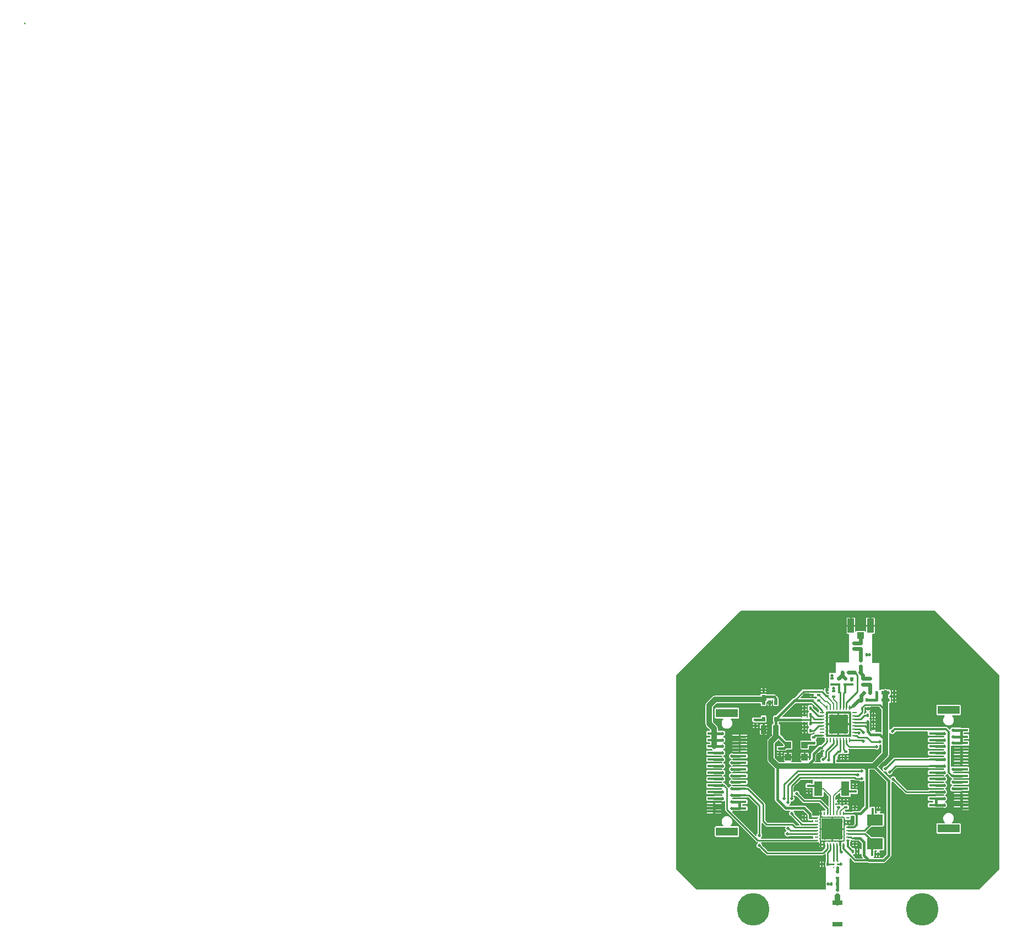
<source format=gtl>
G04 (created by PCBNEW (2013-09-06 BZR 4312)-stable) date T 04 märts 2014 22:38:06 EET*
%MOIN*%
G04 Gerber Fmt 3.4, Leading zero omitted, Abs format*
%FSLAX34Y34*%
G01*
G70*
G90*
G04 APERTURE LIST*
%ADD10C,0.000787*%
%ADD11R,0.006000X0.006000*%
%ADD12R,0.081890X0.015748*%
%ADD13R,0.133858X0.051181*%
%ADD14C,0.196850*%
%ADD15R,0.062992X0.027559*%
%ADD16R,0.007874X0.009843*%
%ADD17R,0.023600X0.015700*%
%ADD18R,0.035000X0.055000*%
%ADD19R,0.015700X0.023600*%
%ADD20R,0.020000X0.030000*%
%ADD21R,0.009800X0.023600*%
%ADD22R,0.023600X0.009800*%
%ADD23R,0.129900X0.129900*%
%ADD24R,0.030000X0.010000*%
%ADD25R,0.010000X0.030000*%
%ADD26R,0.118100X0.118100*%
%ADD27R,0.043307X0.043307*%
%ADD28R,0.043307X0.086614*%
%ADD29R,0.051181X0.086614*%
%ADD30R,0.094488X0.066929*%
%ADD31R,0.039370X0.041339*%
%ADD32C,0.020000*%
%ADD33C,0.040000*%
%ADD34C,0.016000*%
%ADD35C,0.032000*%
%ADD36C,0.012000*%
%ADD37C,0.010000*%
%ADD38C,0.008000*%
%ADD39C,0.024000*%
%ADD40C,0.005000*%
G04 APERTURE END LIST*
G54D10*
G54D11*
X0Y0D03*
X0Y60D03*
G54D12*
X41732Y-42913D03*
X41732Y-43307D03*
X41732Y-43700D03*
X41732Y-44094D03*
X41732Y-44488D03*
X41732Y-44881D03*
X41732Y-45275D03*
X41732Y-45669D03*
X41732Y-46062D03*
X41732Y-46456D03*
X41732Y-46850D03*
X41732Y-47244D03*
X41732Y-47637D03*
X43275Y-47440D03*
X43275Y-47047D03*
X43275Y-46653D03*
X43275Y-46259D03*
X43275Y-45866D03*
X43275Y-45472D03*
X43275Y-45078D03*
X43275Y-44685D03*
X43275Y-44291D03*
X43275Y-43897D03*
X43275Y-43503D03*
X43275Y-43110D03*
G54D13*
X42503Y-41692D03*
X42503Y-48858D03*
X42503Y-48858D03*
X42503Y-41692D03*
G54D12*
X56692Y-47440D03*
X56692Y-47047D03*
X56692Y-46653D03*
X56692Y-46259D03*
X56692Y-45866D03*
X56692Y-45472D03*
X56692Y-45078D03*
X56692Y-44685D03*
X56692Y-44291D03*
X56692Y-43897D03*
X56692Y-43503D03*
X56692Y-43110D03*
X56692Y-42716D03*
X55149Y-42913D03*
X55149Y-43307D03*
X55149Y-43700D03*
X55149Y-44094D03*
X55149Y-44488D03*
X55149Y-44881D03*
X55149Y-45275D03*
X55149Y-45669D03*
X55149Y-46062D03*
X55149Y-46456D03*
X55149Y-46850D03*
X55149Y-47244D03*
G54D13*
X55921Y-48661D03*
X55921Y-41496D03*
X55921Y-41496D03*
X55921Y-48661D03*
G54D14*
X44094Y-37007D03*
X54330Y-37007D03*
X54330Y-53543D03*
X44094Y-53543D03*
G54D15*
X49200Y-53150D03*
X49200Y-54449D03*
G54D16*
X49200Y-51021D03*
X49200Y-50825D03*
X49200Y-50628D03*
X48949Y-50628D03*
X48949Y-50825D03*
X48949Y-51021D03*
G54D17*
X44725Y-40652D03*
X44725Y-40298D03*
X44225Y-42098D03*
X44225Y-42452D03*
X50250Y-47752D03*
X50250Y-47398D03*
X49700Y-47377D03*
X49700Y-47023D03*
X50250Y-46427D03*
X50250Y-46073D03*
X47450Y-46073D03*
X47450Y-46427D03*
X49275Y-47377D03*
X49275Y-47023D03*
G54D18*
X45475Y-42675D03*
X44725Y-42675D03*
G54D19*
X47527Y-48000D03*
X47173Y-48000D03*
G54D17*
X45700Y-43823D03*
X45700Y-44177D03*
X48225Y-43773D03*
X48225Y-44127D03*
X49300Y-44023D03*
X49300Y-44377D03*
X49700Y-44023D03*
X49700Y-44377D03*
G54D19*
X51677Y-47525D03*
X51323Y-47525D03*
X51652Y-50225D03*
X51298Y-50225D03*
G54D17*
X50250Y-49602D03*
X50250Y-49248D03*
X47750Y-43502D03*
X47750Y-43148D03*
G54D19*
X48248Y-50825D03*
X48602Y-50825D03*
X51023Y-42625D03*
X51377Y-42625D03*
X47198Y-42750D03*
X47552Y-42750D03*
G54D17*
X49200Y-51652D03*
X49200Y-51298D03*
G54D19*
X51023Y-42225D03*
X51377Y-42225D03*
X47198Y-41375D03*
X47552Y-41375D03*
X50698Y-41425D03*
X51052Y-41425D03*
X47552Y-42325D03*
X47198Y-42325D03*
X47552Y-41800D03*
X47198Y-41800D03*
G54D17*
X47675Y-40927D03*
X47675Y-40573D03*
X48075Y-40927D03*
X48075Y-40573D03*
X48550Y-40652D03*
X48550Y-40298D03*
X48950Y-40702D03*
X48950Y-40348D03*
G54D19*
X52627Y-40900D03*
X52273Y-40900D03*
X51927Y-40450D03*
X51573Y-40450D03*
X52627Y-40450D03*
X52273Y-40450D03*
X50798Y-40450D03*
X51152Y-40450D03*
G54D17*
X48875Y-39952D03*
X48875Y-39598D03*
X49675Y-39952D03*
X49675Y-39598D03*
X51150Y-39952D03*
X51150Y-39598D03*
G54D19*
X50577Y-39225D03*
X50223Y-39225D03*
X50952Y-38150D03*
X50598Y-38150D03*
G54D17*
X50200Y-37802D03*
X50200Y-37448D03*
G54D19*
X48823Y-52025D03*
X49177Y-52025D03*
G54D17*
X49200Y-52398D03*
X49200Y-52752D03*
G54D19*
X50977Y-40900D03*
X50623Y-40900D03*
X49652Y-40375D03*
X49298Y-40375D03*
G54D17*
X49275Y-39952D03*
X49275Y-39598D03*
X50075Y-39952D03*
X50075Y-39598D03*
X50725Y-39952D03*
X50725Y-39598D03*
G54D19*
X49852Y-39225D03*
X49498Y-39225D03*
G54D17*
X50600Y-38852D03*
X50600Y-38498D03*
X50600Y-37802D03*
X50600Y-37448D03*
G54D19*
X50123Y-50050D03*
X50477Y-50050D03*
X51023Y-41825D03*
X51377Y-41825D03*
X51573Y-40900D03*
X51927Y-40900D03*
G54D20*
X45475Y-41050D03*
X44725Y-41050D03*
X45475Y-42050D03*
X45100Y-41050D03*
X44725Y-42050D03*
G54D21*
X49563Y-47756D03*
X49366Y-47756D03*
X49169Y-47756D03*
X48972Y-47756D03*
X48776Y-47756D03*
X48579Y-47756D03*
X48382Y-47756D03*
X48185Y-47756D03*
G54D22*
X47929Y-48798D03*
X47929Y-48994D03*
X47929Y-49191D03*
X47929Y-49388D03*
G54D23*
X48875Y-48700D03*
G54D22*
X47929Y-48011D03*
X47929Y-48208D03*
X47929Y-48405D03*
X47929Y-48601D03*
G54D21*
X48187Y-49644D03*
X48384Y-49645D03*
X48580Y-49645D03*
X48777Y-49645D03*
X48974Y-49645D03*
X49171Y-49645D03*
X49368Y-49645D03*
X49565Y-49645D03*
G54D22*
X49820Y-49389D03*
X49820Y-49192D03*
X49820Y-48995D03*
X49820Y-48799D03*
X49820Y-48602D03*
X49820Y-48405D03*
X49820Y-48208D03*
X49820Y-48011D03*
G54D24*
X48266Y-42842D03*
X48266Y-42645D03*
X48266Y-42448D03*
X48266Y-43039D03*
G54D25*
X48561Y-43334D03*
X48758Y-43334D03*
X48955Y-43334D03*
X49152Y-43334D03*
X49348Y-43334D03*
X49545Y-43334D03*
X49742Y-43334D03*
X49939Y-43334D03*
G54D24*
X50234Y-41661D03*
X50234Y-43039D03*
X50234Y-42842D03*
X50234Y-42645D03*
X50234Y-42448D03*
X50234Y-42252D03*
X50234Y-42055D03*
X50234Y-41858D03*
G54D25*
X49939Y-41366D03*
X49742Y-41366D03*
X49545Y-41366D03*
X49348Y-41366D03*
X49152Y-41366D03*
X48955Y-41366D03*
X48758Y-41366D03*
X48561Y-41366D03*
G54D24*
X48266Y-41661D03*
X48266Y-41858D03*
X48266Y-42055D03*
X48266Y-42252D03*
G54D26*
X49250Y-42350D03*
G54D27*
X50600Y-36990D03*
G54D28*
X51190Y-36400D03*
X50009Y-36400D03*
G54D29*
X48023Y-46250D03*
X49676Y-46250D03*
G54D30*
X51475Y-49603D03*
X51475Y-48146D03*
G54D31*
X46188Y-44339D03*
X47211Y-44339D03*
X47211Y-43610D03*
X46188Y-43610D03*
G54D32*
X56181Y-43503D03*
X56181Y-43110D03*
X56181Y-42716D03*
X55669Y-47244D03*
X55669Y-46850D03*
X42244Y-42913D03*
X42244Y-43307D03*
X42244Y-43700D03*
X42795Y-47440D03*
X42795Y-47047D03*
X42795Y-44291D03*
X42795Y-44685D03*
X42795Y-45078D03*
X42795Y-45472D03*
X42795Y-45866D03*
X42795Y-46259D03*
X44475Y-49700D03*
X44475Y-49075D03*
X42795Y-46653D03*
X52575Y-45675D03*
X46425Y-47750D03*
X46425Y-46850D03*
X55669Y-46456D03*
X50650Y-45650D03*
X50775Y-43375D03*
X55669Y-42913D03*
X50250Y-45900D03*
X50500Y-46900D03*
X52750Y-46500D03*
X51600Y-46800D03*
X51600Y-46000D03*
X51300Y-48900D03*
X52000Y-48900D03*
X53900Y-45600D03*
X53000Y-47250D03*
X52500Y-44100D03*
X54000Y-44100D03*
X54500Y-47500D03*
X57250Y-50250D03*
X57250Y-49250D03*
X56000Y-49250D03*
X55100Y-50200D03*
X54100Y-50200D03*
X53000Y-50200D03*
X54000Y-51000D03*
X54750Y-51000D03*
X56000Y-51000D03*
X57250Y-51250D03*
X57000Y-52000D03*
X56000Y-52000D03*
X55000Y-52000D03*
X54000Y-52000D03*
X53000Y-51000D03*
X52000Y-51000D03*
X51250Y-51000D03*
X50250Y-51000D03*
X50250Y-52000D03*
X51250Y-52000D03*
X52000Y-52000D03*
X53000Y-52000D03*
X56000Y-50000D03*
X55000Y-48250D03*
X55000Y-49250D03*
X54000Y-49250D03*
X54000Y-48250D03*
X53000Y-48250D03*
X53000Y-49250D03*
X58250Y-50250D03*
X58250Y-49250D03*
X58250Y-46250D03*
X58250Y-47250D03*
X56750Y-42000D03*
X57750Y-42000D03*
X58250Y-45250D03*
X58250Y-44250D03*
X58250Y-43250D03*
X58250Y-42250D03*
X57250Y-48250D03*
X58250Y-48250D03*
X54750Y-40750D03*
X55750Y-40750D03*
X56750Y-40750D03*
X57750Y-40750D03*
X54750Y-42250D03*
X54750Y-41250D03*
X53750Y-40750D03*
X52750Y-41250D03*
X52750Y-42250D03*
X53750Y-42250D03*
X53750Y-41250D03*
X52750Y-36750D03*
X55750Y-37750D03*
X57750Y-39750D03*
X56750Y-39750D03*
X56750Y-38750D03*
X55750Y-38750D03*
X55750Y-39750D03*
X54750Y-39750D03*
X54750Y-38750D03*
X53750Y-38750D03*
X53750Y-39750D03*
X52000Y-39750D03*
X52750Y-39750D03*
X51750Y-36750D03*
X52000Y-38750D03*
X52750Y-38750D03*
X52750Y-37750D03*
X51750Y-37750D03*
X47200Y-39000D03*
X45400Y-36800D03*
X46200Y-36400D03*
X47200Y-36400D03*
X48200Y-36400D03*
X49200Y-36400D03*
X45250Y-38000D03*
X46250Y-38000D03*
X47250Y-38000D03*
X48250Y-38000D03*
X49250Y-38000D03*
X46250Y-37000D03*
X47250Y-37000D03*
X48250Y-37000D03*
X49250Y-37000D03*
X46000Y-40750D03*
X47250Y-40000D03*
X46250Y-40000D03*
X46250Y-39000D03*
X45250Y-39000D03*
X45250Y-40000D03*
X42250Y-38000D03*
X43250Y-38000D03*
X43250Y-40000D03*
X44250Y-40000D03*
X41250Y-39000D03*
X42250Y-39000D03*
X43250Y-39000D03*
X44250Y-39000D03*
X43500Y-42500D03*
X43750Y-41250D03*
X42250Y-40000D03*
X41000Y-42000D03*
X41250Y-40000D03*
X40250Y-48000D03*
X40250Y-47000D03*
X40250Y-46000D03*
X40250Y-45000D03*
X40250Y-44000D03*
X40250Y-43000D03*
X40250Y-40000D03*
X40250Y-41000D03*
X40250Y-42000D03*
X41000Y-41000D03*
X44500Y-46500D03*
X44500Y-46000D03*
X45250Y-46000D03*
X45250Y-46750D03*
X45000Y-47500D03*
X45500Y-48000D03*
X45500Y-49000D03*
X45000Y-48750D03*
X48000Y-50500D03*
X45500Y-49750D03*
X46500Y-49750D03*
X47500Y-49750D03*
X43500Y-47750D03*
X44000Y-48250D03*
X43500Y-49250D03*
X41750Y-48250D03*
X41250Y-48250D03*
X41250Y-49000D03*
X44000Y-50000D03*
X43000Y-50000D03*
X42000Y-50000D03*
X41000Y-50000D03*
X40250Y-49000D03*
X40250Y-50000D03*
X48000Y-51500D03*
X42000Y-52000D03*
X40500Y-51000D03*
X41500Y-51000D03*
X42500Y-51000D03*
X43500Y-51000D03*
X44500Y-51000D03*
X45500Y-51000D03*
X46500Y-51000D03*
X47500Y-51000D03*
X48000Y-52000D03*
X47000Y-52000D03*
X46000Y-52000D03*
X45000Y-52000D03*
X44000Y-52000D03*
X43000Y-52000D03*
X48025Y-49650D03*
X48225Y-49925D03*
X49425Y-50100D03*
G54D33*
X48425Y-48250D03*
X48425Y-49150D03*
X49325Y-49150D03*
X49325Y-48250D03*
X48875Y-48700D03*
X48850Y-41950D03*
X49650Y-42750D03*
X49650Y-41950D03*
X48850Y-42750D03*
X49250Y-42350D03*
G54D32*
X48625Y-52025D03*
X49400Y-50825D03*
X48075Y-50825D03*
X48050Y-47750D03*
X46975Y-48000D03*
X50125Y-48075D03*
X50125Y-48350D03*
X50475Y-50275D03*
X50475Y-49600D03*
X51825Y-50225D03*
X51850Y-47525D03*
X50250Y-47225D03*
X49275Y-46850D03*
X49700Y-46850D03*
X47450Y-46600D03*
X47025Y-41375D03*
X47025Y-41800D03*
X47025Y-42325D03*
X47025Y-42750D03*
X44725Y-40125D03*
X45100Y-41300D03*
X45000Y-42900D03*
X45000Y-42450D03*
X44225Y-42625D03*
X45700Y-44350D03*
X46500Y-44350D03*
X46900Y-44350D03*
X48100Y-44300D03*
X49700Y-44550D03*
X49300Y-44550D03*
X51550Y-42625D03*
X51550Y-42225D03*
X51550Y-41825D03*
X51225Y-41425D03*
X52800Y-40900D03*
X52800Y-40450D03*
X47450Y-40600D03*
X48875Y-39425D03*
X48550Y-40125D03*
X48950Y-40200D03*
X50075Y-39700D03*
X51125Y-38150D03*
X56181Y-47440D03*
X56181Y-47047D03*
X56181Y-46653D03*
X56181Y-44685D03*
X56181Y-44291D03*
X56181Y-43897D03*
X42244Y-47244D03*
X42244Y-47637D03*
X42795Y-43897D03*
X42795Y-43503D03*
X42795Y-43110D03*
X58400Y-51200D03*
X58000Y-51600D03*
X57600Y-52000D03*
X40000Y-39400D03*
X40400Y-39000D03*
X40800Y-38600D03*
X41200Y-38200D03*
X41600Y-37800D03*
X42000Y-37400D03*
X42400Y-37000D03*
X42800Y-36600D03*
X43200Y-36200D03*
X43600Y-35800D03*
X40800Y-52000D03*
X40400Y-51600D03*
X40000Y-51200D03*
X39800Y-50600D03*
X39800Y-39800D03*
X39800Y-40400D03*
X39800Y-41000D03*
X39800Y-41600D03*
X39800Y-42200D03*
X39800Y-42800D03*
X39800Y-43400D03*
X39800Y-44000D03*
X39800Y-44600D03*
X39800Y-45200D03*
X39800Y-45800D03*
X39800Y-46400D03*
X39800Y-47000D03*
X39800Y-47600D03*
X39800Y-48200D03*
X39800Y-48800D03*
X39800Y-49400D03*
X39800Y-50000D03*
X54400Y-35800D03*
X53800Y-35800D03*
X53200Y-35800D03*
X52600Y-35800D03*
X52000Y-35800D03*
X51400Y-35800D03*
X50800Y-35800D03*
X50200Y-35800D03*
X49600Y-35800D03*
X49000Y-35800D03*
X48400Y-35800D03*
X47800Y-35800D03*
X47200Y-35800D03*
X46600Y-35800D03*
X46000Y-35800D03*
X45400Y-35800D03*
X44800Y-35800D03*
X44200Y-35800D03*
X55000Y-35800D03*
X55400Y-36200D03*
X55800Y-36600D03*
X56200Y-37000D03*
X56600Y-37400D03*
X57000Y-37800D03*
X57400Y-38200D03*
X57800Y-38600D03*
X58200Y-39000D03*
X58600Y-39400D03*
X58600Y-50800D03*
X58600Y-50200D03*
X58600Y-49600D03*
X58600Y-49000D03*
X58600Y-48400D03*
X58600Y-47800D03*
X58600Y-47200D03*
X58600Y-46600D03*
X58600Y-46000D03*
X58600Y-45400D03*
X58600Y-44800D03*
X58600Y-44200D03*
X58600Y-43600D03*
X58600Y-43000D03*
X58600Y-42400D03*
X58600Y-41800D03*
X58600Y-41200D03*
X58600Y-40600D03*
X58600Y-40000D03*
X42244Y-46850D03*
X42244Y-46456D03*
X42244Y-46062D03*
X46725Y-46550D03*
X42244Y-45669D03*
X50500Y-42875D03*
X42244Y-45275D03*
X48650Y-44525D03*
X42244Y-44881D03*
X48325Y-44500D03*
X42244Y-44488D03*
X42244Y-44094D03*
X56181Y-45078D03*
X52525Y-42775D03*
X50775Y-42850D03*
X56181Y-45472D03*
X56181Y-45866D03*
X55669Y-45669D03*
X55669Y-46062D03*
X46200Y-48650D03*
X46200Y-47075D03*
X50425Y-45425D03*
X52350Y-45250D03*
X55669Y-44881D03*
X51575Y-43725D03*
X55669Y-43700D03*
X45975Y-46850D03*
X50650Y-45200D03*
X52100Y-45050D03*
X46175Y-48975D03*
X55669Y-44488D03*
X51775Y-43425D03*
X55669Y-43307D03*
X55669Y-45275D03*
X55669Y-44094D03*
X56181Y-46259D03*
G54D34*
X45475Y-41050D02*
X45475Y-40825D01*
X44875Y-40700D02*
X44725Y-40850D01*
X45350Y-40700D02*
X44875Y-40700D01*
X45475Y-40825D02*
X45350Y-40700D01*
G54D35*
X44725Y-40850D02*
X44450Y-40850D01*
X41732Y-42632D02*
X41732Y-43700D01*
X41800Y-40850D02*
X44450Y-40850D01*
X41425Y-41225D02*
X41800Y-40850D01*
X41425Y-42325D02*
X41425Y-41225D01*
X41732Y-42632D02*
X41425Y-42325D01*
G54D34*
X44725Y-41050D02*
X44725Y-40850D01*
X44725Y-40850D02*
X44725Y-40652D01*
X56181Y-43503D02*
X56692Y-43503D01*
X56692Y-43110D02*
X56181Y-43110D01*
X56181Y-42716D02*
X56692Y-42716D01*
X55149Y-47244D02*
X55669Y-47244D01*
X55669Y-46850D02*
X55149Y-46850D01*
X41732Y-42913D02*
X42244Y-42913D01*
X42244Y-43307D02*
X41732Y-43307D01*
X41732Y-43700D02*
X42244Y-43700D01*
X42795Y-47440D02*
X43275Y-47440D01*
X43275Y-47047D02*
X42795Y-47047D01*
G54D36*
X41732Y-42913D02*
X41732Y-43700D01*
G54D34*
X43275Y-47047D02*
X43275Y-47250D01*
X43275Y-47250D02*
X43275Y-47440D01*
G54D37*
X43309Y-47047D02*
X43275Y-47047D01*
G54D34*
X56692Y-43503D02*
X56692Y-43110D01*
X56692Y-43110D02*
X56692Y-42716D01*
X56692Y-42716D02*
X56692Y-43110D01*
X41732Y-43700D02*
X41732Y-43307D01*
X41732Y-43307D02*
X41732Y-42913D01*
X55149Y-46850D02*
X55149Y-47050D01*
X55149Y-47050D02*
X55149Y-47244D01*
X42795Y-44291D02*
X43275Y-44291D01*
X43275Y-44685D02*
X42795Y-44685D01*
X42795Y-45078D02*
X43275Y-45078D01*
X43275Y-45472D02*
X42795Y-45472D01*
X42795Y-45866D02*
X43275Y-45866D01*
G54D37*
X46876Y-48601D02*
X46626Y-48601D01*
X47929Y-48601D02*
X46876Y-48601D01*
X43759Y-46259D02*
X43275Y-46259D01*
X43759Y-46259D02*
X44700Y-47200D01*
X44700Y-47200D02*
X44700Y-48225D01*
X44900Y-48425D02*
X44700Y-48225D01*
X46450Y-48425D02*
X44900Y-48425D01*
X46626Y-48601D02*
X46450Y-48425D01*
G54D34*
X43275Y-46259D02*
X42795Y-46259D01*
G54D37*
X48580Y-49870D02*
X48580Y-49880D01*
X48350Y-50110D02*
X48300Y-50160D01*
X48300Y-50160D02*
X44935Y-50160D01*
X44935Y-50160D02*
X44750Y-49975D01*
X48580Y-49645D02*
X48580Y-49870D01*
X44750Y-49975D02*
X44475Y-49700D01*
X44475Y-49075D02*
X44475Y-47950D01*
X48580Y-49880D02*
X48350Y-50110D01*
X43275Y-46653D02*
X43828Y-46653D01*
X44475Y-47300D02*
X44475Y-47950D01*
X43828Y-46653D02*
X44475Y-47300D01*
X44475Y-47950D02*
X44475Y-47975D01*
G54D34*
X42795Y-46653D02*
X43275Y-46653D01*
G54D37*
X47929Y-48405D02*
X47030Y-48405D01*
X53356Y-46456D02*
X52575Y-45675D01*
X53356Y-46456D02*
X55149Y-46456D01*
X46425Y-46100D02*
X46425Y-46850D01*
X46925Y-45600D02*
X46425Y-46100D01*
X46425Y-47800D02*
X46425Y-47750D01*
X47030Y-48405D02*
X46425Y-47800D01*
G54D34*
X55149Y-46456D02*
X55669Y-46456D01*
G54D37*
X50650Y-45650D02*
X50289Y-45650D01*
X50239Y-45600D02*
X46925Y-45600D01*
X50289Y-45650D02*
X50239Y-45600D01*
X50734Y-43334D02*
X50775Y-43375D01*
X50734Y-43334D02*
X49939Y-43334D01*
G54D34*
X55669Y-42913D02*
X55149Y-42913D01*
G54D37*
X50250Y-46073D02*
X50250Y-45900D01*
G54D38*
X44094Y-37007D02*
X44094Y-36294D01*
X44094Y-36294D02*
X43600Y-35800D01*
X51600Y-46000D02*
X51600Y-46800D01*
X52000Y-48900D02*
X51300Y-48900D01*
X53000Y-48250D02*
X53000Y-47250D01*
X54000Y-44100D02*
X52500Y-44100D01*
X57250Y-49250D02*
X57250Y-50250D01*
X55300Y-50000D02*
X55100Y-50200D01*
X54100Y-50200D02*
X53000Y-50200D01*
X54750Y-51000D02*
X56000Y-51000D01*
X54000Y-52000D02*
X53000Y-52000D01*
X57250Y-51250D02*
X57000Y-51500D01*
X57000Y-51500D02*
X57000Y-52000D01*
X56000Y-52000D02*
X55000Y-52000D01*
X51250Y-51000D02*
X52000Y-51000D01*
X50250Y-52000D02*
X50250Y-51000D01*
X52000Y-52000D02*
X51250Y-52000D01*
X53000Y-51000D02*
X54000Y-51000D01*
X56000Y-50000D02*
X55300Y-50000D01*
X55000Y-49250D02*
X55000Y-48250D01*
X54000Y-48250D02*
X54000Y-49250D01*
X53000Y-49250D02*
X53000Y-48250D01*
X58250Y-49250D02*
X58250Y-50250D01*
X58250Y-46250D02*
X58250Y-47250D01*
X56750Y-42000D02*
X57750Y-42000D01*
X58250Y-44250D02*
X58250Y-45250D01*
X58250Y-42250D02*
X58250Y-43250D01*
X58250Y-48250D02*
X57250Y-48250D01*
X57750Y-40750D02*
X56750Y-40750D01*
X54750Y-40750D02*
X55750Y-40750D01*
X54750Y-41250D02*
X54750Y-42250D01*
X53750Y-39750D02*
X53750Y-40750D01*
X52750Y-42250D02*
X52750Y-41250D01*
X53750Y-41250D02*
X53750Y-42250D01*
X55750Y-38750D02*
X55750Y-37750D01*
X56750Y-38750D02*
X56750Y-39750D01*
X55750Y-39750D02*
X55750Y-38750D01*
X54750Y-38750D02*
X54750Y-39750D01*
X53750Y-39750D02*
X53750Y-38750D01*
X52750Y-39750D02*
X52000Y-39750D01*
X52007Y-37007D02*
X51750Y-36750D01*
X54330Y-37007D02*
X52007Y-37007D01*
X52750Y-38750D02*
X52000Y-38750D01*
X51750Y-37750D02*
X52750Y-37750D01*
X49250Y-37000D02*
X49250Y-36450D01*
X45800Y-36800D02*
X45400Y-36800D01*
X46200Y-36400D02*
X45800Y-36800D01*
X48200Y-36400D02*
X47200Y-36400D01*
X49250Y-36450D02*
X49200Y-36400D01*
X49250Y-38000D02*
X49250Y-37000D01*
X45250Y-38000D02*
X46250Y-38000D01*
X47250Y-38000D02*
X48250Y-38000D01*
X48250Y-37000D02*
X47250Y-37000D01*
X46250Y-40000D02*
X46250Y-40500D01*
X46250Y-40500D02*
X46000Y-40750D01*
X46250Y-39000D02*
X46250Y-40000D01*
X45250Y-40000D02*
X45250Y-39000D01*
X43250Y-38000D02*
X42250Y-38000D01*
X43250Y-40000D02*
X44250Y-40000D01*
X42250Y-39000D02*
X41250Y-39000D01*
X44250Y-39000D02*
X43250Y-39000D01*
X43500Y-41500D02*
X43500Y-42500D01*
X43750Y-41250D02*
X43500Y-41500D01*
X41250Y-40000D02*
X42250Y-40000D01*
X41250Y-40000D02*
X41250Y-40750D01*
X40250Y-43000D02*
X40250Y-42000D01*
X40250Y-49000D02*
X40250Y-48000D01*
X40250Y-47000D02*
X40250Y-46000D01*
X40250Y-45000D02*
X40250Y-44000D01*
X40250Y-41000D02*
X40250Y-40000D01*
X41250Y-40750D02*
X41000Y-41000D01*
X44500Y-46000D02*
X44500Y-46500D01*
X45250Y-46750D02*
X45250Y-46000D01*
X45500Y-48000D02*
X45000Y-47500D01*
X45500Y-49000D02*
X45250Y-48750D01*
X45250Y-48750D02*
X45000Y-48750D01*
X47500Y-49750D02*
X46500Y-49750D01*
X44000Y-48250D02*
X43500Y-47750D01*
X40250Y-49000D02*
X41250Y-49000D01*
X41250Y-48250D02*
X41750Y-48250D01*
X41000Y-50000D02*
X40250Y-50000D01*
X44000Y-50000D02*
X43000Y-50000D01*
X42000Y-50000D02*
X41000Y-50000D01*
X48000Y-52000D02*
X48000Y-51500D01*
X42000Y-52000D02*
X43000Y-52000D01*
X42500Y-51000D02*
X41500Y-51000D01*
X44500Y-51000D02*
X43500Y-51000D01*
X46500Y-51000D02*
X45500Y-51000D01*
X47500Y-51500D02*
X47500Y-51000D01*
X48000Y-52000D02*
X47500Y-51500D01*
X46000Y-52000D02*
X47000Y-52000D01*
X44000Y-52000D02*
X45000Y-52000D01*
G54D37*
X48187Y-49644D02*
X48031Y-49644D01*
X48031Y-49644D02*
X48025Y-49650D01*
X48384Y-49645D02*
X48384Y-49766D01*
X48384Y-49766D02*
X48225Y-49925D01*
X49368Y-49645D02*
X49368Y-50043D01*
X49368Y-50043D02*
X49425Y-50100D01*
X48425Y-48250D02*
X48875Y-48700D01*
X48425Y-49150D02*
X48875Y-48700D01*
X49325Y-49150D02*
X48875Y-48700D01*
X49325Y-48250D02*
X48875Y-48700D01*
X48850Y-41950D02*
X49250Y-42350D01*
X49650Y-42750D02*
X49250Y-42350D01*
X49650Y-41950D02*
X49250Y-42350D01*
X48850Y-42750D02*
X49250Y-42350D01*
X48823Y-52025D02*
X48625Y-52025D01*
X49200Y-50825D02*
X49400Y-50825D01*
G54D36*
X48248Y-50825D02*
X48075Y-50825D01*
X48185Y-47756D02*
X48056Y-47756D01*
X48056Y-47756D02*
X48050Y-47750D01*
X47173Y-48000D02*
X46975Y-48000D01*
G54D37*
X49820Y-48208D02*
X49992Y-48208D01*
X49992Y-48208D02*
X50125Y-48075D01*
X49820Y-48405D02*
X50070Y-48405D01*
X50070Y-48405D02*
X50125Y-48350D01*
X50477Y-50050D02*
X50477Y-50273D01*
X50477Y-50273D02*
X50475Y-50275D01*
X50250Y-49602D02*
X50473Y-49602D01*
X50473Y-49602D02*
X50475Y-49600D01*
X51652Y-50225D02*
X51825Y-50225D01*
X51677Y-47525D02*
X51850Y-47525D01*
X50250Y-47398D02*
X50250Y-47225D01*
X49275Y-47023D02*
X49275Y-46850D01*
X49700Y-47023D02*
X49700Y-46850D01*
X47450Y-46427D02*
X47450Y-46600D01*
X47198Y-41375D02*
X47025Y-41375D01*
X47198Y-41800D02*
X47025Y-41800D01*
X47198Y-42325D02*
X47025Y-42325D01*
X47198Y-42750D02*
X47025Y-42750D01*
X44725Y-40298D02*
X44725Y-40125D01*
X45100Y-41050D02*
X45100Y-41300D01*
X44725Y-42675D02*
X44725Y-42725D01*
X44900Y-42900D02*
X45000Y-42900D01*
X44725Y-42725D02*
X44900Y-42900D01*
X44725Y-42675D02*
X44725Y-42625D01*
X44900Y-42450D02*
X45000Y-42450D01*
X44725Y-42625D02*
X44900Y-42450D01*
X44225Y-42452D02*
X44225Y-42625D01*
X45700Y-44177D02*
X45700Y-44350D01*
X46188Y-44339D02*
X46489Y-44339D01*
X46489Y-44339D02*
X46500Y-44350D01*
X47211Y-44339D02*
X46910Y-44339D01*
X46910Y-44339D02*
X46900Y-44350D01*
X48225Y-44127D02*
X48225Y-44175D01*
X48225Y-44175D02*
X48100Y-44300D01*
X49700Y-44377D02*
X49700Y-44550D01*
X49300Y-44377D02*
X49300Y-44550D01*
X51377Y-42625D02*
X51550Y-42625D01*
X51377Y-42225D02*
X51550Y-42225D01*
X51377Y-41825D02*
X51550Y-41825D01*
X51052Y-41425D02*
X51225Y-41425D01*
X52627Y-40900D02*
X52800Y-40900D01*
X52627Y-40450D02*
X52800Y-40450D01*
X47675Y-40573D02*
X47477Y-40573D01*
X47477Y-40573D02*
X47450Y-40600D01*
X48875Y-39598D02*
X48875Y-39425D01*
X48550Y-40298D02*
X48550Y-40125D01*
X48950Y-40348D02*
X48950Y-40200D01*
X50075Y-39598D02*
X50075Y-39700D01*
X50952Y-38150D02*
X51125Y-38150D01*
G54D34*
X56181Y-47440D02*
X56692Y-47440D01*
X56692Y-47047D02*
X56181Y-47047D01*
X56181Y-46653D02*
X56692Y-46653D01*
X56692Y-44685D02*
X56181Y-44685D01*
X56181Y-44291D02*
X56692Y-44291D01*
X56692Y-43897D02*
X56181Y-43897D01*
X42244Y-47244D02*
X41732Y-47244D01*
X41732Y-47637D02*
X42244Y-47637D01*
X43275Y-43897D02*
X42795Y-43897D01*
X42795Y-43503D02*
X43275Y-43503D01*
X43275Y-43110D02*
X42795Y-43110D01*
G54D38*
X58600Y-51000D02*
X58400Y-51200D01*
X58000Y-51600D02*
X57600Y-52000D01*
X40000Y-39400D02*
X40400Y-39000D01*
X40800Y-38600D02*
X41200Y-38200D01*
X41600Y-37800D02*
X42000Y-37400D01*
X42400Y-37000D02*
X42800Y-36600D01*
X43200Y-36200D02*
X43600Y-35800D01*
X40800Y-52000D02*
X40400Y-51600D01*
X40000Y-51200D02*
X39800Y-51000D01*
X39800Y-51000D02*
X39800Y-50600D01*
X39800Y-40400D02*
X39800Y-39800D01*
X39800Y-41600D02*
X39800Y-41000D01*
X39800Y-42800D02*
X39800Y-42200D01*
X39800Y-44000D02*
X39800Y-43400D01*
X39800Y-45200D02*
X39800Y-44600D01*
X39800Y-46400D02*
X39800Y-45800D01*
X39800Y-47600D02*
X39800Y-47000D01*
X39800Y-48800D02*
X39800Y-48200D01*
X39800Y-50000D02*
X39800Y-49400D01*
X53800Y-35800D02*
X54400Y-35800D01*
X52600Y-35800D02*
X53200Y-35800D01*
X51400Y-35800D02*
X52000Y-35800D01*
X50200Y-35800D02*
X50800Y-35800D01*
X49000Y-35800D02*
X49600Y-35800D01*
X47800Y-35800D02*
X48400Y-35800D01*
X46600Y-35800D02*
X47200Y-35800D01*
X45400Y-35800D02*
X46000Y-35800D01*
X44200Y-35800D02*
X44800Y-35800D01*
X55000Y-35800D02*
X55400Y-36200D01*
X55800Y-36600D02*
X56200Y-37000D01*
X56600Y-37400D02*
X57000Y-37800D01*
X57400Y-38200D02*
X57800Y-38600D01*
X58200Y-39000D02*
X58600Y-39400D01*
X58600Y-49600D02*
X58600Y-50200D01*
X58600Y-48400D02*
X58600Y-49000D01*
X58600Y-47200D02*
X58600Y-47800D01*
X58600Y-46000D02*
X58600Y-46600D01*
X58600Y-44800D02*
X58600Y-45400D01*
X58600Y-43600D02*
X58600Y-44200D01*
X58600Y-42400D02*
X58600Y-43000D01*
X58600Y-41200D02*
X58600Y-41800D01*
X58600Y-40000D02*
X58600Y-40600D01*
X58600Y-50800D02*
X58600Y-51000D01*
G54D34*
X41732Y-47637D02*
X41732Y-47450D01*
X41732Y-47450D02*
X41732Y-47244D01*
G54D37*
X41732Y-47244D02*
X41634Y-47244D01*
G54D34*
X56692Y-46653D02*
X56692Y-47047D01*
X56692Y-47047D02*
X56692Y-47440D01*
X56692Y-43897D02*
X56692Y-44291D01*
X56692Y-44291D02*
X56692Y-44685D01*
G54D39*
X49498Y-39375D02*
X49498Y-39421D01*
X49498Y-39421D02*
X49675Y-39598D01*
X49498Y-39225D02*
X49498Y-39375D01*
X49498Y-39375D02*
X49275Y-39598D01*
X50200Y-37448D02*
X50600Y-37448D01*
X50600Y-36990D02*
X50600Y-37448D01*
G54D36*
X49939Y-41366D02*
X50034Y-41366D01*
G54D39*
X50475Y-40925D02*
X50175Y-41225D01*
X50475Y-40925D02*
X50623Y-40925D01*
G54D36*
X50034Y-41366D02*
X50175Y-41225D01*
G54D39*
X50623Y-40925D02*
X50623Y-40625D01*
X50623Y-40625D02*
X50798Y-40450D01*
X50200Y-37802D02*
X50600Y-37802D01*
X50600Y-37802D02*
X50600Y-38148D01*
X50600Y-38148D02*
X50598Y-38150D01*
X50600Y-38498D02*
X50600Y-38152D01*
X50600Y-38152D02*
X50598Y-38150D01*
G54D34*
X51573Y-40450D02*
X51573Y-40900D01*
X50977Y-40900D02*
X51573Y-40900D01*
G54D37*
X50234Y-42055D02*
X50595Y-42055D01*
X50825Y-41825D02*
X51023Y-41825D01*
X50595Y-42055D02*
X50825Y-41825D01*
X49545Y-43334D02*
X49545Y-43868D01*
X49545Y-43868D02*
X49700Y-44023D01*
X48266Y-41858D02*
X48035Y-41858D01*
X48035Y-41858D02*
X47552Y-41375D01*
X48266Y-42448D02*
X48077Y-42448D01*
X47775Y-42750D02*
X47552Y-42750D01*
X48077Y-42448D02*
X47775Y-42750D01*
G54D34*
X44225Y-42098D02*
X44677Y-42098D01*
X44677Y-42098D02*
X44725Y-42050D01*
G54D37*
X50400Y-40400D02*
X50400Y-39400D01*
X50225Y-39225D02*
X50400Y-39400D01*
X50400Y-40400D02*
X50100Y-40700D01*
X49742Y-41366D02*
X49742Y-41058D01*
X49742Y-41058D02*
X50100Y-40700D01*
X50225Y-39225D02*
X50223Y-39225D01*
G54D39*
X49852Y-39225D02*
X50223Y-39225D01*
G54D38*
X49169Y-47756D02*
X49169Y-47606D01*
X49275Y-47500D02*
X49275Y-47377D01*
X49169Y-47606D02*
X49275Y-47500D01*
X49366Y-47756D02*
X49366Y-47634D01*
X49623Y-47377D02*
X49700Y-47377D01*
X49366Y-47634D02*
X49623Y-47377D01*
G54D36*
X47450Y-46073D02*
X47846Y-46073D01*
X47846Y-46073D02*
X48023Y-46250D01*
G54D38*
X48776Y-46726D02*
X48776Y-46701D01*
X48776Y-47756D02*
X48776Y-46726D01*
X48325Y-46250D02*
X48023Y-46250D01*
X48776Y-46701D02*
X48325Y-46250D01*
G54D36*
X50250Y-46427D02*
X49853Y-46427D01*
X49853Y-46427D02*
X49676Y-46250D01*
G54D38*
X48972Y-47756D02*
X48972Y-46703D01*
X49425Y-46250D02*
X49676Y-46250D01*
X48972Y-46703D02*
X49425Y-46250D01*
G54D39*
X51152Y-40450D02*
X51152Y-39954D01*
X51152Y-39954D02*
X51150Y-39952D01*
X50725Y-39952D02*
X51150Y-39952D01*
G54D37*
X48974Y-49645D02*
X48974Y-50603D01*
X48974Y-50603D02*
X48949Y-50628D01*
X49171Y-49645D02*
X49171Y-50598D01*
X49171Y-50598D02*
X49200Y-50628D01*
G54D34*
X49200Y-51021D02*
X49200Y-51297D01*
X49200Y-51297D02*
X49200Y-51298D01*
G54D36*
X48266Y-43039D02*
X47859Y-43039D01*
X47859Y-43039D02*
X47750Y-43148D01*
G54D35*
X49200Y-52752D02*
X49200Y-53150D01*
G54D34*
X49200Y-51652D02*
X49200Y-52002D01*
X49200Y-52002D02*
X49177Y-52025D01*
X49200Y-52398D02*
X49200Y-52048D01*
X49200Y-52048D02*
X49177Y-52025D01*
G54D36*
X51323Y-47525D02*
X51323Y-47994D01*
X51323Y-47994D02*
X51475Y-48146D01*
G54D37*
X49820Y-48799D02*
X50822Y-48799D01*
X50822Y-48799D02*
X51475Y-48146D01*
G54D36*
X49820Y-49389D02*
X49820Y-49747D01*
X49820Y-49747D02*
X50123Y-50050D01*
G54D37*
X48949Y-50825D02*
X48602Y-50825D01*
X48777Y-49645D02*
X48777Y-49948D01*
X48602Y-50123D02*
X48602Y-50825D01*
X48777Y-49948D02*
X48602Y-50123D01*
G54D36*
X51298Y-50225D02*
X51298Y-49780D01*
X51298Y-49780D02*
X51475Y-49603D01*
G54D37*
X49820Y-48995D02*
X50866Y-48995D01*
X50866Y-48995D02*
X51475Y-49603D01*
G54D34*
X47750Y-43502D02*
X47320Y-43502D01*
X47320Y-43502D02*
X47211Y-43610D01*
G54D38*
X49152Y-41366D02*
X49152Y-41052D01*
X49152Y-41052D02*
X48950Y-40850D01*
X48950Y-40850D02*
X48950Y-40702D01*
G54D39*
X50600Y-38852D02*
X50600Y-39202D01*
X50600Y-39202D02*
X50577Y-39225D01*
X50725Y-39598D02*
X50725Y-39373D01*
X50725Y-39373D02*
X50577Y-39225D01*
X50725Y-39598D02*
X51150Y-39598D01*
G54D36*
X49675Y-39952D02*
X50075Y-39952D01*
X49652Y-40375D02*
X49652Y-39975D01*
X49652Y-39975D02*
X49675Y-39952D01*
G54D37*
X49545Y-40905D02*
X49545Y-40482D01*
X49545Y-41366D02*
X49545Y-40905D01*
X49545Y-40482D02*
X49652Y-40375D01*
G54D36*
X49652Y-39975D02*
X49675Y-39952D01*
G54D37*
X49652Y-39975D02*
X49675Y-39952D01*
G54D38*
X48561Y-41366D02*
X48514Y-41366D01*
X48514Y-41366D02*
X48075Y-40927D01*
G54D36*
X49275Y-39952D02*
X48875Y-39952D01*
X49298Y-40375D02*
X49298Y-39975D01*
X49298Y-39975D02*
X49275Y-39952D01*
G54D37*
X49348Y-40852D02*
X49348Y-40425D01*
X49348Y-41366D02*
X49348Y-40852D01*
X49348Y-40425D02*
X49298Y-40375D01*
G54D36*
X49298Y-39975D02*
X49275Y-39952D01*
G54D37*
X49298Y-39975D02*
X49275Y-39952D01*
G54D38*
X48758Y-41366D02*
X48758Y-41183D01*
X48758Y-41183D02*
X48550Y-40975D01*
X48550Y-40975D02*
X48477Y-40975D01*
X48550Y-40975D02*
X48550Y-40975D01*
X48477Y-40975D02*
X48075Y-40573D01*
G54D34*
X41732Y-46850D02*
X42244Y-46850D01*
X42244Y-46456D02*
X41732Y-46456D01*
G54D37*
X47929Y-49388D02*
X44363Y-49388D01*
X42312Y-46062D02*
X42500Y-46250D01*
X42500Y-46250D02*
X42500Y-47525D01*
X42312Y-46062D02*
X42244Y-46062D01*
X44363Y-49388D02*
X42500Y-47525D01*
G54D34*
X41732Y-46062D02*
X42244Y-46062D01*
G54D37*
X48579Y-47454D02*
X48125Y-47000D01*
X48125Y-47000D02*
X47175Y-47000D01*
X47175Y-47000D02*
X46725Y-46550D01*
X48579Y-47454D02*
X48579Y-47756D01*
G54D34*
X42244Y-45669D02*
X41732Y-45669D01*
G54D37*
X50467Y-42842D02*
X50234Y-42842D01*
X50467Y-42842D02*
X50500Y-42875D01*
G54D34*
X41732Y-45275D02*
X42244Y-45275D01*
G54D37*
X48675Y-44500D02*
X48650Y-44525D01*
X49152Y-43573D02*
X49152Y-43334D01*
X48675Y-44050D02*
X48675Y-44450D01*
X49152Y-43573D02*
X48675Y-44050D01*
X48675Y-44450D02*
X48675Y-44500D01*
G54D34*
X42244Y-44881D02*
X41732Y-44881D01*
G54D37*
X48500Y-44325D02*
X48325Y-44500D01*
X48955Y-43520D02*
X48955Y-43334D01*
X48500Y-43975D02*
X48500Y-44175D01*
X48955Y-43520D02*
X48500Y-43975D01*
X48500Y-44175D02*
X48500Y-44325D01*
G54D34*
X41732Y-44488D02*
X42244Y-44488D01*
G54D38*
X41720Y-44500D02*
X41732Y-44488D01*
G54D34*
X42244Y-44094D02*
X41732Y-44094D01*
X56181Y-45078D02*
X56692Y-45078D01*
G54D36*
X56692Y-45472D02*
X56122Y-45472D01*
G54D37*
X50570Y-42645D02*
X50234Y-42645D01*
X50570Y-42645D02*
X50775Y-42850D01*
G54D36*
X52650Y-42650D02*
X52525Y-42775D01*
X55750Y-42650D02*
X52650Y-42650D01*
X55925Y-42825D02*
X55750Y-42650D01*
X55925Y-45275D02*
X55925Y-42825D01*
X56122Y-45472D02*
X55925Y-45275D01*
G54D34*
X56692Y-45472D02*
X56181Y-45472D01*
X56181Y-45866D02*
X56692Y-45866D01*
X55149Y-45669D02*
X55669Y-45669D01*
X55669Y-46062D02*
X55149Y-46062D01*
G54D37*
X46750Y-48798D02*
X46348Y-48798D01*
X46348Y-48798D02*
X46200Y-48650D01*
X50425Y-45425D02*
X50325Y-45425D01*
X50325Y-45425D02*
X50300Y-45400D01*
X50300Y-45400D02*
X46850Y-45400D01*
X46850Y-45400D02*
X46825Y-45425D01*
X46825Y-45425D02*
X46800Y-45450D01*
X46800Y-45450D02*
X46200Y-46050D01*
X52718Y-44881D02*
X55149Y-44881D01*
X46200Y-46050D02*
X46200Y-47075D01*
X52718Y-44881D02*
X52350Y-45250D01*
X47929Y-48798D02*
X46750Y-48798D01*
X46750Y-48798D02*
X46748Y-48798D01*
G54D34*
X55149Y-44881D02*
X55669Y-44881D01*
G54D37*
X49742Y-43334D02*
X49742Y-43542D01*
X49925Y-43725D02*
X51575Y-43725D01*
X49742Y-43542D02*
X49925Y-43725D01*
G54D34*
X55669Y-43700D02*
X55149Y-43700D01*
G54D37*
X46775Y-45200D02*
X46750Y-45225D01*
X55149Y-44488D02*
X52661Y-44488D01*
X46644Y-48994D02*
X47929Y-48994D01*
X45975Y-46000D02*
X45975Y-46850D01*
X46750Y-45225D02*
X45975Y-46000D01*
X52661Y-44488D02*
X52100Y-45050D01*
X50650Y-45200D02*
X46775Y-45200D01*
X46194Y-48994D02*
X46644Y-48994D01*
X46175Y-48975D02*
X46194Y-48994D01*
G54D34*
X55669Y-44488D02*
X55149Y-44488D01*
G54D37*
X50234Y-43039D02*
X50364Y-43039D01*
X51250Y-43425D02*
X51775Y-43425D01*
X50975Y-43150D02*
X51250Y-43425D01*
X50475Y-43150D02*
X50975Y-43150D01*
X50364Y-43039D02*
X50475Y-43150D01*
G54D34*
X55149Y-43307D02*
X55669Y-43307D01*
X55669Y-45275D02*
X55149Y-45275D01*
X55149Y-44094D02*
X55669Y-44094D01*
X56692Y-46259D02*
X56181Y-46259D01*
X45550Y-46925D02*
X45550Y-44875D01*
G54D36*
X49000Y-44800D02*
X48925Y-44875D01*
X49000Y-44275D02*
X49000Y-44800D01*
G54D34*
X47750Y-44475D02*
X47350Y-44875D01*
X47750Y-44150D02*
X47750Y-44475D01*
G54D35*
X48925Y-44875D02*
X50325Y-44875D01*
X47350Y-44875D02*
X48275Y-44875D01*
X48275Y-44875D02*
X48925Y-44875D01*
X45175Y-44500D02*
X45550Y-44875D01*
X45175Y-43425D02*
X45175Y-44500D01*
X45550Y-44875D02*
X47350Y-44875D01*
G54D36*
X50148Y-48602D02*
X50198Y-48602D01*
X49820Y-48602D02*
X50148Y-48602D01*
X50350Y-47852D02*
X50250Y-47752D01*
X50350Y-48450D02*
X50350Y-47852D01*
X50198Y-48602D02*
X50350Y-48450D01*
X51100Y-50600D02*
X50275Y-50600D01*
X49565Y-49890D02*
X49565Y-49645D01*
X50275Y-50600D02*
X49565Y-49890D01*
G54D34*
X47527Y-48000D02*
X47527Y-47777D01*
X46050Y-47425D02*
X45550Y-46925D01*
X47175Y-47425D02*
X46050Y-47425D01*
X47527Y-47777D02*
X47175Y-47425D01*
G54D37*
X47929Y-48011D02*
X47538Y-48011D01*
X47538Y-48011D02*
X47527Y-48000D01*
G54D34*
X50975Y-47375D02*
X50975Y-45100D01*
X50598Y-47752D02*
X50975Y-47375D01*
X50250Y-47752D02*
X50598Y-47752D01*
X50975Y-45100D02*
X50750Y-44875D01*
X50250Y-49248D02*
X50548Y-49248D01*
X52300Y-45775D02*
X51400Y-44875D01*
X52300Y-50300D02*
X52300Y-45775D01*
X52000Y-50600D02*
X52300Y-50300D01*
X51100Y-50600D02*
X52000Y-50600D01*
X50800Y-50300D02*
X51100Y-50600D01*
X50800Y-49500D02*
X50800Y-50300D01*
X50548Y-49248D02*
X50800Y-49500D01*
G54D37*
X49563Y-47756D02*
X50246Y-47756D01*
X50246Y-47756D02*
X50250Y-47752D01*
X49820Y-49192D02*
X50017Y-49192D01*
X50073Y-49248D02*
X50250Y-49248D01*
X50017Y-49192D02*
X50073Y-49248D01*
X49348Y-43334D02*
X49348Y-43975D01*
X49348Y-43975D02*
X49300Y-44023D01*
G54D36*
X49300Y-44023D02*
X49252Y-44023D01*
X49252Y-44023D02*
X49000Y-44275D01*
G54D34*
X46188Y-43610D02*
X46135Y-43610D01*
X45475Y-42950D02*
X45475Y-42675D01*
X46135Y-43610D02*
X45475Y-42950D01*
X45700Y-43823D02*
X45976Y-43823D01*
X45976Y-43823D02*
X46188Y-43610D01*
X48225Y-43773D02*
X48127Y-43773D01*
X48127Y-43773D02*
X47750Y-44150D01*
G54D37*
X48561Y-43334D02*
X48561Y-43437D01*
X48561Y-43437D02*
X48225Y-43773D01*
G54D34*
X51023Y-42625D02*
X51023Y-42798D01*
X51775Y-42975D02*
X52100Y-43300D01*
X51200Y-42975D02*
X51775Y-42975D01*
X51023Y-42798D02*
X51200Y-42975D01*
X51023Y-42225D02*
X51023Y-42625D01*
G54D37*
X50698Y-41425D02*
X50698Y-41327D01*
X51750Y-41175D02*
X52100Y-41525D01*
X50850Y-41175D02*
X51750Y-41175D01*
X50698Y-41327D02*
X50850Y-41175D01*
G54D35*
X52100Y-40900D02*
X52100Y-40450D01*
X52100Y-40450D02*
X52100Y-40475D01*
X52100Y-40475D02*
X52100Y-40450D01*
X52100Y-40900D02*
X52100Y-41200D01*
X52100Y-41200D02*
X52100Y-41525D01*
X52100Y-41525D02*
X52100Y-43300D01*
X52100Y-43300D02*
X52100Y-44175D01*
X51400Y-44875D02*
X52100Y-44175D01*
X50325Y-44875D02*
X50750Y-44875D01*
X50750Y-44875D02*
X51400Y-44875D01*
X45475Y-43125D02*
X45475Y-42675D01*
X45475Y-43125D02*
X45175Y-43425D01*
X52100Y-40900D02*
X52100Y-40925D01*
X52100Y-40925D02*
X52100Y-40900D01*
G54D34*
X51927Y-40900D02*
X52100Y-40900D01*
X52100Y-40900D02*
X52273Y-40900D01*
X51927Y-40450D02*
X52100Y-40450D01*
X52100Y-40450D02*
X52273Y-40450D01*
G54D37*
X48266Y-41661D02*
X48266Y-41518D01*
X48266Y-41518D02*
X47675Y-40927D01*
X48550Y-40652D02*
X48527Y-40652D01*
X47150Y-40375D02*
X46598Y-40927D01*
X48250Y-40375D02*
X47150Y-40375D01*
X48527Y-40652D02*
X48250Y-40375D01*
G54D34*
X47675Y-40927D02*
X46598Y-40927D01*
X46598Y-40927D02*
X45475Y-42050D01*
G54D37*
X48266Y-42055D02*
X47807Y-42055D01*
X47807Y-42055D02*
X47552Y-41800D01*
X48266Y-42252D02*
X47625Y-42252D01*
X47625Y-42252D02*
X47552Y-42325D01*
G54D34*
X46950Y-42075D02*
X45500Y-42075D01*
G54D37*
X47552Y-42075D02*
X46950Y-42075D01*
G54D34*
X45500Y-42075D02*
X45475Y-42050D01*
G54D37*
X47552Y-41800D02*
X47552Y-42075D01*
X47552Y-42075D02*
X47552Y-42325D01*
G54D34*
X45475Y-42050D02*
X45475Y-42675D01*
G54D38*
X48550Y-40702D02*
X48748Y-40900D01*
X48550Y-40652D02*
X48550Y-40702D01*
X48955Y-41107D02*
X48955Y-41366D01*
X48955Y-41107D02*
X48748Y-40900D01*
G54D37*
X50234Y-42448D02*
X50846Y-42448D01*
X50846Y-42448D02*
X51023Y-42625D01*
X50234Y-42252D02*
X50996Y-42252D01*
X50996Y-42252D02*
X51023Y-42225D01*
X50234Y-41858D02*
X50467Y-41858D01*
X50698Y-41627D02*
X50698Y-41425D01*
X50467Y-41858D02*
X50698Y-41627D01*
G54D10*
G36*
X44325Y-48942D02*
X44306Y-48961D01*
X44275Y-49035D01*
X44275Y-49089D01*
X42826Y-47640D01*
X42834Y-47640D01*
X42883Y-47620D01*
X43275Y-47620D01*
X43281Y-47619D01*
X43704Y-47619D01*
X43741Y-47603D01*
X43769Y-47575D01*
X43784Y-47539D01*
X43784Y-47499D01*
X43784Y-47342D01*
X43769Y-47305D01*
X43741Y-47277D01*
X43704Y-47262D01*
X43665Y-47262D01*
X43455Y-47262D01*
X43455Y-47250D01*
X43455Y-47225D01*
X43704Y-47225D01*
X43741Y-47210D01*
X43769Y-47182D01*
X43784Y-47145D01*
X43784Y-47106D01*
X43784Y-46948D01*
X43769Y-46912D01*
X43741Y-46884D01*
X43704Y-46869D01*
X43665Y-46869D01*
X43281Y-46869D01*
X43275Y-46867D01*
X42883Y-46867D01*
X42841Y-46850D01*
X42883Y-46832D01*
X43275Y-46832D01*
X43281Y-46831D01*
X43704Y-46831D01*
X43741Y-46816D01*
X43754Y-46802D01*
X43766Y-46802D01*
X44325Y-47361D01*
X44325Y-47950D01*
X44325Y-47975D01*
X44325Y-48942D01*
X44325Y-48942D01*
G37*
G54D40*
X44325Y-48942D02*
X44306Y-48961D01*
X44275Y-49035D01*
X44275Y-49089D01*
X42826Y-47640D01*
X42834Y-47640D01*
X42883Y-47620D01*
X43275Y-47620D01*
X43281Y-47619D01*
X43704Y-47619D01*
X43741Y-47603D01*
X43769Y-47575D01*
X43784Y-47539D01*
X43784Y-47499D01*
X43784Y-47342D01*
X43769Y-47305D01*
X43741Y-47277D01*
X43704Y-47262D01*
X43665Y-47262D01*
X43455Y-47262D01*
X43455Y-47250D01*
X43455Y-47225D01*
X43704Y-47225D01*
X43741Y-47210D01*
X43769Y-47182D01*
X43784Y-47145D01*
X43784Y-47106D01*
X43784Y-46948D01*
X43769Y-46912D01*
X43741Y-46884D01*
X43704Y-46869D01*
X43665Y-46869D01*
X43281Y-46869D01*
X43275Y-46867D01*
X42883Y-46867D01*
X42841Y-46850D01*
X42883Y-46832D01*
X43275Y-46832D01*
X43281Y-46831D01*
X43704Y-46831D01*
X43741Y-46816D01*
X43754Y-46802D01*
X43766Y-46802D01*
X44325Y-47361D01*
X44325Y-47950D01*
X44325Y-47975D01*
X44325Y-48942D01*
G54D10*
G36*
X47711Y-48255D02*
X47326Y-48255D01*
X47326Y-48132D01*
X47326Y-48103D01*
X47326Y-48043D01*
X47326Y-47956D01*
X47326Y-47896D01*
X47326Y-47867D01*
X47315Y-47839D01*
X47293Y-47818D01*
X47266Y-47807D01*
X47216Y-47807D01*
X47198Y-47825D01*
X47198Y-47975D01*
X47307Y-47975D01*
X47326Y-47956D01*
X47326Y-48043D01*
X47307Y-48025D01*
X47198Y-48025D01*
X47198Y-48174D01*
X47216Y-48193D01*
X47266Y-48193D01*
X47293Y-48181D01*
X47315Y-48160D01*
X47326Y-48132D01*
X47326Y-48255D01*
X47148Y-48255D01*
X47148Y-48174D01*
X47148Y-48025D01*
X47148Y-47975D01*
X47148Y-47825D01*
X47129Y-47807D01*
X47079Y-47807D01*
X47052Y-47818D01*
X47030Y-47839D01*
X47019Y-47867D01*
X47019Y-47896D01*
X47019Y-47956D01*
X47038Y-47975D01*
X47148Y-47975D01*
X47148Y-48025D01*
X47038Y-48025D01*
X47019Y-48043D01*
X47019Y-48103D01*
X47019Y-48132D01*
X47030Y-48160D01*
X47052Y-48181D01*
X47079Y-48193D01*
X47129Y-48193D01*
X47148Y-48174D01*
X47148Y-48255D01*
X47091Y-48255D01*
X46624Y-47788D01*
X46624Y-47710D01*
X46594Y-47637D01*
X46561Y-47604D01*
X47100Y-47604D01*
X47347Y-47851D01*
X47347Y-48000D01*
X47349Y-48007D01*
X47349Y-48137D01*
X47364Y-48174D01*
X47392Y-48202D01*
X47428Y-48217D01*
X47468Y-48217D01*
X47625Y-48217D01*
X47661Y-48202D01*
X47689Y-48174D01*
X47695Y-48160D01*
X47711Y-48160D01*
X47711Y-48178D01*
X47711Y-48255D01*
X47711Y-48255D01*
G37*
G54D40*
X47711Y-48255D02*
X47326Y-48255D01*
X47326Y-48132D01*
X47326Y-48103D01*
X47326Y-48043D01*
X47326Y-47956D01*
X47326Y-47896D01*
X47326Y-47867D01*
X47315Y-47839D01*
X47293Y-47818D01*
X47266Y-47807D01*
X47216Y-47807D01*
X47198Y-47825D01*
X47198Y-47975D01*
X47307Y-47975D01*
X47326Y-47956D01*
X47326Y-48043D01*
X47307Y-48025D01*
X47198Y-48025D01*
X47198Y-48174D01*
X47216Y-48193D01*
X47266Y-48193D01*
X47293Y-48181D01*
X47315Y-48160D01*
X47326Y-48132D01*
X47326Y-48255D01*
X47148Y-48255D01*
X47148Y-48174D01*
X47148Y-48025D01*
X47148Y-47975D01*
X47148Y-47825D01*
X47129Y-47807D01*
X47079Y-47807D01*
X47052Y-47818D01*
X47030Y-47839D01*
X47019Y-47867D01*
X47019Y-47896D01*
X47019Y-47956D01*
X47038Y-47975D01*
X47148Y-47975D01*
X47148Y-48025D01*
X47038Y-48025D01*
X47019Y-48043D01*
X47019Y-48103D01*
X47019Y-48132D01*
X47030Y-48160D01*
X47052Y-48181D01*
X47079Y-48193D01*
X47129Y-48193D01*
X47148Y-48174D01*
X47148Y-48255D01*
X47091Y-48255D01*
X46624Y-47788D01*
X46624Y-47710D01*
X46594Y-47637D01*
X46561Y-47604D01*
X47100Y-47604D01*
X47347Y-47851D01*
X47347Y-48000D01*
X47349Y-48007D01*
X47349Y-48137D01*
X47364Y-48174D01*
X47392Y-48202D01*
X47428Y-48217D01*
X47468Y-48217D01*
X47625Y-48217D01*
X47661Y-48202D01*
X47689Y-48174D01*
X47695Y-48160D01*
X47711Y-48160D01*
X47711Y-48178D01*
X47711Y-48255D01*
G54D10*
G36*
X47711Y-49238D02*
X44593Y-49238D01*
X44643Y-49188D01*
X44674Y-49114D01*
X44674Y-49035D01*
X44644Y-48962D01*
X44624Y-48942D01*
X44624Y-48360D01*
X44794Y-48530D01*
X44842Y-48563D01*
X44842Y-48563D01*
X44900Y-48574D01*
X46015Y-48574D01*
X46000Y-48610D01*
X46000Y-48689D01*
X46030Y-48762D01*
X46070Y-48802D01*
X46062Y-48805D01*
X46006Y-48861D01*
X45975Y-48935D01*
X45975Y-49014D01*
X46005Y-49087D01*
X46061Y-49143D01*
X46135Y-49174D01*
X46214Y-49174D01*
X46287Y-49144D01*
X46288Y-49143D01*
X46644Y-49143D01*
X47711Y-49143D01*
X47711Y-49161D01*
X47711Y-49238D01*
X47711Y-49238D01*
G37*
G54D40*
X47711Y-49238D02*
X44593Y-49238D01*
X44643Y-49188D01*
X44674Y-49114D01*
X44674Y-49035D01*
X44644Y-48962D01*
X44624Y-48942D01*
X44624Y-48360D01*
X44794Y-48530D01*
X44842Y-48563D01*
X44842Y-48563D01*
X44900Y-48574D01*
X46015Y-48574D01*
X46000Y-48610D01*
X46000Y-48689D01*
X46030Y-48762D01*
X46070Y-48802D01*
X46062Y-48805D01*
X46006Y-48861D01*
X45975Y-48935D01*
X45975Y-49014D01*
X46005Y-49087D01*
X46061Y-49143D01*
X46135Y-49174D01*
X46214Y-49174D01*
X46287Y-49144D01*
X46288Y-49143D01*
X46644Y-49143D01*
X47711Y-49143D01*
X47711Y-49161D01*
X47711Y-49238D01*
G54D10*
G36*
X47935Y-40750D02*
X47900Y-40764D01*
X47874Y-40789D01*
X47849Y-40764D01*
X47812Y-40749D01*
X47773Y-40749D01*
X47682Y-40749D01*
X47675Y-40747D01*
X47650Y-40747D01*
X47650Y-40707D01*
X47650Y-40598D01*
X47500Y-40598D01*
X47482Y-40616D01*
X47482Y-40666D01*
X47493Y-40693D01*
X47514Y-40715D01*
X47542Y-40726D01*
X47571Y-40726D01*
X47631Y-40726D01*
X47650Y-40707D01*
X47650Y-40747D01*
X46988Y-40747D01*
X47211Y-40524D01*
X47482Y-40524D01*
X47482Y-40529D01*
X47500Y-40548D01*
X47650Y-40548D01*
X47650Y-40540D01*
X47700Y-40540D01*
X47700Y-40548D01*
X47707Y-40548D01*
X47707Y-40598D01*
X47700Y-40598D01*
X47700Y-40707D01*
X47718Y-40726D01*
X47778Y-40726D01*
X47807Y-40726D01*
X47835Y-40715D01*
X47856Y-40693D01*
X47861Y-40681D01*
X47872Y-40707D01*
X47900Y-40735D01*
X47935Y-40750D01*
X47935Y-40750D01*
G37*
G54D40*
X47935Y-40750D02*
X47900Y-40764D01*
X47874Y-40789D01*
X47849Y-40764D01*
X47812Y-40749D01*
X47773Y-40749D01*
X47682Y-40749D01*
X47675Y-40747D01*
X47650Y-40747D01*
X47650Y-40707D01*
X47650Y-40598D01*
X47500Y-40598D01*
X47482Y-40616D01*
X47482Y-40666D01*
X47493Y-40693D01*
X47514Y-40715D01*
X47542Y-40726D01*
X47571Y-40726D01*
X47631Y-40726D01*
X47650Y-40707D01*
X47650Y-40747D01*
X46988Y-40747D01*
X47211Y-40524D01*
X47482Y-40524D01*
X47482Y-40529D01*
X47500Y-40548D01*
X47650Y-40548D01*
X47650Y-40540D01*
X47700Y-40540D01*
X47700Y-40548D01*
X47707Y-40548D01*
X47707Y-40598D01*
X47700Y-40598D01*
X47700Y-40707D01*
X47718Y-40726D01*
X47778Y-40726D01*
X47807Y-40726D01*
X47835Y-40715D01*
X47856Y-40693D01*
X47861Y-40681D01*
X47872Y-40707D01*
X47900Y-40735D01*
X47935Y-40750D01*
G54D10*
G36*
X48062Y-41525D02*
X48059Y-41526D01*
X48031Y-41554D01*
X48016Y-41591D01*
X48016Y-41628D01*
X47729Y-41341D01*
X47729Y-41237D01*
X47714Y-41200D01*
X47686Y-41172D01*
X47650Y-41157D01*
X47610Y-41157D01*
X47453Y-41157D01*
X47417Y-41172D01*
X47389Y-41200D01*
X47374Y-41237D01*
X47374Y-41276D01*
X47374Y-41512D01*
X47389Y-41549D01*
X47417Y-41577D01*
X47441Y-41587D01*
X47417Y-41597D01*
X47389Y-41625D01*
X47374Y-41662D01*
X47374Y-41701D01*
X47374Y-41925D01*
X47351Y-41925D01*
X47351Y-41903D01*
X47351Y-41843D01*
X47351Y-41756D01*
X47351Y-41696D01*
X47351Y-41667D01*
X47351Y-41507D01*
X47351Y-41478D01*
X47351Y-41418D01*
X47351Y-41331D01*
X47351Y-41271D01*
X47351Y-41242D01*
X47340Y-41214D01*
X47318Y-41193D01*
X47291Y-41182D01*
X47241Y-41182D01*
X47223Y-41200D01*
X47223Y-41350D01*
X47332Y-41350D01*
X47351Y-41331D01*
X47351Y-41418D01*
X47332Y-41400D01*
X47223Y-41400D01*
X47223Y-41549D01*
X47241Y-41568D01*
X47291Y-41568D01*
X47318Y-41556D01*
X47340Y-41535D01*
X47351Y-41507D01*
X47351Y-41667D01*
X47340Y-41639D01*
X47318Y-41618D01*
X47291Y-41607D01*
X47241Y-41607D01*
X47223Y-41625D01*
X47223Y-41775D01*
X47332Y-41775D01*
X47351Y-41756D01*
X47351Y-41843D01*
X47332Y-41825D01*
X47223Y-41825D01*
X47223Y-41832D01*
X47173Y-41832D01*
X47173Y-41825D01*
X47173Y-41775D01*
X47173Y-41625D01*
X47173Y-41549D01*
X47173Y-41400D01*
X47173Y-41350D01*
X47173Y-41200D01*
X47154Y-41182D01*
X47104Y-41182D01*
X47077Y-41193D01*
X47055Y-41214D01*
X47044Y-41242D01*
X47044Y-41271D01*
X47044Y-41331D01*
X47063Y-41350D01*
X47173Y-41350D01*
X47173Y-41400D01*
X47063Y-41400D01*
X47044Y-41418D01*
X47044Y-41478D01*
X47044Y-41507D01*
X47055Y-41535D01*
X47077Y-41556D01*
X47104Y-41568D01*
X47154Y-41568D01*
X47173Y-41549D01*
X47173Y-41625D01*
X47154Y-41607D01*
X47104Y-41607D01*
X47077Y-41618D01*
X47055Y-41639D01*
X47044Y-41667D01*
X47044Y-41696D01*
X47044Y-41756D01*
X47063Y-41775D01*
X47173Y-41775D01*
X47173Y-41825D01*
X47063Y-41825D01*
X47044Y-41843D01*
X47044Y-41903D01*
X47044Y-41925D01*
X47043Y-41925D01*
X47018Y-41909D01*
X46950Y-41895D01*
X45883Y-41895D01*
X46672Y-41106D01*
X47643Y-41106D01*
X48062Y-41525D01*
X48062Y-41525D01*
G37*
G54D40*
X48062Y-41525D02*
X48059Y-41526D01*
X48031Y-41554D01*
X48016Y-41591D01*
X48016Y-41628D01*
X47729Y-41341D01*
X47729Y-41237D01*
X47714Y-41200D01*
X47686Y-41172D01*
X47650Y-41157D01*
X47610Y-41157D01*
X47453Y-41157D01*
X47417Y-41172D01*
X47389Y-41200D01*
X47374Y-41237D01*
X47374Y-41276D01*
X47374Y-41512D01*
X47389Y-41549D01*
X47417Y-41577D01*
X47441Y-41587D01*
X47417Y-41597D01*
X47389Y-41625D01*
X47374Y-41662D01*
X47374Y-41701D01*
X47374Y-41925D01*
X47351Y-41925D01*
X47351Y-41903D01*
X47351Y-41843D01*
X47351Y-41756D01*
X47351Y-41696D01*
X47351Y-41667D01*
X47351Y-41507D01*
X47351Y-41478D01*
X47351Y-41418D01*
X47351Y-41331D01*
X47351Y-41271D01*
X47351Y-41242D01*
X47340Y-41214D01*
X47318Y-41193D01*
X47291Y-41182D01*
X47241Y-41182D01*
X47223Y-41200D01*
X47223Y-41350D01*
X47332Y-41350D01*
X47351Y-41331D01*
X47351Y-41418D01*
X47332Y-41400D01*
X47223Y-41400D01*
X47223Y-41549D01*
X47241Y-41568D01*
X47291Y-41568D01*
X47318Y-41556D01*
X47340Y-41535D01*
X47351Y-41507D01*
X47351Y-41667D01*
X47340Y-41639D01*
X47318Y-41618D01*
X47291Y-41607D01*
X47241Y-41607D01*
X47223Y-41625D01*
X47223Y-41775D01*
X47332Y-41775D01*
X47351Y-41756D01*
X47351Y-41843D01*
X47332Y-41825D01*
X47223Y-41825D01*
X47223Y-41832D01*
X47173Y-41832D01*
X47173Y-41825D01*
X47173Y-41775D01*
X47173Y-41625D01*
X47173Y-41549D01*
X47173Y-41400D01*
X47173Y-41350D01*
X47173Y-41200D01*
X47154Y-41182D01*
X47104Y-41182D01*
X47077Y-41193D01*
X47055Y-41214D01*
X47044Y-41242D01*
X47044Y-41271D01*
X47044Y-41331D01*
X47063Y-41350D01*
X47173Y-41350D01*
X47173Y-41400D01*
X47063Y-41400D01*
X47044Y-41418D01*
X47044Y-41478D01*
X47044Y-41507D01*
X47055Y-41535D01*
X47077Y-41556D01*
X47104Y-41568D01*
X47154Y-41568D01*
X47173Y-41549D01*
X47173Y-41625D01*
X47154Y-41607D01*
X47104Y-41607D01*
X47077Y-41618D01*
X47055Y-41639D01*
X47044Y-41667D01*
X47044Y-41696D01*
X47044Y-41756D01*
X47063Y-41775D01*
X47173Y-41775D01*
X47173Y-41825D01*
X47063Y-41825D01*
X47044Y-41843D01*
X47044Y-41903D01*
X47044Y-41925D01*
X47043Y-41925D01*
X47018Y-41909D01*
X46950Y-41895D01*
X45883Y-41895D01*
X46672Y-41106D01*
X47643Y-41106D01*
X48062Y-41525D01*
G54D10*
G36*
X48355Y-43950D02*
X48350Y-43973D01*
X48328Y-43973D01*
X48268Y-43973D01*
X48250Y-43992D01*
X48250Y-44102D01*
X48257Y-44102D01*
X48257Y-44152D01*
X48250Y-44152D01*
X48250Y-44261D01*
X48268Y-44280D01*
X48328Y-44280D01*
X48333Y-44280D01*
X48313Y-44300D01*
X48285Y-44300D01*
X48212Y-44330D01*
X48200Y-44343D01*
X48200Y-44261D01*
X48200Y-44152D01*
X48050Y-44152D01*
X48032Y-44170D01*
X48032Y-44220D01*
X48043Y-44247D01*
X48064Y-44269D01*
X48092Y-44280D01*
X48121Y-44280D01*
X48181Y-44280D01*
X48200Y-44261D01*
X48200Y-44343D01*
X48156Y-44386D01*
X48125Y-44460D01*
X48125Y-44539D01*
X48155Y-44612D01*
X48158Y-44615D01*
X47863Y-44615D01*
X47876Y-44601D01*
X47915Y-44543D01*
X47929Y-44475D01*
X47929Y-44475D01*
X47929Y-44474D01*
X47929Y-44224D01*
X48051Y-44102D01*
X48200Y-44102D01*
X48200Y-43992D01*
X48181Y-43973D01*
X48180Y-43973D01*
X48201Y-43952D01*
X48225Y-43952D01*
X48232Y-43950D01*
X48355Y-43950D01*
X48355Y-43950D01*
G37*
G54D40*
X48355Y-43950D02*
X48350Y-43973D01*
X48328Y-43973D01*
X48268Y-43973D01*
X48250Y-43992D01*
X48250Y-44102D01*
X48257Y-44102D01*
X48257Y-44152D01*
X48250Y-44152D01*
X48250Y-44261D01*
X48268Y-44280D01*
X48328Y-44280D01*
X48333Y-44280D01*
X48313Y-44300D01*
X48285Y-44300D01*
X48212Y-44330D01*
X48200Y-44343D01*
X48200Y-44261D01*
X48200Y-44152D01*
X48050Y-44152D01*
X48032Y-44170D01*
X48032Y-44220D01*
X48043Y-44247D01*
X48064Y-44269D01*
X48092Y-44280D01*
X48121Y-44280D01*
X48181Y-44280D01*
X48200Y-44261D01*
X48200Y-44343D01*
X48156Y-44386D01*
X48125Y-44460D01*
X48125Y-44539D01*
X48155Y-44612D01*
X48158Y-44615D01*
X47863Y-44615D01*
X47876Y-44601D01*
X47915Y-44543D01*
X47929Y-44475D01*
X47929Y-44475D01*
X47929Y-44474D01*
X47929Y-44224D01*
X48051Y-44102D01*
X48200Y-44102D01*
X48200Y-43992D01*
X48181Y-43973D01*
X48180Y-43973D01*
X48201Y-43952D01*
X48225Y-43952D01*
X48232Y-43950D01*
X48355Y-43950D01*
G54D10*
G36*
X48411Y-43375D02*
X48193Y-43593D01*
X48127Y-43593D01*
X48127Y-43593D01*
X48119Y-43595D01*
X48087Y-43595D01*
X48050Y-43610D01*
X48044Y-43616D01*
X48044Y-43616D01*
X48000Y-43646D01*
X48000Y-43646D01*
X47623Y-44023D01*
X47584Y-44081D01*
X47570Y-44150D01*
X47570Y-44150D01*
X47570Y-44400D01*
X47483Y-44487D01*
X47483Y-44382D01*
X47483Y-44295D01*
X47483Y-44147D01*
X47483Y-44117D01*
X47472Y-44089D01*
X47451Y-44068D01*
X47423Y-44057D01*
X47255Y-44057D01*
X47236Y-44076D01*
X47236Y-44314D01*
X47464Y-44314D01*
X47483Y-44295D01*
X47483Y-44382D01*
X47464Y-44364D01*
X47236Y-44364D01*
X47236Y-44372D01*
X47186Y-44372D01*
X47186Y-44364D01*
X47186Y-44314D01*
X47186Y-44076D01*
X47168Y-44057D01*
X47000Y-44057D01*
X46972Y-44068D01*
X46951Y-44089D01*
X46939Y-44117D01*
X46939Y-44147D01*
X46939Y-44295D01*
X46958Y-44314D01*
X47186Y-44314D01*
X47186Y-44364D01*
X46958Y-44364D01*
X46939Y-44382D01*
X46939Y-44530D01*
X46939Y-44560D01*
X46951Y-44588D01*
X46972Y-44609D01*
X46987Y-44615D01*
X46412Y-44615D01*
X46427Y-44609D01*
X46448Y-44588D01*
X46460Y-44560D01*
X46460Y-44530D01*
X46460Y-44382D01*
X46460Y-44295D01*
X46460Y-44147D01*
X46460Y-44117D01*
X46448Y-44089D01*
X46427Y-44068D01*
X46399Y-44057D01*
X46231Y-44057D01*
X46213Y-44076D01*
X46213Y-44314D01*
X46441Y-44314D01*
X46460Y-44295D01*
X46460Y-44382D01*
X46441Y-44364D01*
X46213Y-44364D01*
X46213Y-44372D01*
X46163Y-44372D01*
X46163Y-44364D01*
X46163Y-44314D01*
X46163Y-44076D01*
X46144Y-44057D01*
X45976Y-44057D01*
X45948Y-44068D01*
X45927Y-44089D01*
X45916Y-44117D01*
X45916Y-44147D01*
X45916Y-44295D01*
X45935Y-44314D01*
X46163Y-44314D01*
X46163Y-44364D01*
X45935Y-44364D01*
X45916Y-44382D01*
X45916Y-44530D01*
X45916Y-44560D01*
X45927Y-44588D01*
X45948Y-44609D01*
X45963Y-44615D01*
X45893Y-44615D01*
X45893Y-44270D01*
X45893Y-44220D01*
X45893Y-44133D01*
X45893Y-44083D01*
X45881Y-44056D01*
X45860Y-44034D01*
X45832Y-44023D01*
X45803Y-44023D01*
X45743Y-44023D01*
X45725Y-44042D01*
X45725Y-44152D01*
X45874Y-44152D01*
X45893Y-44133D01*
X45893Y-44220D01*
X45874Y-44202D01*
X45725Y-44202D01*
X45725Y-44311D01*
X45743Y-44330D01*
X45803Y-44330D01*
X45832Y-44330D01*
X45860Y-44319D01*
X45881Y-44297D01*
X45893Y-44270D01*
X45893Y-44615D01*
X45675Y-44615D01*
X45675Y-44311D01*
X45675Y-44202D01*
X45675Y-44152D01*
X45675Y-44042D01*
X45656Y-44023D01*
X45596Y-44023D01*
X45567Y-44023D01*
X45539Y-44034D01*
X45518Y-44056D01*
X45507Y-44083D01*
X45507Y-44133D01*
X45525Y-44152D01*
X45675Y-44152D01*
X45675Y-44202D01*
X45525Y-44202D01*
X45507Y-44220D01*
X45507Y-44270D01*
X45518Y-44297D01*
X45539Y-44319D01*
X45567Y-44330D01*
X45596Y-44330D01*
X45656Y-44330D01*
X45675Y-44311D01*
X45675Y-44615D01*
X45657Y-44615D01*
X45434Y-44392D01*
X45434Y-43532D01*
X45619Y-43347D01*
X45891Y-43620D01*
X45891Y-43643D01*
X45700Y-43643D01*
X45692Y-43645D01*
X45562Y-43645D01*
X45525Y-43660D01*
X45497Y-43688D01*
X45482Y-43724D01*
X45482Y-43764D01*
X45482Y-43921D01*
X45497Y-43957D01*
X45525Y-43985D01*
X45562Y-44000D01*
X45601Y-44000D01*
X45692Y-44000D01*
X45700Y-44002D01*
X45976Y-44002D01*
X45976Y-44002D01*
X45976Y-44002D01*
X46044Y-43988D01*
X46102Y-43949D01*
X46135Y-43916D01*
X46404Y-43916D01*
X46441Y-43901D01*
X46469Y-43873D01*
X46484Y-43837D01*
X46484Y-43797D01*
X46484Y-43384D01*
X46469Y-43347D01*
X46441Y-43319D01*
X46404Y-43304D01*
X46365Y-43304D01*
X46083Y-43304D01*
X45749Y-42970D01*
X45749Y-42969D01*
X45749Y-42930D01*
X45749Y-42380D01*
X45734Y-42343D01*
X45706Y-42315D01*
X45669Y-42300D01*
X45654Y-42300D01*
X45654Y-42261D01*
X45659Y-42256D01*
X45660Y-42254D01*
X46950Y-42254D01*
X47018Y-42240D01*
X47043Y-42224D01*
X47044Y-42224D01*
X47044Y-42281D01*
X47063Y-42300D01*
X47173Y-42300D01*
X47173Y-42292D01*
X47223Y-42292D01*
X47223Y-42300D01*
X47332Y-42300D01*
X47351Y-42281D01*
X47351Y-42224D01*
X47374Y-42224D01*
X47374Y-42226D01*
X47374Y-42462D01*
X47389Y-42499D01*
X47417Y-42527D01*
X47441Y-42537D01*
X47417Y-42547D01*
X47389Y-42575D01*
X47374Y-42612D01*
X47374Y-42651D01*
X47374Y-42887D01*
X47389Y-42924D01*
X47417Y-42952D01*
X47453Y-42967D01*
X47493Y-42967D01*
X47650Y-42967D01*
X47686Y-42952D01*
X47714Y-42924D01*
X47725Y-42899D01*
X47775Y-42899D01*
X47791Y-42896D01*
X47746Y-42926D01*
X47746Y-42926D01*
X47702Y-42970D01*
X47612Y-42970D01*
X47575Y-42985D01*
X47547Y-43013D01*
X47532Y-43049D01*
X47532Y-43089D01*
X47532Y-43246D01*
X47547Y-43282D01*
X47575Y-43310D01*
X47604Y-43322D01*
X47467Y-43322D01*
X47464Y-43319D01*
X47428Y-43304D01*
X47388Y-43304D01*
X47351Y-43304D01*
X47351Y-42882D01*
X47351Y-42853D01*
X47351Y-42793D01*
X47351Y-42706D01*
X47351Y-42646D01*
X47351Y-42617D01*
X47351Y-42457D01*
X47351Y-42428D01*
X47351Y-42368D01*
X47332Y-42350D01*
X47223Y-42350D01*
X47223Y-42499D01*
X47241Y-42518D01*
X47291Y-42518D01*
X47318Y-42506D01*
X47340Y-42485D01*
X47351Y-42457D01*
X47351Y-42617D01*
X47340Y-42589D01*
X47318Y-42568D01*
X47291Y-42557D01*
X47241Y-42557D01*
X47223Y-42575D01*
X47223Y-42725D01*
X47332Y-42725D01*
X47351Y-42706D01*
X47351Y-42793D01*
X47332Y-42775D01*
X47223Y-42775D01*
X47223Y-42924D01*
X47241Y-42943D01*
X47291Y-42943D01*
X47318Y-42931D01*
X47340Y-42910D01*
X47351Y-42882D01*
X47351Y-43304D01*
X47173Y-43304D01*
X47173Y-42924D01*
X47173Y-42775D01*
X47173Y-42725D01*
X47173Y-42575D01*
X47173Y-42499D01*
X47173Y-42350D01*
X47063Y-42350D01*
X47044Y-42368D01*
X47044Y-42428D01*
X47044Y-42457D01*
X47055Y-42485D01*
X47077Y-42506D01*
X47104Y-42518D01*
X47154Y-42518D01*
X47173Y-42499D01*
X47173Y-42575D01*
X47154Y-42557D01*
X47104Y-42557D01*
X47077Y-42568D01*
X47055Y-42589D01*
X47044Y-42617D01*
X47044Y-42646D01*
X47044Y-42706D01*
X47063Y-42725D01*
X47173Y-42725D01*
X47173Y-42775D01*
X47063Y-42775D01*
X47044Y-42793D01*
X47044Y-42853D01*
X47044Y-42882D01*
X47055Y-42910D01*
X47077Y-42931D01*
X47104Y-42943D01*
X47154Y-42943D01*
X47173Y-42924D01*
X47173Y-43304D01*
X46995Y-43304D01*
X46958Y-43319D01*
X46930Y-43347D01*
X46915Y-43384D01*
X46915Y-43423D01*
X46915Y-43837D01*
X46930Y-43873D01*
X46958Y-43901D01*
X46995Y-43916D01*
X47034Y-43916D01*
X47428Y-43916D01*
X47464Y-43901D01*
X47492Y-43873D01*
X47508Y-43837D01*
X47508Y-43797D01*
X47508Y-43681D01*
X47750Y-43681D01*
X47757Y-43679D01*
X47887Y-43679D01*
X47924Y-43664D01*
X47952Y-43636D01*
X47967Y-43600D01*
X47967Y-43560D01*
X47967Y-43403D01*
X47952Y-43367D01*
X47924Y-43339D01*
X47889Y-43324D01*
X47924Y-43310D01*
X47952Y-43282D01*
X47967Y-43246D01*
X47967Y-43206D01*
X47967Y-43198D01*
X48266Y-43198D01*
X48316Y-43188D01*
X48411Y-43188D01*
X48411Y-43203D01*
X48411Y-43334D01*
X48411Y-43375D01*
X48411Y-43375D01*
G37*
G54D40*
X48411Y-43375D02*
X48193Y-43593D01*
X48127Y-43593D01*
X48127Y-43593D01*
X48119Y-43595D01*
X48087Y-43595D01*
X48050Y-43610D01*
X48044Y-43616D01*
X48044Y-43616D01*
X48000Y-43646D01*
X48000Y-43646D01*
X47623Y-44023D01*
X47584Y-44081D01*
X47570Y-44150D01*
X47570Y-44150D01*
X47570Y-44400D01*
X47483Y-44487D01*
X47483Y-44382D01*
X47483Y-44295D01*
X47483Y-44147D01*
X47483Y-44117D01*
X47472Y-44089D01*
X47451Y-44068D01*
X47423Y-44057D01*
X47255Y-44057D01*
X47236Y-44076D01*
X47236Y-44314D01*
X47464Y-44314D01*
X47483Y-44295D01*
X47483Y-44382D01*
X47464Y-44364D01*
X47236Y-44364D01*
X47236Y-44372D01*
X47186Y-44372D01*
X47186Y-44364D01*
X47186Y-44314D01*
X47186Y-44076D01*
X47168Y-44057D01*
X47000Y-44057D01*
X46972Y-44068D01*
X46951Y-44089D01*
X46939Y-44117D01*
X46939Y-44147D01*
X46939Y-44295D01*
X46958Y-44314D01*
X47186Y-44314D01*
X47186Y-44364D01*
X46958Y-44364D01*
X46939Y-44382D01*
X46939Y-44530D01*
X46939Y-44560D01*
X46951Y-44588D01*
X46972Y-44609D01*
X46987Y-44615D01*
X46412Y-44615D01*
X46427Y-44609D01*
X46448Y-44588D01*
X46460Y-44560D01*
X46460Y-44530D01*
X46460Y-44382D01*
X46460Y-44295D01*
X46460Y-44147D01*
X46460Y-44117D01*
X46448Y-44089D01*
X46427Y-44068D01*
X46399Y-44057D01*
X46231Y-44057D01*
X46213Y-44076D01*
X46213Y-44314D01*
X46441Y-44314D01*
X46460Y-44295D01*
X46460Y-44382D01*
X46441Y-44364D01*
X46213Y-44364D01*
X46213Y-44372D01*
X46163Y-44372D01*
X46163Y-44364D01*
X46163Y-44314D01*
X46163Y-44076D01*
X46144Y-44057D01*
X45976Y-44057D01*
X45948Y-44068D01*
X45927Y-44089D01*
X45916Y-44117D01*
X45916Y-44147D01*
X45916Y-44295D01*
X45935Y-44314D01*
X46163Y-44314D01*
X46163Y-44364D01*
X45935Y-44364D01*
X45916Y-44382D01*
X45916Y-44530D01*
X45916Y-44560D01*
X45927Y-44588D01*
X45948Y-44609D01*
X45963Y-44615D01*
X45893Y-44615D01*
X45893Y-44270D01*
X45893Y-44220D01*
X45893Y-44133D01*
X45893Y-44083D01*
X45881Y-44056D01*
X45860Y-44034D01*
X45832Y-44023D01*
X45803Y-44023D01*
X45743Y-44023D01*
X45725Y-44042D01*
X45725Y-44152D01*
X45874Y-44152D01*
X45893Y-44133D01*
X45893Y-44220D01*
X45874Y-44202D01*
X45725Y-44202D01*
X45725Y-44311D01*
X45743Y-44330D01*
X45803Y-44330D01*
X45832Y-44330D01*
X45860Y-44319D01*
X45881Y-44297D01*
X45893Y-44270D01*
X45893Y-44615D01*
X45675Y-44615D01*
X45675Y-44311D01*
X45675Y-44202D01*
X45675Y-44152D01*
X45675Y-44042D01*
X45656Y-44023D01*
X45596Y-44023D01*
X45567Y-44023D01*
X45539Y-44034D01*
X45518Y-44056D01*
X45507Y-44083D01*
X45507Y-44133D01*
X45525Y-44152D01*
X45675Y-44152D01*
X45675Y-44202D01*
X45525Y-44202D01*
X45507Y-44220D01*
X45507Y-44270D01*
X45518Y-44297D01*
X45539Y-44319D01*
X45567Y-44330D01*
X45596Y-44330D01*
X45656Y-44330D01*
X45675Y-44311D01*
X45675Y-44615D01*
X45657Y-44615D01*
X45434Y-44392D01*
X45434Y-43532D01*
X45619Y-43347D01*
X45891Y-43620D01*
X45891Y-43643D01*
X45700Y-43643D01*
X45692Y-43645D01*
X45562Y-43645D01*
X45525Y-43660D01*
X45497Y-43688D01*
X45482Y-43724D01*
X45482Y-43764D01*
X45482Y-43921D01*
X45497Y-43957D01*
X45525Y-43985D01*
X45562Y-44000D01*
X45601Y-44000D01*
X45692Y-44000D01*
X45700Y-44002D01*
X45976Y-44002D01*
X45976Y-44002D01*
X45976Y-44002D01*
X46044Y-43988D01*
X46102Y-43949D01*
X46135Y-43916D01*
X46404Y-43916D01*
X46441Y-43901D01*
X46469Y-43873D01*
X46484Y-43837D01*
X46484Y-43797D01*
X46484Y-43384D01*
X46469Y-43347D01*
X46441Y-43319D01*
X46404Y-43304D01*
X46365Y-43304D01*
X46083Y-43304D01*
X45749Y-42970D01*
X45749Y-42969D01*
X45749Y-42930D01*
X45749Y-42380D01*
X45734Y-42343D01*
X45706Y-42315D01*
X45669Y-42300D01*
X45654Y-42300D01*
X45654Y-42261D01*
X45659Y-42256D01*
X45660Y-42254D01*
X46950Y-42254D01*
X47018Y-42240D01*
X47043Y-42224D01*
X47044Y-42224D01*
X47044Y-42281D01*
X47063Y-42300D01*
X47173Y-42300D01*
X47173Y-42292D01*
X47223Y-42292D01*
X47223Y-42300D01*
X47332Y-42300D01*
X47351Y-42281D01*
X47351Y-42224D01*
X47374Y-42224D01*
X47374Y-42226D01*
X47374Y-42462D01*
X47389Y-42499D01*
X47417Y-42527D01*
X47441Y-42537D01*
X47417Y-42547D01*
X47389Y-42575D01*
X47374Y-42612D01*
X47374Y-42651D01*
X47374Y-42887D01*
X47389Y-42924D01*
X47417Y-42952D01*
X47453Y-42967D01*
X47493Y-42967D01*
X47650Y-42967D01*
X47686Y-42952D01*
X47714Y-42924D01*
X47725Y-42899D01*
X47775Y-42899D01*
X47791Y-42896D01*
X47746Y-42926D01*
X47746Y-42926D01*
X47702Y-42970D01*
X47612Y-42970D01*
X47575Y-42985D01*
X47547Y-43013D01*
X47532Y-43049D01*
X47532Y-43089D01*
X47532Y-43246D01*
X47547Y-43282D01*
X47575Y-43310D01*
X47604Y-43322D01*
X47467Y-43322D01*
X47464Y-43319D01*
X47428Y-43304D01*
X47388Y-43304D01*
X47351Y-43304D01*
X47351Y-42882D01*
X47351Y-42853D01*
X47351Y-42793D01*
X47351Y-42706D01*
X47351Y-42646D01*
X47351Y-42617D01*
X47351Y-42457D01*
X47351Y-42428D01*
X47351Y-42368D01*
X47332Y-42350D01*
X47223Y-42350D01*
X47223Y-42499D01*
X47241Y-42518D01*
X47291Y-42518D01*
X47318Y-42506D01*
X47340Y-42485D01*
X47351Y-42457D01*
X47351Y-42617D01*
X47340Y-42589D01*
X47318Y-42568D01*
X47291Y-42557D01*
X47241Y-42557D01*
X47223Y-42575D01*
X47223Y-42725D01*
X47332Y-42725D01*
X47351Y-42706D01*
X47351Y-42793D01*
X47332Y-42775D01*
X47223Y-42775D01*
X47223Y-42924D01*
X47241Y-42943D01*
X47291Y-42943D01*
X47318Y-42931D01*
X47340Y-42910D01*
X47351Y-42882D01*
X47351Y-43304D01*
X47173Y-43304D01*
X47173Y-42924D01*
X47173Y-42775D01*
X47173Y-42725D01*
X47173Y-42575D01*
X47173Y-42499D01*
X47173Y-42350D01*
X47063Y-42350D01*
X47044Y-42368D01*
X47044Y-42428D01*
X47044Y-42457D01*
X47055Y-42485D01*
X47077Y-42506D01*
X47104Y-42518D01*
X47154Y-42518D01*
X47173Y-42499D01*
X47173Y-42575D01*
X47154Y-42557D01*
X47104Y-42557D01*
X47077Y-42568D01*
X47055Y-42589D01*
X47044Y-42617D01*
X47044Y-42646D01*
X47044Y-42706D01*
X47063Y-42725D01*
X47173Y-42725D01*
X47173Y-42775D01*
X47063Y-42775D01*
X47044Y-42793D01*
X47044Y-42853D01*
X47044Y-42882D01*
X47055Y-42910D01*
X47077Y-42931D01*
X47104Y-42943D01*
X47154Y-42943D01*
X47173Y-42924D01*
X47173Y-43304D01*
X46995Y-43304D01*
X46958Y-43319D01*
X46930Y-43347D01*
X46915Y-43384D01*
X46915Y-43423D01*
X46915Y-43837D01*
X46930Y-43873D01*
X46958Y-43901D01*
X46995Y-43916D01*
X47034Y-43916D01*
X47428Y-43916D01*
X47464Y-43901D01*
X47492Y-43873D01*
X47508Y-43837D01*
X47508Y-43797D01*
X47508Y-43681D01*
X47750Y-43681D01*
X47757Y-43679D01*
X47887Y-43679D01*
X47924Y-43664D01*
X47952Y-43636D01*
X47967Y-43600D01*
X47967Y-43560D01*
X47967Y-43403D01*
X47952Y-43367D01*
X47924Y-43339D01*
X47889Y-43324D01*
X47924Y-43310D01*
X47952Y-43282D01*
X47967Y-43246D01*
X47967Y-43206D01*
X47967Y-43198D01*
X48266Y-43198D01*
X48316Y-43188D01*
X48411Y-43188D01*
X48411Y-43203D01*
X48411Y-43334D01*
X48411Y-43375D01*
G54D10*
G36*
X48636Y-47300D02*
X48230Y-46894D01*
X48182Y-46861D01*
X48125Y-46850D01*
X47643Y-46850D01*
X47643Y-46520D01*
X47643Y-46470D01*
X47643Y-46383D01*
X47643Y-46333D01*
X47631Y-46306D01*
X47610Y-46284D01*
X47582Y-46273D01*
X47553Y-46273D01*
X47493Y-46273D01*
X47475Y-46292D01*
X47475Y-46402D01*
X47624Y-46402D01*
X47643Y-46383D01*
X47643Y-46470D01*
X47624Y-46452D01*
X47475Y-46452D01*
X47475Y-46561D01*
X47493Y-46580D01*
X47553Y-46580D01*
X47582Y-46580D01*
X47610Y-46569D01*
X47631Y-46547D01*
X47643Y-46520D01*
X47643Y-46850D01*
X47425Y-46850D01*
X47425Y-46561D01*
X47425Y-46452D01*
X47425Y-46402D01*
X47425Y-46292D01*
X47406Y-46273D01*
X47346Y-46273D01*
X47317Y-46273D01*
X47289Y-46284D01*
X47268Y-46306D01*
X47257Y-46333D01*
X47257Y-46383D01*
X47275Y-46402D01*
X47425Y-46402D01*
X47425Y-46452D01*
X47275Y-46452D01*
X47257Y-46470D01*
X47257Y-46520D01*
X47268Y-46547D01*
X47289Y-46569D01*
X47317Y-46580D01*
X47346Y-46580D01*
X47406Y-46580D01*
X47425Y-46561D01*
X47425Y-46850D01*
X47236Y-46850D01*
X46924Y-46538D01*
X46924Y-46510D01*
X46894Y-46437D01*
X46838Y-46381D01*
X46764Y-46350D01*
X46685Y-46350D01*
X46612Y-46380D01*
X46574Y-46418D01*
X46574Y-46161D01*
X46986Y-45749D01*
X47694Y-45749D01*
X47683Y-45760D01*
X47667Y-45797D01*
X47667Y-45836D01*
X47667Y-45913D01*
X47627Y-45913D01*
X47624Y-45910D01*
X47587Y-45895D01*
X47548Y-45895D01*
X47312Y-45895D01*
X47275Y-45910D01*
X47247Y-45938D01*
X47232Y-45974D01*
X47232Y-46014D01*
X47232Y-46171D01*
X47247Y-46207D01*
X47275Y-46235D01*
X47312Y-46250D01*
X47351Y-46250D01*
X47587Y-46250D01*
X47624Y-46235D01*
X47627Y-46232D01*
X47667Y-46232D01*
X47667Y-46702D01*
X47683Y-46739D01*
X47711Y-46767D01*
X47747Y-46782D01*
X47787Y-46782D01*
X48298Y-46782D01*
X48335Y-46767D01*
X48363Y-46739D01*
X48378Y-46702D01*
X48378Y-46663D01*
X48378Y-46500D01*
X48636Y-46758D01*
X48636Y-47300D01*
X48636Y-47300D01*
G37*
G54D40*
X48636Y-47300D02*
X48230Y-46894D01*
X48182Y-46861D01*
X48125Y-46850D01*
X47643Y-46850D01*
X47643Y-46520D01*
X47643Y-46470D01*
X47643Y-46383D01*
X47643Y-46333D01*
X47631Y-46306D01*
X47610Y-46284D01*
X47582Y-46273D01*
X47553Y-46273D01*
X47493Y-46273D01*
X47475Y-46292D01*
X47475Y-46402D01*
X47624Y-46402D01*
X47643Y-46383D01*
X47643Y-46470D01*
X47624Y-46452D01*
X47475Y-46452D01*
X47475Y-46561D01*
X47493Y-46580D01*
X47553Y-46580D01*
X47582Y-46580D01*
X47610Y-46569D01*
X47631Y-46547D01*
X47643Y-46520D01*
X47643Y-46850D01*
X47425Y-46850D01*
X47425Y-46561D01*
X47425Y-46452D01*
X47425Y-46402D01*
X47425Y-46292D01*
X47406Y-46273D01*
X47346Y-46273D01*
X47317Y-46273D01*
X47289Y-46284D01*
X47268Y-46306D01*
X47257Y-46333D01*
X47257Y-46383D01*
X47275Y-46402D01*
X47425Y-46402D01*
X47425Y-46452D01*
X47275Y-46452D01*
X47257Y-46470D01*
X47257Y-46520D01*
X47268Y-46547D01*
X47289Y-46569D01*
X47317Y-46580D01*
X47346Y-46580D01*
X47406Y-46580D01*
X47425Y-46561D01*
X47425Y-46850D01*
X47236Y-46850D01*
X46924Y-46538D01*
X46924Y-46510D01*
X46894Y-46437D01*
X46838Y-46381D01*
X46764Y-46350D01*
X46685Y-46350D01*
X46612Y-46380D01*
X46574Y-46418D01*
X46574Y-46161D01*
X46986Y-45749D01*
X47694Y-45749D01*
X47683Y-45760D01*
X47667Y-45797D01*
X47667Y-45836D01*
X47667Y-45913D01*
X47627Y-45913D01*
X47624Y-45910D01*
X47587Y-45895D01*
X47548Y-45895D01*
X47312Y-45895D01*
X47275Y-45910D01*
X47247Y-45938D01*
X47232Y-45974D01*
X47232Y-46014D01*
X47232Y-46171D01*
X47247Y-46207D01*
X47275Y-46235D01*
X47312Y-46250D01*
X47351Y-46250D01*
X47587Y-46250D01*
X47624Y-46235D01*
X47627Y-46232D01*
X47667Y-46232D01*
X47667Y-46702D01*
X47683Y-46739D01*
X47711Y-46767D01*
X47747Y-46782D01*
X47787Y-46782D01*
X48298Y-46782D01*
X48335Y-46767D01*
X48363Y-46739D01*
X48378Y-46702D01*
X48378Y-46663D01*
X48378Y-46500D01*
X48636Y-46758D01*
X48636Y-47300D01*
G54D10*
G36*
X49996Y-42940D02*
X49984Y-42969D01*
X49984Y-43008D01*
X49984Y-43084D01*
X49969Y-43084D01*
X49915Y-43084D01*
X49915Y-42955D01*
X49915Y-42393D01*
X49915Y-42306D01*
X49915Y-41744D01*
X49904Y-41717D01*
X49882Y-41695D01*
X49855Y-41684D01*
X49825Y-41684D01*
X49293Y-41684D01*
X49275Y-41703D01*
X49275Y-42325D01*
X49896Y-42325D01*
X49915Y-42306D01*
X49915Y-42393D01*
X49896Y-42375D01*
X49275Y-42375D01*
X49275Y-42996D01*
X49293Y-43015D01*
X49825Y-43015D01*
X49855Y-43015D01*
X49882Y-43004D01*
X49904Y-42982D01*
X49915Y-42955D01*
X49915Y-43084D01*
X49869Y-43084D01*
X49840Y-43096D01*
X49811Y-43084D01*
X49772Y-43084D01*
X49672Y-43084D01*
X49643Y-43096D01*
X49614Y-43084D01*
X49575Y-43084D01*
X49475Y-43084D01*
X49446Y-43096D01*
X49417Y-43084D01*
X49378Y-43084D01*
X49278Y-43084D01*
X49250Y-43096D01*
X49225Y-43085D01*
X49225Y-42996D01*
X49225Y-42375D01*
X49225Y-42325D01*
X49225Y-41703D01*
X49206Y-41684D01*
X48674Y-41684D01*
X48644Y-41684D01*
X48617Y-41695D01*
X48595Y-41717D01*
X48584Y-41744D01*
X48584Y-42306D01*
X48603Y-42325D01*
X49225Y-42325D01*
X49225Y-42375D01*
X48603Y-42375D01*
X48584Y-42393D01*
X48584Y-42955D01*
X48595Y-42982D01*
X48617Y-43004D01*
X48644Y-43015D01*
X48674Y-43015D01*
X49206Y-43015D01*
X49225Y-42996D01*
X49225Y-43085D01*
X49221Y-43084D01*
X49182Y-43084D01*
X49082Y-43084D01*
X49053Y-43096D01*
X49024Y-43084D01*
X48985Y-43084D01*
X48885Y-43084D01*
X48856Y-43096D01*
X48827Y-43084D01*
X48788Y-43084D01*
X48688Y-43084D01*
X48659Y-43096D01*
X48630Y-43084D01*
X48591Y-43084D01*
X48515Y-43084D01*
X48515Y-43069D01*
X48515Y-42969D01*
X48503Y-42940D01*
X48515Y-42911D01*
X48515Y-42872D01*
X48515Y-42772D01*
X48503Y-42743D01*
X48515Y-42714D01*
X48515Y-42675D01*
X48515Y-42575D01*
X48503Y-42546D01*
X48515Y-42517D01*
X48515Y-42478D01*
X48515Y-42378D01*
X48503Y-42350D01*
X48515Y-42321D01*
X48515Y-42282D01*
X48515Y-42182D01*
X48503Y-42153D01*
X48515Y-42124D01*
X48515Y-42085D01*
X48515Y-41985D01*
X48503Y-41956D01*
X48515Y-41927D01*
X48515Y-41888D01*
X48515Y-41788D01*
X48503Y-41759D01*
X48515Y-41730D01*
X48515Y-41691D01*
X48515Y-41615D01*
X48530Y-41615D01*
X48630Y-41615D01*
X48659Y-41603D01*
X48688Y-41615D01*
X48727Y-41615D01*
X48827Y-41615D01*
X48856Y-41603D01*
X48885Y-41615D01*
X48924Y-41615D01*
X49024Y-41615D01*
X49053Y-41603D01*
X49082Y-41615D01*
X49121Y-41615D01*
X49221Y-41615D01*
X49249Y-41603D01*
X49278Y-41615D01*
X49317Y-41615D01*
X49417Y-41615D01*
X49446Y-41603D01*
X49475Y-41615D01*
X49514Y-41615D01*
X49614Y-41615D01*
X49643Y-41603D01*
X49672Y-41615D01*
X49711Y-41615D01*
X49811Y-41615D01*
X49840Y-41603D01*
X49869Y-41615D01*
X49908Y-41615D01*
X49984Y-41615D01*
X49984Y-41630D01*
X49984Y-41730D01*
X49996Y-41759D01*
X49984Y-41788D01*
X49984Y-41827D01*
X49984Y-41927D01*
X49996Y-41956D01*
X49984Y-41985D01*
X49984Y-42024D01*
X49984Y-42124D01*
X49996Y-42153D01*
X49984Y-42182D01*
X49984Y-42221D01*
X49984Y-42321D01*
X49996Y-42349D01*
X49984Y-42378D01*
X49984Y-42417D01*
X49984Y-42517D01*
X49996Y-42546D01*
X49984Y-42575D01*
X49984Y-42614D01*
X49984Y-42714D01*
X49996Y-42743D01*
X49984Y-42772D01*
X49984Y-42811D01*
X49984Y-42911D01*
X49996Y-42940D01*
X49996Y-42940D01*
G37*
G54D40*
X49996Y-42940D02*
X49984Y-42969D01*
X49984Y-43008D01*
X49984Y-43084D01*
X49969Y-43084D01*
X49915Y-43084D01*
X49915Y-42955D01*
X49915Y-42393D01*
X49915Y-42306D01*
X49915Y-41744D01*
X49904Y-41717D01*
X49882Y-41695D01*
X49855Y-41684D01*
X49825Y-41684D01*
X49293Y-41684D01*
X49275Y-41703D01*
X49275Y-42325D01*
X49896Y-42325D01*
X49915Y-42306D01*
X49915Y-42393D01*
X49896Y-42375D01*
X49275Y-42375D01*
X49275Y-42996D01*
X49293Y-43015D01*
X49825Y-43015D01*
X49855Y-43015D01*
X49882Y-43004D01*
X49904Y-42982D01*
X49915Y-42955D01*
X49915Y-43084D01*
X49869Y-43084D01*
X49840Y-43096D01*
X49811Y-43084D01*
X49772Y-43084D01*
X49672Y-43084D01*
X49643Y-43096D01*
X49614Y-43084D01*
X49575Y-43084D01*
X49475Y-43084D01*
X49446Y-43096D01*
X49417Y-43084D01*
X49378Y-43084D01*
X49278Y-43084D01*
X49250Y-43096D01*
X49225Y-43085D01*
X49225Y-42996D01*
X49225Y-42375D01*
X49225Y-42325D01*
X49225Y-41703D01*
X49206Y-41684D01*
X48674Y-41684D01*
X48644Y-41684D01*
X48617Y-41695D01*
X48595Y-41717D01*
X48584Y-41744D01*
X48584Y-42306D01*
X48603Y-42325D01*
X49225Y-42325D01*
X49225Y-42375D01*
X48603Y-42375D01*
X48584Y-42393D01*
X48584Y-42955D01*
X48595Y-42982D01*
X48617Y-43004D01*
X48644Y-43015D01*
X48674Y-43015D01*
X49206Y-43015D01*
X49225Y-42996D01*
X49225Y-43085D01*
X49221Y-43084D01*
X49182Y-43084D01*
X49082Y-43084D01*
X49053Y-43096D01*
X49024Y-43084D01*
X48985Y-43084D01*
X48885Y-43084D01*
X48856Y-43096D01*
X48827Y-43084D01*
X48788Y-43084D01*
X48688Y-43084D01*
X48659Y-43096D01*
X48630Y-43084D01*
X48591Y-43084D01*
X48515Y-43084D01*
X48515Y-43069D01*
X48515Y-42969D01*
X48503Y-42940D01*
X48515Y-42911D01*
X48515Y-42872D01*
X48515Y-42772D01*
X48503Y-42743D01*
X48515Y-42714D01*
X48515Y-42675D01*
X48515Y-42575D01*
X48503Y-42546D01*
X48515Y-42517D01*
X48515Y-42478D01*
X48515Y-42378D01*
X48503Y-42350D01*
X48515Y-42321D01*
X48515Y-42282D01*
X48515Y-42182D01*
X48503Y-42153D01*
X48515Y-42124D01*
X48515Y-42085D01*
X48515Y-41985D01*
X48503Y-41956D01*
X48515Y-41927D01*
X48515Y-41888D01*
X48515Y-41788D01*
X48503Y-41759D01*
X48515Y-41730D01*
X48515Y-41691D01*
X48515Y-41615D01*
X48530Y-41615D01*
X48630Y-41615D01*
X48659Y-41603D01*
X48688Y-41615D01*
X48727Y-41615D01*
X48827Y-41615D01*
X48856Y-41603D01*
X48885Y-41615D01*
X48924Y-41615D01*
X49024Y-41615D01*
X49053Y-41603D01*
X49082Y-41615D01*
X49121Y-41615D01*
X49221Y-41615D01*
X49249Y-41603D01*
X49278Y-41615D01*
X49317Y-41615D01*
X49417Y-41615D01*
X49446Y-41603D01*
X49475Y-41615D01*
X49514Y-41615D01*
X49614Y-41615D01*
X49643Y-41603D01*
X49672Y-41615D01*
X49711Y-41615D01*
X49811Y-41615D01*
X49840Y-41603D01*
X49869Y-41615D01*
X49908Y-41615D01*
X49984Y-41615D01*
X49984Y-41630D01*
X49984Y-41730D01*
X49996Y-41759D01*
X49984Y-41788D01*
X49984Y-41827D01*
X49984Y-41927D01*
X49996Y-41956D01*
X49984Y-41985D01*
X49984Y-42024D01*
X49984Y-42124D01*
X49996Y-42153D01*
X49984Y-42182D01*
X49984Y-42221D01*
X49984Y-42321D01*
X49996Y-42349D01*
X49984Y-42378D01*
X49984Y-42417D01*
X49984Y-42517D01*
X49996Y-42546D01*
X49984Y-42575D01*
X49984Y-42614D01*
X49984Y-42714D01*
X49996Y-42743D01*
X49984Y-42772D01*
X49984Y-42811D01*
X49984Y-42911D01*
X49996Y-42940D01*
G54D10*
G36*
X50190Y-48383D02*
X50131Y-48442D01*
X50013Y-48442D01*
X50013Y-48361D01*
X50013Y-48341D01*
X50001Y-48313D01*
X49994Y-48306D01*
X50001Y-48299D01*
X50013Y-48271D01*
X50013Y-48251D01*
X49994Y-48232D01*
X49845Y-48232D01*
X49845Y-48299D01*
X49845Y-48313D01*
X49845Y-48380D01*
X49994Y-48380D01*
X50013Y-48361D01*
X50013Y-48442D01*
X50007Y-48442D01*
X49994Y-48429D01*
X49845Y-48429D01*
X49845Y-48437D01*
X49795Y-48437D01*
X49795Y-48429D01*
X49795Y-48380D01*
X49795Y-48313D01*
X49795Y-48299D01*
X49795Y-48232D01*
X49645Y-48232D01*
X49627Y-48251D01*
X49627Y-48271D01*
X49638Y-48299D01*
X49645Y-48306D01*
X49638Y-48313D01*
X49627Y-48341D01*
X49627Y-48361D01*
X49645Y-48380D01*
X49795Y-48380D01*
X49795Y-48429D01*
X49645Y-48429D01*
X49627Y-48448D01*
X49627Y-48468D01*
X49632Y-48481D01*
X49617Y-48496D01*
X49602Y-48533D01*
X49602Y-48572D01*
X49602Y-48670D01*
X49614Y-48700D01*
X49602Y-48730D01*
X49602Y-48769D01*
X49602Y-48867D01*
X49614Y-48896D01*
X49602Y-48926D01*
X49602Y-48965D01*
X49602Y-49063D01*
X49614Y-49093D01*
X49602Y-49123D01*
X49602Y-49162D01*
X49602Y-49260D01*
X49614Y-49290D01*
X49602Y-49320D01*
X49602Y-49359D01*
X49602Y-49427D01*
X49599Y-49427D01*
X49599Y-49364D01*
X49599Y-48743D01*
X49599Y-48656D01*
X49599Y-48035D01*
X49588Y-48008D01*
X49566Y-47986D01*
X49539Y-47975D01*
X49509Y-47975D01*
X48918Y-47975D01*
X48900Y-47994D01*
X48900Y-48675D01*
X49580Y-48675D01*
X49599Y-48656D01*
X49599Y-48743D01*
X49580Y-48725D01*
X48900Y-48725D01*
X48900Y-49405D01*
X48918Y-49424D01*
X49509Y-49424D01*
X49539Y-49424D01*
X49566Y-49413D01*
X49588Y-49391D01*
X49599Y-49364D01*
X49599Y-49427D01*
X49594Y-49427D01*
X49496Y-49427D01*
X49459Y-49442D01*
X49444Y-49457D01*
X49431Y-49452D01*
X49411Y-49452D01*
X49392Y-49470D01*
X49392Y-49620D01*
X49400Y-49620D01*
X49400Y-49670D01*
X49392Y-49670D01*
X49392Y-49677D01*
X49343Y-49677D01*
X49343Y-49670D01*
X49335Y-49670D01*
X49335Y-49620D01*
X49343Y-49620D01*
X49343Y-49470D01*
X49324Y-49452D01*
X49304Y-49452D01*
X49291Y-49457D01*
X49276Y-49442D01*
X49239Y-49427D01*
X49200Y-49427D01*
X49102Y-49427D01*
X49072Y-49439D01*
X49042Y-49427D01*
X49003Y-49427D01*
X48905Y-49427D01*
X48875Y-49439D01*
X48850Y-49429D01*
X48850Y-49405D01*
X48850Y-48725D01*
X48850Y-48675D01*
X48850Y-47994D01*
X48831Y-47975D01*
X48240Y-47975D01*
X48210Y-47975D01*
X48183Y-47986D01*
X48161Y-48008D01*
X48150Y-48035D01*
X48150Y-48656D01*
X48169Y-48675D01*
X48850Y-48675D01*
X48850Y-48725D01*
X48169Y-48725D01*
X48150Y-48743D01*
X48150Y-49364D01*
X48161Y-49391D01*
X48183Y-49413D01*
X48210Y-49424D01*
X48240Y-49424D01*
X48831Y-49424D01*
X48850Y-49405D01*
X48850Y-49429D01*
X48845Y-49427D01*
X48806Y-49427D01*
X48708Y-49427D01*
X48678Y-49439D01*
X48648Y-49427D01*
X48609Y-49427D01*
X48511Y-49427D01*
X48474Y-49442D01*
X48460Y-49457D01*
X48447Y-49452D01*
X48427Y-49452D01*
X48408Y-49470D01*
X48408Y-49620D01*
X48416Y-49620D01*
X48416Y-49670D01*
X48408Y-49670D01*
X48408Y-49819D01*
X48418Y-49829D01*
X48359Y-49889D01*
X48359Y-49819D01*
X48359Y-49670D01*
X48359Y-49620D01*
X48359Y-49470D01*
X48340Y-49452D01*
X48320Y-49452D01*
X48292Y-49463D01*
X48286Y-49469D01*
X48278Y-49462D01*
X48250Y-49451D01*
X48230Y-49451D01*
X48211Y-49469D01*
X48211Y-49619D01*
X48277Y-49619D01*
X48278Y-49620D01*
X48359Y-49620D01*
X48359Y-49670D01*
X48293Y-49670D01*
X48292Y-49669D01*
X48211Y-49669D01*
X48211Y-49818D01*
X48230Y-49837D01*
X48250Y-49837D01*
X48278Y-49825D01*
X48284Y-49819D01*
X48292Y-49826D01*
X48320Y-49838D01*
X48340Y-49838D01*
X48359Y-49819D01*
X48359Y-49889D01*
X48244Y-50004D01*
X48238Y-50010D01*
X48162Y-50010D01*
X48162Y-49818D01*
X48162Y-49669D01*
X48081Y-49669D01*
X48063Y-49687D01*
X48063Y-49776D01*
X48074Y-49804D01*
X48095Y-49825D01*
X48123Y-49837D01*
X48143Y-49837D01*
X48162Y-49818D01*
X48162Y-50010D01*
X44996Y-50010D01*
X44855Y-49869D01*
X44674Y-49688D01*
X44674Y-49660D01*
X44644Y-49587D01*
X44594Y-49537D01*
X47929Y-49537D01*
X47934Y-49536D01*
X48063Y-49536D01*
X48063Y-49600D01*
X48081Y-49619D01*
X48162Y-49619D01*
X48162Y-49469D01*
X48146Y-49453D01*
X48146Y-49451D01*
X48146Y-49417D01*
X48146Y-49319D01*
X48134Y-49289D01*
X48146Y-49259D01*
X48146Y-49220D01*
X48146Y-49122D01*
X48134Y-49092D01*
X48146Y-49062D01*
X48146Y-49023D01*
X48146Y-48925D01*
X48134Y-48896D01*
X48146Y-48866D01*
X48146Y-48827D01*
X48146Y-48729D01*
X48134Y-48699D01*
X48146Y-48669D01*
X48146Y-48630D01*
X48146Y-48532D01*
X48134Y-48503D01*
X48146Y-48473D01*
X48146Y-48434D01*
X48146Y-48336D01*
X48134Y-48306D01*
X48146Y-48276D01*
X48146Y-48237D01*
X48146Y-48139D01*
X48134Y-48109D01*
X48146Y-48079D01*
X48146Y-48040D01*
X48146Y-47949D01*
X48146Y-47944D01*
X48160Y-47930D01*
X48160Y-47781D01*
X48160Y-47731D01*
X48160Y-47581D01*
X48141Y-47563D01*
X48121Y-47563D01*
X48093Y-47574D01*
X48072Y-47595D01*
X48061Y-47623D01*
X48061Y-47712D01*
X48079Y-47731D01*
X48160Y-47731D01*
X48160Y-47781D01*
X48079Y-47781D01*
X48061Y-47799D01*
X48061Y-47862D01*
X48027Y-47862D01*
X47934Y-47862D01*
X47929Y-47861D01*
X47706Y-47861D01*
X47706Y-47777D01*
X47706Y-47777D01*
X47706Y-47777D01*
X47692Y-47708D01*
X47653Y-47650D01*
X47301Y-47298D01*
X47243Y-47259D01*
X47175Y-47245D01*
X47174Y-47245D01*
X46309Y-47245D01*
X46312Y-47244D01*
X46368Y-47188D01*
X46399Y-47114D01*
X46399Y-47049D01*
X46464Y-47049D01*
X46537Y-47019D01*
X46593Y-46963D01*
X46624Y-46889D01*
X46624Y-46810D01*
X46594Y-46737D01*
X46574Y-46717D01*
X46574Y-46681D01*
X46611Y-46718D01*
X46685Y-46749D01*
X46713Y-46749D01*
X47069Y-47105D01*
X47117Y-47138D01*
X47175Y-47149D01*
X48063Y-47149D01*
X48429Y-47515D01*
X48429Y-47538D01*
X48411Y-47538D01*
X48313Y-47538D01*
X48276Y-47553D01*
X48261Y-47568D01*
X48248Y-47563D01*
X48228Y-47563D01*
X48209Y-47581D01*
X48209Y-47731D01*
X48217Y-47731D01*
X48217Y-47781D01*
X48209Y-47781D01*
X48209Y-47930D01*
X48228Y-47949D01*
X48248Y-47949D01*
X48261Y-47943D01*
X48276Y-47958D01*
X48313Y-47973D01*
X48352Y-47973D01*
X48450Y-47973D01*
X48480Y-47961D01*
X48510Y-47973D01*
X48549Y-47973D01*
X48647Y-47973D01*
X48677Y-47961D01*
X48707Y-47973D01*
X48746Y-47973D01*
X48844Y-47973D01*
X48873Y-47961D01*
X48903Y-47973D01*
X48942Y-47973D01*
X49040Y-47973D01*
X49070Y-47961D01*
X49100Y-47973D01*
X49139Y-47973D01*
X49237Y-47973D01*
X49267Y-47961D01*
X49297Y-47973D01*
X49336Y-47973D01*
X49434Y-47973D01*
X49464Y-47961D01*
X49494Y-47973D01*
X49533Y-47973D01*
X49602Y-47973D01*
X49602Y-47981D01*
X49602Y-48079D01*
X49617Y-48116D01*
X49632Y-48131D01*
X49627Y-48144D01*
X49627Y-48164D01*
X49645Y-48183D01*
X49795Y-48183D01*
X49795Y-48175D01*
X49845Y-48175D01*
X49845Y-48183D01*
X49994Y-48183D01*
X50013Y-48164D01*
X50013Y-48144D01*
X50007Y-48131D01*
X50022Y-48116D01*
X50037Y-48079D01*
X50037Y-48040D01*
X50037Y-47942D01*
X50022Y-47905D01*
X50021Y-47905D01*
X50066Y-47905D01*
X50075Y-47914D01*
X50112Y-47929D01*
X50151Y-47929D01*
X50190Y-47929D01*
X50190Y-48383D01*
X50190Y-48383D01*
G37*
G54D40*
X50190Y-48383D02*
X50131Y-48442D01*
X50013Y-48442D01*
X50013Y-48361D01*
X50013Y-48341D01*
X50001Y-48313D01*
X49994Y-48306D01*
X50001Y-48299D01*
X50013Y-48271D01*
X50013Y-48251D01*
X49994Y-48232D01*
X49845Y-48232D01*
X49845Y-48299D01*
X49845Y-48313D01*
X49845Y-48380D01*
X49994Y-48380D01*
X50013Y-48361D01*
X50013Y-48442D01*
X50007Y-48442D01*
X49994Y-48429D01*
X49845Y-48429D01*
X49845Y-48437D01*
X49795Y-48437D01*
X49795Y-48429D01*
X49795Y-48380D01*
X49795Y-48313D01*
X49795Y-48299D01*
X49795Y-48232D01*
X49645Y-48232D01*
X49627Y-48251D01*
X49627Y-48271D01*
X49638Y-48299D01*
X49645Y-48306D01*
X49638Y-48313D01*
X49627Y-48341D01*
X49627Y-48361D01*
X49645Y-48380D01*
X49795Y-48380D01*
X49795Y-48429D01*
X49645Y-48429D01*
X49627Y-48448D01*
X49627Y-48468D01*
X49632Y-48481D01*
X49617Y-48496D01*
X49602Y-48533D01*
X49602Y-48572D01*
X49602Y-48670D01*
X49614Y-48700D01*
X49602Y-48730D01*
X49602Y-48769D01*
X49602Y-48867D01*
X49614Y-48896D01*
X49602Y-48926D01*
X49602Y-48965D01*
X49602Y-49063D01*
X49614Y-49093D01*
X49602Y-49123D01*
X49602Y-49162D01*
X49602Y-49260D01*
X49614Y-49290D01*
X49602Y-49320D01*
X49602Y-49359D01*
X49602Y-49427D01*
X49599Y-49427D01*
X49599Y-49364D01*
X49599Y-48743D01*
X49599Y-48656D01*
X49599Y-48035D01*
X49588Y-48008D01*
X49566Y-47986D01*
X49539Y-47975D01*
X49509Y-47975D01*
X48918Y-47975D01*
X48900Y-47994D01*
X48900Y-48675D01*
X49580Y-48675D01*
X49599Y-48656D01*
X49599Y-48743D01*
X49580Y-48725D01*
X48900Y-48725D01*
X48900Y-49405D01*
X48918Y-49424D01*
X49509Y-49424D01*
X49539Y-49424D01*
X49566Y-49413D01*
X49588Y-49391D01*
X49599Y-49364D01*
X49599Y-49427D01*
X49594Y-49427D01*
X49496Y-49427D01*
X49459Y-49442D01*
X49444Y-49457D01*
X49431Y-49452D01*
X49411Y-49452D01*
X49392Y-49470D01*
X49392Y-49620D01*
X49400Y-49620D01*
X49400Y-49670D01*
X49392Y-49670D01*
X49392Y-49677D01*
X49343Y-49677D01*
X49343Y-49670D01*
X49335Y-49670D01*
X49335Y-49620D01*
X49343Y-49620D01*
X49343Y-49470D01*
X49324Y-49452D01*
X49304Y-49452D01*
X49291Y-49457D01*
X49276Y-49442D01*
X49239Y-49427D01*
X49200Y-49427D01*
X49102Y-49427D01*
X49072Y-49439D01*
X49042Y-49427D01*
X49003Y-49427D01*
X48905Y-49427D01*
X48875Y-49439D01*
X48850Y-49429D01*
X48850Y-49405D01*
X48850Y-48725D01*
X48850Y-48675D01*
X48850Y-47994D01*
X48831Y-47975D01*
X48240Y-47975D01*
X48210Y-47975D01*
X48183Y-47986D01*
X48161Y-48008D01*
X48150Y-48035D01*
X48150Y-48656D01*
X48169Y-48675D01*
X48850Y-48675D01*
X48850Y-48725D01*
X48169Y-48725D01*
X48150Y-48743D01*
X48150Y-49364D01*
X48161Y-49391D01*
X48183Y-49413D01*
X48210Y-49424D01*
X48240Y-49424D01*
X48831Y-49424D01*
X48850Y-49405D01*
X48850Y-49429D01*
X48845Y-49427D01*
X48806Y-49427D01*
X48708Y-49427D01*
X48678Y-49439D01*
X48648Y-49427D01*
X48609Y-49427D01*
X48511Y-49427D01*
X48474Y-49442D01*
X48460Y-49457D01*
X48447Y-49452D01*
X48427Y-49452D01*
X48408Y-49470D01*
X48408Y-49620D01*
X48416Y-49620D01*
X48416Y-49670D01*
X48408Y-49670D01*
X48408Y-49819D01*
X48418Y-49829D01*
X48359Y-49889D01*
X48359Y-49819D01*
X48359Y-49670D01*
X48359Y-49620D01*
X48359Y-49470D01*
X48340Y-49452D01*
X48320Y-49452D01*
X48292Y-49463D01*
X48286Y-49469D01*
X48278Y-49462D01*
X48250Y-49451D01*
X48230Y-49451D01*
X48211Y-49469D01*
X48211Y-49619D01*
X48277Y-49619D01*
X48278Y-49620D01*
X48359Y-49620D01*
X48359Y-49670D01*
X48293Y-49670D01*
X48292Y-49669D01*
X48211Y-49669D01*
X48211Y-49818D01*
X48230Y-49837D01*
X48250Y-49837D01*
X48278Y-49825D01*
X48284Y-49819D01*
X48292Y-49826D01*
X48320Y-49838D01*
X48340Y-49838D01*
X48359Y-49819D01*
X48359Y-49889D01*
X48244Y-50004D01*
X48238Y-50010D01*
X48162Y-50010D01*
X48162Y-49818D01*
X48162Y-49669D01*
X48081Y-49669D01*
X48063Y-49687D01*
X48063Y-49776D01*
X48074Y-49804D01*
X48095Y-49825D01*
X48123Y-49837D01*
X48143Y-49837D01*
X48162Y-49818D01*
X48162Y-50010D01*
X44996Y-50010D01*
X44855Y-49869D01*
X44674Y-49688D01*
X44674Y-49660D01*
X44644Y-49587D01*
X44594Y-49537D01*
X47929Y-49537D01*
X47934Y-49536D01*
X48063Y-49536D01*
X48063Y-49600D01*
X48081Y-49619D01*
X48162Y-49619D01*
X48162Y-49469D01*
X48146Y-49453D01*
X48146Y-49451D01*
X48146Y-49417D01*
X48146Y-49319D01*
X48134Y-49289D01*
X48146Y-49259D01*
X48146Y-49220D01*
X48146Y-49122D01*
X48134Y-49092D01*
X48146Y-49062D01*
X48146Y-49023D01*
X48146Y-48925D01*
X48134Y-48896D01*
X48146Y-48866D01*
X48146Y-48827D01*
X48146Y-48729D01*
X48134Y-48699D01*
X48146Y-48669D01*
X48146Y-48630D01*
X48146Y-48532D01*
X48134Y-48503D01*
X48146Y-48473D01*
X48146Y-48434D01*
X48146Y-48336D01*
X48134Y-48306D01*
X48146Y-48276D01*
X48146Y-48237D01*
X48146Y-48139D01*
X48134Y-48109D01*
X48146Y-48079D01*
X48146Y-48040D01*
X48146Y-47949D01*
X48146Y-47944D01*
X48160Y-47930D01*
X48160Y-47781D01*
X48160Y-47731D01*
X48160Y-47581D01*
X48141Y-47563D01*
X48121Y-47563D01*
X48093Y-47574D01*
X48072Y-47595D01*
X48061Y-47623D01*
X48061Y-47712D01*
X48079Y-47731D01*
X48160Y-47731D01*
X48160Y-47781D01*
X48079Y-47781D01*
X48061Y-47799D01*
X48061Y-47862D01*
X48027Y-47862D01*
X47934Y-47862D01*
X47929Y-47861D01*
X47706Y-47861D01*
X47706Y-47777D01*
X47706Y-47777D01*
X47706Y-47777D01*
X47692Y-47708D01*
X47653Y-47650D01*
X47301Y-47298D01*
X47243Y-47259D01*
X47175Y-47245D01*
X47174Y-47245D01*
X46309Y-47245D01*
X46312Y-47244D01*
X46368Y-47188D01*
X46399Y-47114D01*
X46399Y-47049D01*
X46464Y-47049D01*
X46537Y-47019D01*
X46593Y-46963D01*
X46624Y-46889D01*
X46624Y-46810D01*
X46594Y-46737D01*
X46574Y-46717D01*
X46574Y-46681D01*
X46611Y-46718D01*
X46685Y-46749D01*
X46713Y-46749D01*
X47069Y-47105D01*
X47117Y-47138D01*
X47175Y-47149D01*
X48063Y-47149D01*
X48429Y-47515D01*
X48429Y-47538D01*
X48411Y-47538D01*
X48313Y-47538D01*
X48276Y-47553D01*
X48261Y-47568D01*
X48248Y-47563D01*
X48228Y-47563D01*
X48209Y-47581D01*
X48209Y-47731D01*
X48217Y-47731D01*
X48217Y-47781D01*
X48209Y-47781D01*
X48209Y-47930D01*
X48228Y-47949D01*
X48248Y-47949D01*
X48261Y-47943D01*
X48276Y-47958D01*
X48313Y-47973D01*
X48352Y-47973D01*
X48450Y-47973D01*
X48480Y-47961D01*
X48510Y-47973D01*
X48549Y-47973D01*
X48647Y-47973D01*
X48677Y-47961D01*
X48707Y-47973D01*
X48746Y-47973D01*
X48844Y-47973D01*
X48873Y-47961D01*
X48903Y-47973D01*
X48942Y-47973D01*
X49040Y-47973D01*
X49070Y-47961D01*
X49100Y-47973D01*
X49139Y-47973D01*
X49237Y-47973D01*
X49267Y-47961D01*
X49297Y-47973D01*
X49336Y-47973D01*
X49434Y-47973D01*
X49464Y-47961D01*
X49494Y-47973D01*
X49533Y-47973D01*
X49602Y-47973D01*
X49602Y-47981D01*
X49602Y-48079D01*
X49617Y-48116D01*
X49632Y-48131D01*
X49627Y-48144D01*
X49627Y-48164D01*
X49645Y-48183D01*
X49795Y-48183D01*
X49795Y-48175D01*
X49845Y-48175D01*
X49845Y-48183D01*
X49994Y-48183D01*
X50013Y-48164D01*
X50013Y-48144D01*
X50007Y-48131D01*
X50022Y-48116D01*
X50037Y-48079D01*
X50037Y-48040D01*
X50037Y-47942D01*
X50022Y-47905D01*
X50021Y-47905D01*
X50066Y-47905D01*
X50075Y-47914D01*
X50112Y-47929D01*
X50151Y-47929D01*
X50190Y-47929D01*
X50190Y-48383D01*
G54D10*
G36*
X50686Y-50440D02*
X50452Y-50440D01*
X50452Y-50224D01*
X50452Y-50075D01*
X50452Y-50025D01*
X50452Y-49875D01*
X50443Y-49866D01*
X50443Y-49695D01*
X50443Y-49645D01*
X50443Y-49558D01*
X50443Y-49508D01*
X50431Y-49481D01*
X50410Y-49459D01*
X50382Y-49448D01*
X50353Y-49448D01*
X50293Y-49448D01*
X50275Y-49467D01*
X50275Y-49577D01*
X50424Y-49577D01*
X50443Y-49558D01*
X50443Y-49645D01*
X50424Y-49627D01*
X50275Y-49627D01*
X50275Y-49736D01*
X50293Y-49755D01*
X50353Y-49755D01*
X50382Y-49755D01*
X50410Y-49744D01*
X50431Y-49722D01*
X50443Y-49695D01*
X50443Y-49866D01*
X50433Y-49857D01*
X50383Y-49857D01*
X50356Y-49868D01*
X50334Y-49889D01*
X50323Y-49917D01*
X50323Y-49946D01*
X50323Y-50006D01*
X50342Y-50025D01*
X50452Y-50025D01*
X50452Y-50075D01*
X50342Y-50075D01*
X50323Y-50093D01*
X50323Y-50153D01*
X50323Y-50182D01*
X50334Y-50210D01*
X50356Y-50231D01*
X50383Y-50243D01*
X50433Y-50243D01*
X50452Y-50224D01*
X50452Y-50440D01*
X50341Y-50440D01*
X50167Y-50267D01*
X50221Y-50267D01*
X50257Y-50252D01*
X50285Y-50224D01*
X50300Y-50187D01*
X50300Y-50148D01*
X50300Y-49912D01*
X50285Y-49875D01*
X50257Y-49847D01*
X50225Y-49834D01*
X50225Y-49736D01*
X50225Y-49627D01*
X50225Y-49577D01*
X50225Y-49467D01*
X50206Y-49448D01*
X50146Y-49448D01*
X50117Y-49448D01*
X50089Y-49459D01*
X50068Y-49481D01*
X50057Y-49508D01*
X50057Y-49558D01*
X50075Y-49577D01*
X50225Y-49577D01*
X50225Y-49627D01*
X50075Y-49627D01*
X50057Y-49645D01*
X50057Y-49695D01*
X50068Y-49722D01*
X50089Y-49744D01*
X50117Y-49755D01*
X50146Y-49755D01*
X50206Y-49755D01*
X50225Y-49736D01*
X50225Y-49834D01*
X50221Y-49832D01*
X50181Y-49832D01*
X50131Y-49832D01*
X49979Y-49680D01*
X49979Y-49528D01*
X49994Y-49522D01*
X50022Y-49494D01*
X50037Y-49457D01*
X50037Y-49418D01*
X50037Y-49390D01*
X50059Y-49394D01*
X50075Y-49410D01*
X50112Y-49425D01*
X50151Y-49425D01*
X50242Y-49425D01*
X50250Y-49427D01*
X50473Y-49427D01*
X50620Y-49574D01*
X50620Y-49893D01*
X50619Y-49889D01*
X50597Y-49868D01*
X50570Y-49857D01*
X50520Y-49857D01*
X50502Y-49875D01*
X50502Y-50025D01*
X50509Y-50025D01*
X50509Y-50075D01*
X50502Y-50075D01*
X50502Y-50224D01*
X50520Y-50243D01*
X50570Y-50243D01*
X50597Y-50231D01*
X50619Y-50210D01*
X50620Y-50206D01*
X50620Y-50299D01*
X50620Y-50300D01*
X50634Y-50368D01*
X50673Y-50426D01*
X50686Y-50440D01*
X50686Y-50440D01*
G37*
G54D40*
X50686Y-50440D02*
X50452Y-50440D01*
X50452Y-50224D01*
X50452Y-50075D01*
X50452Y-50025D01*
X50452Y-49875D01*
X50443Y-49866D01*
X50443Y-49695D01*
X50443Y-49645D01*
X50443Y-49558D01*
X50443Y-49508D01*
X50431Y-49481D01*
X50410Y-49459D01*
X50382Y-49448D01*
X50353Y-49448D01*
X50293Y-49448D01*
X50275Y-49467D01*
X50275Y-49577D01*
X50424Y-49577D01*
X50443Y-49558D01*
X50443Y-49645D01*
X50424Y-49627D01*
X50275Y-49627D01*
X50275Y-49736D01*
X50293Y-49755D01*
X50353Y-49755D01*
X50382Y-49755D01*
X50410Y-49744D01*
X50431Y-49722D01*
X50443Y-49695D01*
X50443Y-49866D01*
X50433Y-49857D01*
X50383Y-49857D01*
X50356Y-49868D01*
X50334Y-49889D01*
X50323Y-49917D01*
X50323Y-49946D01*
X50323Y-50006D01*
X50342Y-50025D01*
X50452Y-50025D01*
X50452Y-50075D01*
X50342Y-50075D01*
X50323Y-50093D01*
X50323Y-50153D01*
X50323Y-50182D01*
X50334Y-50210D01*
X50356Y-50231D01*
X50383Y-50243D01*
X50433Y-50243D01*
X50452Y-50224D01*
X50452Y-50440D01*
X50341Y-50440D01*
X50167Y-50267D01*
X50221Y-50267D01*
X50257Y-50252D01*
X50285Y-50224D01*
X50300Y-50187D01*
X50300Y-50148D01*
X50300Y-49912D01*
X50285Y-49875D01*
X50257Y-49847D01*
X50225Y-49834D01*
X50225Y-49736D01*
X50225Y-49627D01*
X50225Y-49577D01*
X50225Y-49467D01*
X50206Y-49448D01*
X50146Y-49448D01*
X50117Y-49448D01*
X50089Y-49459D01*
X50068Y-49481D01*
X50057Y-49508D01*
X50057Y-49558D01*
X50075Y-49577D01*
X50225Y-49577D01*
X50225Y-49627D01*
X50075Y-49627D01*
X50057Y-49645D01*
X50057Y-49695D01*
X50068Y-49722D01*
X50089Y-49744D01*
X50117Y-49755D01*
X50146Y-49755D01*
X50206Y-49755D01*
X50225Y-49736D01*
X50225Y-49834D01*
X50221Y-49832D01*
X50181Y-49832D01*
X50131Y-49832D01*
X49979Y-49680D01*
X49979Y-49528D01*
X49994Y-49522D01*
X50022Y-49494D01*
X50037Y-49457D01*
X50037Y-49418D01*
X50037Y-49390D01*
X50059Y-49394D01*
X50075Y-49410D01*
X50112Y-49425D01*
X50151Y-49425D01*
X50242Y-49425D01*
X50250Y-49427D01*
X50473Y-49427D01*
X50620Y-49574D01*
X50620Y-49893D01*
X50619Y-49889D01*
X50597Y-49868D01*
X50570Y-49857D01*
X50520Y-49857D01*
X50502Y-49875D01*
X50502Y-50025D01*
X50509Y-50025D01*
X50509Y-50075D01*
X50502Y-50075D01*
X50502Y-50224D01*
X50520Y-50243D01*
X50570Y-50243D01*
X50597Y-50231D01*
X50619Y-50210D01*
X50620Y-50206D01*
X50620Y-50299D01*
X50620Y-50300D01*
X50634Y-50368D01*
X50673Y-50426D01*
X50686Y-50440D01*
G54D10*
G36*
X50795Y-47300D02*
X50523Y-47572D01*
X50443Y-47572D01*
X50443Y-47491D01*
X50443Y-47441D01*
X50443Y-47354D01*
X50443Y-47304D01*
X50431Y-47277D01*
X50410Y-47255D01*
X50382Y-47244D01*
X50353Y-47244D01*
X50293Y-47244D01*
X50275Y-47263D01*
X50275Y-47373D01*
X50424Y-47373D01*
X50443Y-47354D01*
X50443Y-47441D01*
X50424Y-47423D01*
X50275Y-47423D01*
X50275Y-47532D01*
X50293Y-47551D01*
X50353Y-47551D01*
X50382Y-47551D01*
X50410Y-47540D01*
X50431Y-47518D01*
X50443Y-47491D01*
X50443Y-47572D01*
X50250Y-47572D01*
X50242Y-47574D01*
X50225Y-47574D01*
X50225Y-47532D01*
X50225Y-47423D01*
X50225Y-47373D01*
X50225Y-47263D01*
X50206Y-47244D01*
X50146Y-47244D01*
X50117Y-47244D01*
X50089Y-47255D01*
X50068Y-47277D01*
X50057Y-47304D01*
X50057Y-47354D01*
X50075Y-47373D01*
X50225Y-47373D01*
X50225Y-47423D01*
X50075Y-47423D01*
X50057Y-47441D01*
X50057Y-47491D01*
X50068Y-47518D01*
X50089Y-47540D01*
X50117Y-47551D01*
X50146Y-47551D01*
X50206Y-47551D01*
X50225Y-47532D01*
X50225Y-47574D01*
X50112Y-47574D01*
X50075Y-47589D01*
X50058Y-47606D01*
X49706Y-47606D01*
X49696Y-47581D01*
X49669Y-47554D01*
X49837Y-47554D01*
X49874Y-47539D01*
X49902Y-47511D01*
X49917Y-47475D01*
X49917Y-47435D01*
X49917Y-47278D01*
X49902Y-47242D01*
X49893Y-47232D01*
X49893Y-47116D01*
X49893Y-47066D01*
X49893Y-46979D01*
X49893Y-46929D01*
X49881Y-46902D01*
X49860Y-46880D01*
X49832Y-46869D01*
X49803Y-46869D01*
X49743Y-46869D01*
X49725Y-46888D01*
X49725Y-46998D01*
X49874Y-46998D01*
X49893Y-46979D01*
X49893Y-47066D01*
X49874Y-47048D01*
X49725Y-47048D01*
X49725Y-47157D01*
X49743Y-47176D01*
X49803Y-47176D01*
X49832Y-47176D01*
X49860Y-47165D01*
X49881Y-47143D01*
X49893Y-47116D01*
X49893Y-47232D01*
X49874Y-47214D01*
X49837Y-47199D01*
X49798Y-47199D01*
X49675Y-47199D01*
X49675Y-47157D01*
X49675Y-47048D01*
X49675Y-46998D01*
X49675Y-46888D01*
X49656Y-46869D01*
X49596Y-46869D01*
X49567Y-46869D01*
X49539Y-46880D01*
X49518Y-46902D01*
X49507Y-46929D01*
X49507Y-46979D01*
X49525Y-46998D01*
X49675Y-46998D01*
X49675Y-47048D01*
X49525Y-47048D01*
X49507Y-47066D01*
X49507Y-47116D01*
X49518Y-47143D01*
X49539Y-47165D01*
X49567Y-47176D01*
X49596Y-47176D01*
X49656Y-47176D01*
X49675Y-47157D01*
X49675Y-47199D01*
X49562Y-47199D01*
X49525Y-47214D01*
X49497Y-47242D01*
X49487Y-47266D01*
X49477Y-47242D01*
X49468Y-47232D01*
X49468Y-47116D01*
X49468Y-47066D01*
X49468Y-46979D01*
X49468Y-46929D01*
X49456Y-46902D01*
X49435Y-46880D01*
X49407Y-46869D01*
X49378Y-46869D01*
X49318Y-46869D01*
X49300Y-46888D01*
X49300Y-46998D01*
X49449Y-46998D01*
X49468Y-46979D01*
X49468Y-47066D01*
X49449Y-47048D01*
X49300Y-47048D01*
X49300Y-47157D01*
X49318Y-47176D01*
X49378Y-47176D01*
X49407Y-47176D01*
X49435Y-47165D01*
X49456Y-47143D01*
X49468Y-47116D01*
X49468Y-47232D01*
X49449Y-47214D01*
X49412Y-47199D01*
X49373Y-47199D01*
X49137Y-47199D01*
X49111Y-47209D01*
X49111Y-47161D01*
X49114Y-47165D01*
X49142Y-47176D01*
X49171Y-47176D01*
X49231Y-47176D01*
X49250Y-47157D01*
X49250Y-47048D01*
X49242Y-47048D01*
X49242Y-46998D01*
X49250Y-46998D01*
X49250Y-46888D01*
X49231Y-46869D01*
X49171Y-46869D01*
X49142Y-46869D01*
X49114Y-46880D01*
X49111Y-46884D01*
X49111Y-46760D01*
X49321Y-46550D01*
X49321Y-46702D01*
X49336Y-46739D01*
X49364Y-46767D01*
X49401Y-46782D01*
X49440Y-46782D01*
X49952Y-46782D01*
X49988Y-46767D01*
X50016Y-46739D01*
X50032Y-46702D01*
X50032Y-46663D01*
X50032Y-46586D01*
X50072Y-46586D01*
X50075Y-46589D01*
X50112Y-46604D01*
X50151Y-46604D01*
X50387Y-46604D01*
X50424Y-46589D01*
X50452Y-46561D01*
X50467Y-46525D01*
X50467Y-46485D01*
X50467Y-46328D01*
X50452Y-46292D01*
X50443Y-46282D01*
X50443Y-46166D01*
X50443Y-46116D01*
X50443Y-46029D01*
X50443Y-45979D01*
X50431Y-45952D01*
X50410Y-45930D01*
X50382Y-45919D01*
X50353Y-45919D01*
X50293Y-45919D01*
X50275Y-45938D01*
X50275Y-46048D01*
X50424Y-46048D01*
X50443Y-46029D01*
X50443Y-46116D01*
X50424Y-46098D01*
X50275Y-46098D01*
X50275Y-46207D01*
X50293Y-46226D01*
X50353Y-46226D01*
X50382Y-46226D01*
X50410Y-46215D01*
X50431Y-46193D01*
X50443Y-46166D01*
X50443Y-46282D01*
X50424Y-46264D01*
X50387Y-46249D01*
X50348Y-46249D01*
X50225Y-46249D01*
X50225Y-46207D01*
X50225Y-46098D01*
X50225Y-46048D01*
X50225Y-45938D01*
X50206Y-45919D01*
X50146Y-45919D01*
X50117Y-45919D01*
X50089Y-45930D01*
X50068Y-45952D01*
X50057Y-45979D01*
X50057Y-46029D01*
X50075Y-46048D01*
X50225Y-46048D01*
X50225Y-46098D01*
X50075Y-46098D01*
X50057Y-46116D01*
X50057Y-46166D01*
X50068Y-46193D01*
X50089Y-46215D01*
X50117Y-46226D01*
X50146Y-46226D01*
X50206Y-46226D01*
X50225Y-46207D01*
X50225Y-46249D01*
X50112Y-46249D01*
X50075Y-46264D01*
X50072Y-46267D01*
X50032Y-46267D01*
X50032Y-45797D01*
X50016Y-45760D01*
X50005Y-45749D01*
X50178Y-45749D01*
X50184Y-45755D01*
X50232Y-45788D01*
X50232Y-45788D01*
X50289Y-45799D01*
X50517Y-45799D01*
X50536Y-45818D01*
X50610Y-45849D01*
X50689Y-45849D01*
X50762Y-45819D01*
X50795Y-45786D01*
X50795Y-47300D01*
X50795Y-47300D01*
G37*
G54D40*
X50795Y-47300D02*
X50523Y-47572D01*
X50443Y-47572D01*
X50443Y-47491D01*
X50443Y-47441D01*
X50443Y-47354D01*
X50443Y-47304D01*
X50431Y-47277D01*
X50410Y-47255D01*
X50382Y-47244D01*
X50353Y-47244D01*
X50293Y-47244D01*
X50275Y-47263D01*
X50275Y-47373D01*
X50424Y-47373D01*
X50443Y-47354D01*
X50443Y-47441D01*
X50424Y-47423D01*
X50275Y-47423D01*
X50275Y-47532D01*
X50293Y-47551D01*
X50353Y-47551D01*
X50382Y-47551D01*
X50410Y-47540D01*
X50431Y-47518D01*
X50443Y-47491D01*
X50443Y-47572D01*
X50250Y-47572D01*
X50242Y-47574D01*
X50225Y-47574D01*
X50225Y-47532D01*
X50225Y-47423D01*
X50225Y-47373D01*
X50225Y-47263D01*
X50206Y-47244D01*
X50146Y-47244D01*
X50117Y-47244D01*
X50089Y-47255D01*
X50068Y-47277D01*
X50057Y-47304D01*
X50057Y-47354D01*
X50075Y-47373D01*
X50225Y-47373D01*
X50225Y-47423D01*
X50075Y-47423D01*
X50057Y-47441D01*
X50057Y-47491D01*
X50068Y-47518D01*
X50089Y-47540D01*
X50117Y-47551D01*
X50146Y-47551D01*
X50206Y-47551D01*
X50225Y-47532D01*
X50225Y-47574D01*
X50112Y-47574D01*
X50075Y-47589D01*
X50058Y-47606D01*
X49706Y-47606D01*
X49696Y-47581D01*
X49669Y-47554D01*
X49837Y-47554D01*
X49874Y-47539D01*
X49902Y-47511D01*
X49917Y-47475D01*
X49917Y-47435D01*
X49917Y-47278D01*
X49902Y-47242D01*
X49893Y-47232D01*
X49893Y-47116D01*
X49893Y-47066D01*
X49893Y-46979D01*
X49893Y-46929D01*
X49881Y-46902D01*
X49860Y-46880D01*
X49832Y-46869D01*
X49803Y-46869D01*
X49743Y-46869D01*
X49725Y-46888D01*
X49725Y-46998D01*
X49874Y-46998D01*
X49893Y-46979D01*
X49893Y-47066D01*
X49874Y-47048D01*
X49725Y-47048D01*
X49725Y-47157D01*
X49743Y-47176D01*
X49803Y-47176D01*
X49832Y-47176D01*
X49860Y-47165D01*
X49881Y-47143D01*
X49893Y-47116D01*
X49893Y-47232D01*
X49874Y-47214D01*
X49837Y-47199D01*
X49798Y-47199D01*
X49675Y-47199D01*
X49675Y-47157D01*
X49675Y-47048D01*
X49675Y-46998D01*
X49675Y-46888D01*
X49656Y-46869D01*
X49596Y-46869D01*
X49567Y-46869D01*
X49539Y-46880D01*
X49518Y-46902D01*
X49507Y-46929D01*
X49507Y-46979D01*
X49525Y-46998D01*
X49675Y-46998D01*
X49675Y-47048D01*
X49525Y-47048D01*
X49507Y-47066D01*
X49507Y-47116D01*
X49518Y-47143D01*
X49539Y-47165D01*
X49567Y-47176D01*
X49596Y-47176D01*
X49656Y-47176D01*
X49675Y-47157D01*
X49675Y-47199D01*
X49562Y-47199D01*
X49525Y-47214D01*
X49497Y-47242D01*
X49487Y-47266D01*
X49477Y-47242D01*
X49468Y-47232D01*
X49468Y-47116D01*
X49468Y-47066D01*
X49468Y-46979D01*
X49468Y-46929D01*
X49456Y-46902D01*
X49435Y-46880D01*
X49407Y-46869D01*
X49378Y-46869D01*
X49318Y-46869D01*
X49300Y-46888D01*
X49300Y-46998D01*
X49449Y-46998D01*
X49468Y-46979D01*
X49468Y-47066D01*
X49449Y-47048D01*
X49300Y-47048D01*
X49300Y-47157D01*
X49318Y-47176D01*
X49378Y-47176D01*
X49407Y-47176D01*
X49435Y-47165D01*
X49456Y-47143D01*
X49468Y-47116D01*
X49468Y-47232D01*
X49449Y-47214D01*
X49412Y-47199D01*
X49373Y-47199D01*
X49137Y-47199D01*
X49111Y-47209D01*
X49111Y-47161D01*
X49114Y-47165D01*
X49142Y-47176D01*
X49171Y-47176D01*
X49231Y-47176D01*
X49250Y-47157D01*
X49250Y-47048D01*
X49242Y-47048D01*
X49242Y-46998D01*
X49250Y-46998D01*
X49250Y-46888D01*
X49231Y-46869D01*
X49171Y-46869D01*
X49142Y-46869D01*
X49114Y-46880D01*
X49111Y-46884D01*
X49111Y-46760D01*
X49321Y-46550D01*
X49321Y-46702D01*
X49336Y-46739D01*
X49364Y-46767D01*
X49401Y-46782D01*
X49440Y-46782D01*
X49952Y-46782D01*
X49988Y-46767D01*
X50016Y-46739D01*
X50032Y-46702D01*
X50032Y-46663D01*
X50032Y-46586D01*
X50072Y-46586D01*
X50075Y-46589D01*
X50112Y-46604D01*
X50151Y-46604D01*
X50387Y-46604D01*
X50424Y-46589D01*
X50452Y-46561D01*
X50467Y-46525D01*
X50467Y-46485D01*
X50467Y-46328D01*
X50452Y-46292D01*
X50443Y-46282D01*
X50443Y-46166D01*
X50443Y-46116D01*
X50443Y-46029D01*
X50443Y-45979D01*
X50431Y-45952D01*
X50410Y-45930D01*
X50382Y-45919D01*
X50353Y-45919D01*
X50293Y-45919D01*
X50275Y-45938D01*
X50275Y-46048D01*
X50424Y-46048D01*
X50443Y-46029D01*
X50443Y-46116D01*
X50424Y-46098D01*
X50275Y-46098D01*
X50275Y-46207D01*
X50293Y-46226D01*
X50353Y-46226D01*
X50382Y-46226D01*
X50410Y-46215D01*
X50431Y-46193D01*
X50443Y-46166D01*
X50443Y-46282D01*
X50424Y-46264D01*
X50387Y-46249D01*
X50348Y-46249D01*
X50225Y-46249D01*
X50225Y-46207D01*
X50225Y-46098D01*
X50225Y-46048D01*
X50225Y-45938D01*
X50206Y-45919D01*
X50146Y-45919D01*
X50117Y-45919D01*
X50089Y-45930D01*
X50068Y-45952D01*
X50057Y-45979D01*
X50057Y-46029D01*
X50075Y-46048D01*
X50225Y-46048D01*
X50225Y-46098D01*
X50075Y-46098D01*
X50057Y-46116D01*
X50057Y-46166D01*
X50068Y-46193D01*
X50089Y-46215D01*
X50117Y-46226D01*
X50146Y-46226D01*
X50206Y-46226D01*
X50225Y-46207D01*
X50225Y-46249D01*
X50112Y-46249D01*
X50075Y-46264D01*
X50072Y-46267D01*
X50032Y-46267D01*
X50032Y-45797D01*
X50016Y-45760D01*
X50005Y-45749D01*
X50178Y-45749D01*
X50184Y-45755D01*
X50232Y-45788D01*
X50232Y-45788D01*
X50289Y-45799D01*
X50517Y-45799D01*
X50536Y-45818D01*
X50610Y-45849D01*
X50689Y-45849D01*
X50762Y-45819D01*
X50795Y-45786D01*
X50795Y-47300D01*
G54D10*
G36*
X51840Y-42808D02*
X51775Y-42795D01*
X51774Y-42795D01*
X51508Y-42795D01*
X51519Y-42785D01*
X51530Y-42757D01*
X51530Y-42728D01*
X51530Y-42668D01*
X51530Y-42581D01*
X51530Y-42521D01*
X51530Y-42492D01*
X51530Y-42357D01*
X51530Y-42328D01*
X51530Y-42268D01*
X51530Y-42181D01*
X51530Y-42121D01*
X51530Y-42092D01*
X51530Y-41957D01*
X51530Y-41928D01*
X51530Y-41868D01*
X51530Y-41781D01*
X51530Y-41721D01*
X51530Y-41692D01*
X51519Y-41664D01*
X51497Y-41643D01*
X51470Y-41632D01*
X51420Y-41632D01*
X51402Y-41650D01*
X51402Y-41800D01*
X51511Y-41800D01*
X51530Y-41781D01*
X51530Y-41868D01*
X51511Y-41850D01*
X51402Y-41850D01*
X51402Y-41999D01*
X51420Y-42018D01*
X51470Y-42018D01*
X51497Y-42006D01*
X51519Y-41985D01*
X51530Y-41957D01*
X51530Y-42092D01*
X51519Y-42064D01*
X51497Y-42043D01*
X51470Y-42032D01*
X51420Y-42032D01*
X51402Y-42050D01*
X51402Y-42200D01*
X51511Y-42200D01*
X51530Y-42181D01*
X51530Y-42268D01*
X51511Y-42250D01*
X51402Y-42250D01*
X51402Y-42399D01*
X51420Y-42418D01*
X51470Y-42418D01*
X51497Y-42406D01*
X51519Y-42385D01*
X51530Y-42357D01*
X51530Y-42492D01*
X51519Y-42464D01*
X51497Y-42443D01*
X51470Y-42432D01*
X51420Y-42432D01*
X51402Y-42450D01*
X51402Y-42600D01*
X51511Y-42600D01*
X51530Y-42581D01*
X51530Y-42668D01*
X51511Y-42650D01*
X51402Y-42650D01*
X51402Y-42657D01*
X51352Y-42657D01*
X51352Y-42650D01*
X51352Y-42600D01*
X51352Y-42450D01*
X51352Y-42399D01*
X51352Y-42250D01*
X51352Y-42200D01*
X51352Y-42050D01*
X51352Y-41999D01*
X51352Y-41850D01*
X51352Y-41800D01*
X51352Y-41650D01*
X51333Y-41632D01*
X51283Y-41632D01*
X51256Y-41643D01*
X51234Y-41664D01*
X51223Y-41692D01*
X51223Y-41721D01*
X51223Y-41781D01*
X51242Y-41800D01*
X51352Y-41800D01*
X51352Y-41850D01*
X51242Y-41850D01*
X51223Y-41868D01*
X51223Y-41928D01*
X51223Y-41957D01*
X51234Y-41985D01*
X51256Y-42006D01*
X51283Y-42018D01*
X51333Y-42018D01*
X51352Y-41999D01*
X51352Y-42050D01*
X51333Y-42032D01*
X51283Y-42032D01*
X51256Y-42043D01*
X51234Y-42064D01*
X51223Y-42092D01*
X51223Y-42121D01*
X51223Y-42181D01*
X51242Y-42200D01*
X51352Y-42200D01*
X51352Y-42250D01*
X51242Y-42250D01*
X51223Y-42268D01*
X51223Y-42328D01*
X51223Y-42357D01*
X51234Y-42385D01*
X51256Y-42406D01*
X51283Y-42418D01*
X51333Y-42418D01*
X51352Y-42399D01*
X51352Y-42450D01*
X51333Y-42432D01*
X51283Y-42432D01*
X51256Y-42443D01*
X51234Y-42464D01*
X51223Y-42492D01*
X51223Y-42521D01*
X51223Y-42581D01*
X51242Y-42600D01*
X51352Y-42600D01*
X51352Y-42650D01*
X51242Y-42650D01*
X51223Y-42668D01*
X51223Y-42728D01*
X51223Y-42744D01*
X51202Y-42723D01*
X51202Y-42625D01*
X51202Y-42225D01*
X51200Y-42217D01*
X51200Y-42087D01*
X51185Y-42050D01*
X51160Y-42024D01*
X51185Y-41999D01*
X51200Y-41962D01*
X51200Y-41923D01*
X51200Y-41687D01*
X51185Y-41650D01*
X51157Y-41622D01*
X51145Y-41617D01*
X51172Y-41606D01*
X51194Y-41585D01*
X51205Y-41557D01*
X51205Y-41528D01*
X51205Y-41468D01*
X51186Y-41450D01*
X51077Y-41450D01*
X51077Y-41457D01*
X51027Y-41457D01*
X51027Y-41450D01*
X50917Y-41450D01*
X50898Y-41468D01*
X50898Y-41528D01*
X50898Y-41557D01*
X50909Y-41585D01*
X50931Y-41606D01*
X50933Y-41607D01*
X50924Y-41607D01*
X50888Y-41622D01*
X50860Y-41650D01*
X50849Y-41675D01*
X50837Y-41675D01*
X50847Y-41627D01*
X50847Y-41612D01*
X50860Y-41599D01*
X50875Y-41562D01*
X50875Y-41523D01*
X50875Y-41360D01*
X50898Y-41337D01*
X50898Y-41381D01*
X50917Y-41400D01*
X51027Y-41400D01*
X51027Y-41392D01*
X51077Y-41392D01*
X51077Y-41400D01*
X51186Y-41400D01*
X51205Y-41381D01*
X51205Y-41324D01*
X51688Y-41324D01*
X51775Y-41411D01*
X51840Y-41476D01*
X51840Y-41525D01*
X51840Y-42808D01*
X51840Y-42808D01*
G37*
G54D40*
X51840Y-42808D02*
X51775Y-42795D01*
X51774Y-42795D01*
X51508Y-42795D01*
X51519Y-42785D01*
X51530Y-42757D01*
X51530Y-42728D01*
X51530Y-42668D01*
X51530Y-42581D01*
X51530Y-42521D01*
X51530Y-42492D01*
X51530Y-42357D01*
X51530Y-42328D01*
X51530Y-42268D01*
X51530Y-42181D01*
X51530Y-42121D01*
X51530Y-42092D01*
X51530Y-41957D01*
X51530Y-41928D01*
X51530Y-41868D01*
X51530Y-41781D01*
X51530Y-41721D01*
X51530Y-41692D01*
X51519Y-41664D01*
X51497Y-41643D01*
X51470Y-41632D01*
X51420Y-41632D01*
X51402Y-41650D01*
X51402Y-41800D01*
X51511Y-41800D01*
X51530Y-41781D01*
X51530Y-41868D01*
X51511Y-41850D01*
X51402Y-41850D01*
X51402Y-41999D01*
X51420Y-42018D01*
X51470Y-42018D01*
X51497Y-42006D01*
X51519Y-41985D01*
X51530Y-41957D01*
X51530Y-42092D01*
X51519Y-42064D01*
X51497Y-42043D01*
X51470Y-42032D01*
X51420Y-42032D01*
X51402Y-42050D01*
X51402Y-42200D01*
X51511Y-42200D01*
X51530Y-42181D01*
X51530Y-42268D01*
X51511Y-42250D01*
X51402Y-42250D01*
X51402Y-42399D01*
X51420Y-42418D01*
X51470Y-42418D01*
X51497Y-42406D01*
X51519Y-42385D01*
X51530Y-42357D01*
X51530Y-42492D01*
X51519Y-42464D01*
X51497Y-42443D01*
X51470Y-42432D01*
X51420Y-42432D01*
X51402Y-42450D01*
X51402Y-42600D01*
X51511Y-42600D01*
X51530Y-42581D01*
X51530Y-42668D01*
X51511Y-42650D01*
X51402Y-42650D01*
X51402Y-42657D01*
X51352Y-42657D01*
X51352Y-42650D01*
X51352Y-42600D01*
X51352Y-42450D01*
X51352Y-42399D01*
X51352Y-42250D01*
X51352Y-42200D01*
X51352Y-42050D01*
X51352Y-41999D01*
X51352Y-41850D01*
X51352Y-41800D01*
X51352Y-41650D01*
X51333Y-41632D01*
X51283Y-41632D01*
X51256Y-41643D01*
X51234Y-41664D01*
X51223Y-41692D01*
X51223Y-41721D01*
X51223Y-41781D01*
X51242Y-41800D01*
X51352Y-41800D01*
X51352Y-41850D01*
X51242Y-41850D01*
X51223Y-41868D01*
X51223Y-41928D01*
X51223Y-41957D01*
X51234Y-41985D01*
X51256Y-42006D01*
X51283Y-42018D01*
X51333Y-42018D01*
X51352Y-41999D01*
X51352Y-42050D01*
X51333Y-42032D01*
X51283Y-42032D01*
X51256Y-42043D01*
X51234Y-42064D01*
X51223Y-42092D01*
X51223Y-42121D01*
X51223Y-42181D01*
X51242Y-42200D01*
X51352Y-42200D01*
X51352Y-42250D01*
X51242Y-42250D01*
X51223Y-42268D01*
X51223Y-42328D01*
X51223Y-42357D01*
X51234Y-42385D01*
X51256Y-42406D01*
X51283Y-42418D01*
X51333Y-42418D01*
X51352Y-42399D01*
X51352Y-42450D01*
X51333Y-42432D01*
X51283Y-42432D01*
X51256Y-42443D01*
X51234Y-42464D01*
X51223Y-42492D01*
X51223Y-42521D01*
X51223Y-42581D01*
X51242Y-42600D01*
X51352Y-42600D01*
X51352Y-42650D01*
X51242Y-42650D01*
X51223Y-42668D01*
X51223Y-42728D01*
X51223Y-42744D01*
X51202Y-42723D01*
X51202Y-42625D01*
X51202Y-42225D01*
X51200Y-42217D01*
X51200Y-42087D01*
X51185Y-42050D01*
X51160Y-42024D01*
X51185Y-41999D01*
X51200Y-41962D01*
X51200Y-41923D01*
X51200Y-41687D01*
X51185Y-41650D01*
X51157Y-41622D01*
X51145Y-41617D01*
X51172Y-41606D01*
X51194Y-41585D01*
X51205Y-41557D01*
X51205Y-41528D01*
X51205Y-41468D01*
X51186Y-41450D01*
X51077Y-41450D01*
X51077Y-41457D01*
X51027Y-41457D01*
X51027Y-41450D01*
X50917Y-41450D01*
X50898Y-41468D01*
X50898Y-41528D01*
X50898Y-41557D01*
X50909Y-41585D01*
X50931Y-41606D01*
X50933Y-41607D01*
X50924Y-41607D01*
X50888Y-41622D01*
X50860Y-41650D01*
X50849Y-41675D01*
X50837Y-41675D01*
X50847Y-41627D01*
X50847Y-41612D01*
X50860Y-41599D01*
X50875Y-41562D01*
X50875Y-41523D01*
X50875Y-41360D01*
X50898Y-41337D01*
X50898Y-41381D01*
X50917Y-41400D01*
X51027Y-41400D01*
X51027Y-41392D01*
X51077Y-41392D01*
X51077Y-41400D01*
X51186Y-41400D01*
X51205Y-41381D01*
X51205Y-41324D01*
X51688Y-41324D01*
X51775Y-41411D01*
X51840Y-41476D01*
X51840Y-41525D01*
X51840Y-42808D01*
G54D10*
G36*
X51840Y-44067D02*
X51775Y-44133D01*
X51292Y-44615D01*
X50750Y-44615D01*
X50325Y-44615D01*
X49893Y-44615D01*
X49893Y-44470D01*
X49893Y-44420D01*
X49893Y-44333D01*
X49893Y-44283D01*
X49881Y-44256D01*
X49860Y-44234D01*
X49832Y-44223D01*
X49803Y-44223D01*
X49743Y-44223D01*
X49725Y-44242D01*
X49725Y-44352D01*
X49874Y-44352D01*
X49893Y-44333D01*
X49893Y-44420D01*
X49874Y-44402D01*
X49725Y-44402D01*
X49725Y-44511D01*
X49743Y-44530D01*
X49803Y-44530D01*
X49832Y-44530D01*
X49860Y-44519D01*
X49881Y-44497D01*
X49893Y-44470D01*
X49893Y-44615D01*
X49675Y-44615D01*
X49675Y-44511D01*
X49675Y-44402D01*
X49675Y-44352D01*
X49675Y-44242D01*
X49656Y-44223D01*
X49596Y-44223D01*
X49567Y-44223D01*
X49539Y-44234D01*
X49518Y-44256D01*
X49507Y-44283D01*
X49507Y-44333D01*
X49525Y-44352D01*
X49675Y-44352D01*
X49675Y-44402D01*
X49525Y-44402D01*
X49507Y-44420D01*
X49507Y-44470D01*
X49518Y-44497D01*
X49539Y-44519D01*
X49567Y-44530D01*
X49596Y-44530D01*
X49656Y-44530D01*
X49675Y-44511D01*
X49675Y-44615D01*
X49493Y-44615D01*
X49493Y-44470D01*
X49493Y-44420D01*
X49493Y-44333D01*
X49493Y-44283D01*
X49481Y-44256D01*
X49460Y-44234D01*
X49432Y-44223D01*
X49403Y-44223D01*
X49343Y-44223D01*
X49325Y-44242D01*
X49325Y-44352D01*
X49474Y-44352D01*
X49493Y-44333D01*
X49493Y-44420D01*
X49474Y-44402D01*
X49325Y-44402D01*
X49325Y-44511D01*
X49343Y-44530D01*
X49403Y-44530D01*
X49432Y-44530D01*
X49460Y-44519D01*
X49481Y-44497D01*
X49493Y-44470D01*
X49493Y-44615D01*
X49159Y-44615D01*
X49159Y-44527D01*
X49167Y-44530D01*
X49196Y-44530D01*
X49256Y-44530D01*
X49275Y-44511D01*
X49275Y-44402D01*
X49267Y-44402D01*
X49267Y-44352D01*
X49275Y-44352D01*
X49275Y-44242D01*
X49266Y-44233D01*
X49299Y-44200D01*
X49437Y-44200D01*
X49474Y-44185D01*
X49500Y-44160D01*
X49525Y-44185D01*
X49562Y-44200D01*
X49601Y-44200D01*
X49837Y-44200D01*
X49874Y-44185D01*
X49902Y-44157D01*
X49917Y-44121D01*
X49917Y-44081D01*
X49917Y-43924D01*
X49902Y-43888D01*
X49879Y-43865D01*
X49925Y-43874D01*
X51442Y-43874D01*
X51461Y-43893D01*
X51535Y-43924D01*
X51614Y-43924D01*
X51687Y-43894D01*
X51743Y-43838D01*
X51774Y-43764D01*
X51774Y-43685D01*
X51749Y-43624D01*
X51775Y-43624D01*
X51814Y-43624D01*
X51840Y-43613D01*
X51840Y-44067D01*
X51840Y-44067D01*
G37*
G54D40*
X51840Y-44067D02*
X51775Y-44133D01*
X51292Y-44615D01*
X50750Y-44615D01*
X50325Y-44615D01*
X49893Y-44615D01*
X49893Y-44470D01*
X49893Y-44420D01*
X49893Y-44333D01*
X49893Y-44283D01*
X49881Y-44256D01*
X49860Y-44234D01*
X49832Y-44223D01*
X49803Y-44223D01*
X49743Y-44223D01*
X49725Y-44242D01*
X49725Y-44352D01*
X49874Y-44352D01*
X49893Y-44333D01*
X49893Y-44420D01*
X49874Y-44402D01*
X49725Y-44402D01*
X49725Y-44511D01*
X49743Y-44530D01*
X49803Y-44530D01*
X49832Y-44530D01*
X49860Y-44519D01*
X49881Y-44497D01*
X49893Y-44470D01*
X49893Y-44615D01*
X49675Y-44615D01*
X49675Y-44511D01*
X49675Y-44402D01*
X49675Y-44352D01*
X49675Y-44242D01*
X49656Y-44223D01*
X49596Y-44223D01*
X49567Y-44223D01*
X49539Y-44234D01*
X49518Y-44256D01*
X49507Y-44283D01*
X49507Y-44333D01*
X49525Y-44352D01*
X49675Y-44352D01*
X49675Y-44402D01*
X49525Y-44402D01*
X49507Y-44420D01*
X49507Y-44470D01*
X49518Y-44497D01*
X49539Y-44519D01*
X49567Y-44530D01*
X49596Y-44530D01*
X49656Y-44530D01*
X49675Y-44511D01*
X49675Y-44615D01*
X49493Y-44615D01*
X49493Y-44470D01*
X49493Y-44420D01*
X49493Y-44333D01*
X49493Y-44283D01*
X49481Y-44256D01*
X49460Y-44234D01*
X49432Y-44223D01*
X49403Y-44223D01*
X49343Y-44223D01*
X49325Y-44242D01*
X49325Y-44352D01*
X49474Y-44352D01*
X49493Y-44333D01*
X49493Y-44420D01*
X49474Y-44402D01*
X49325Y-44402D01*
X49325Y-44511D01*
X49343Y-44530D01*
X49403Y-44530D01*
X49432Y-44530D01*
X49460Y-44519D01*
X49481Y-44497D01*
X49493Y-44470D01*
X49493Y-44615D01*
X49159Y-44615D01*
X49159Y-44527D01*
X49167Y-44530D01*
X49196Y-44530D01*
X49256Y-44530D01*
X49275Y-44511D01*
X49275Y-44402D01*
X49267Y-44402D01*
X49267Y-44352D01*
X49275Y-44352D01*
X49275Y-44242D01*
X49266Y-44233D01*
X49299Y-44200D01*
X49437Y-44200D01*
X49474Y-44185D01*
X49500Y-44160D01*
X49525Y-44185D01*
X49562Y-44200D01*
X49601Y-44200D01*
X49837Y-44200D01*
X49874Y-44185D01*
X49902Y-44157D01*
X49917Y-44121D01*
X49917Y-44081D01*
X49917Y-43924D01*
X49902Y-43888D01*
X49879Y-43865D01*
X49925Y-43874D01*
X51442Y-43874D01*
X51461Y-43893D01*
X51535Y-43924D01*
X51614Y-43924D01*
X51687Y-43894D01*
X51743Y-43838D01*
X51774Y-43764D01*
X51774Y-43685D01*
X51749Y-43624D01*
X51775Y-43624D01*
X51814Y-43624D01*
X51840Y-43613D01*
X51840Y-44067D01*
G54D10*
G36*
X52120Y-50225D02*
X51925Y-50420D01*
X51805Y-50420D01*
X51805Y-50357D01*
X51805Y-50328D01*
X51805Y-50268D01*
X51786Y-50250D01*
X51775Y-50250D01*
X51677Y-50250D01*
X51677Y-50399D01*
X51695Y-50418D01*
X51745Y-50418D01*
X51772Y-50406D01*
X51775Y-50404D01*
X51794Y-50385D01*
X51805Y-50357D01*
X51805Y-50420D01*
X51775Y-50420D01*
X51627Y-50420D01*
X51627Y-50399D01*
X51627Y-50250D01*
X51517Y-50250D01*
X51498Y-50268D01*
X51498Y-50328D01*
X51498Y-50357D01*
X51509Y-50385D01*
X51531Y-50406D01*
X51558Y-50418D01*
X51608Y-50418D01*
X51627Y-50399D01*
X51627Y-50420D01*
X51439Y-50420D01*
X51460Y-50399D01*
X51475Y-50362D01*
X51475Y-50323D01*
X51475Y-50087D01*
X51460Y-50050D01*
X51457Y-50047D01*
X51457Y-50037D01*
X51545Y-50037D01*
X51531Y-50043D01*
X51509Y-50064D01*
X51498Y-50092D01*
X51498Y-50121D01*
X51498Y-50181D01*
X51517Y-50200D01*
X51627Y-50200D01*
X51627Y-50192D01*
X51677Y-50192D01*
X51677Y-50200D01*
X51775Y-50200D01*
X51786Y-50200D01*
X51805Y-50181D01*
X51805Y-50121D01*
X51805Y-50092D01*
X51794Y-50064D01*
X51775Y-50045D01*
X51772Y-50043D01*
X51758Y-50037D01*
X51775Y-50037D01*
X51967Y-50037D01*
X52003Y-50022D01*
X52031Y-49994D01*
X52046Y-49957D01*
X52046Y-49918D01*
X52046Y-49248D01*
X52031Y-49212D01*
X52003Y-49184D01*
X51967Y-49169D01*
X51927Y-49169D01*
X51775Y-49169D01*
X51252Y-49169D01*
X50972Y-48889D01*
X50955Y-48877D01*
X51252Y-48580D01*
X51775Y-48580D01*
X51967Y-48580D01*
X52003Y-48565D01*
X52031Y-48537D01*
X52046Y-48501D01*
X52046Y-48461D01*
X52046Y-47792D01*
X52031Y-47755D01*
X52003Y-47727D01*
X51967Y-47712D01*
X51927Y-47712D01*
X51783Y-47712D01*
X51797Y-47706D01*
X51819Y-47685D01*
X51830Y-47657D01*
X51830Y-47628D01*
X51830Y-47568D01*
X51830Y-47481D01*
X51830Y-47421D01*
X51830Y-47392D01*
X51819Y-47364D01*
X51797Y-47343D01*
X51775Y-47333D01*
X51770Y-47332D01*
X51720Y-47332D01*
X51702Y-47350D01*
X51702Y-47500D01*
X51775Y-47500D01*
X51811Y-47500D01*
X51830Y-47481D01*
X51830Y-47568D01*
X51811Y-47550D01*
X51775Y-47550D01*
X51702Y-47550D01*
X51702Y-47557D01*
X51652Y-47557D01*
X51652Y-47550D01*
X51652Y-47500D01*
X51652Y-47350D01*
X51633Y-47332D01*
X51583Y-47332D01*
X51556Y-47343D01*
X51534Y-47364D01*
X51523Y-47392D01*
X51523Y-47421D01*
X51523Y-47481D01*
X51542Y-47500D01*
X51652Y-47500D01*
X51652Y-47550D01*
X51542Y-47550D01*
X51523Y-47568D01*
X51523Y-47628D01*
X51523Y-47657D01*
X51534Y-47685D01*
X51556Y-47706D01*
X51570Y-47712D01*
X51482Y-47712D01*
X51482Y-47702D01*
X51485Y-47699D01*
X51500Y-47662D01*
X51500Y-47623D01*
X51500Y-47387D01*
X51485Y-47350D01*
X51457Y-47322D01*
X51421Y-47307D01*
X51381Y-47307D01*
X51224Y-47307D01*
X51188Y-47322D01*
X51160Y-47350D01*
X51154Y-47364D01*
X51154Y-45134D01*
X51400Y-45134D01*
X51404Y-45133D01*
X51775Y-45503D01*
X52120Y-45849D01*
X52120Y-50225D01*
X52120Y-50225D01*
G37*
G54D40*
X52120Y-50225D02*
X51925Y-50420D01*
X51805Y-50420D01*
X51805Y-50357D01*
X51805Y-50328D01*
X51805Y-50268D01*
X51786Y-50250D01*
X51775Y-50250D01*
X51677Y-50250D01*
X51677Y-50399D01*
X51695Y-50418D01*
X51745Y-50418D01*
X51772Y-50406D01*
X51775Y-50404D01*
X51794Y-50385D01*
X51805Y-50357D01*
X51805Y-50420D01*
X51775Y-50420D01*
X51627Y-50420D01*
X51627Y-50399D01*
X51627Y-50250D01*
X51517Y-50250D01*
X51498Y-50268D01*
X51498Y-50328D01*
X51498Y-50357D01*
X51509Y-50385D01*
X51531Y-50406D01*
X51558Y-50418D01*
X51608Y-50418D01*
X51627Y-50399D01*
X51627Y-50420D01*
X51439Y-50420D01*
X51460Y-50399D01*
X51475Y-50362D01*
X51475Y-50323D01*
X51475Y-50087D01*
X51460Y-50050D01*
X51457Y-50047D01*
X51457Y-50037D01*
X51545Y-50037D01*
X51531Y-50043D01*
X51509Y-50064D01*
X51498Y-50092D01*
X51498Y-50121D01*
X51498Y-50181D01*
X51517Y-50200D01*
X51627Y-50200D01*
X51627Y-50192D01*
X51677Y-50192D01*
X51677Y-50200D01*
X51775Y-50200D01*
X51786Y-50200D01*
X51805Y-50181D01*
X51805Y-50121D01*
X51805Y-50092D01*
X51794Y-50064D01*
X51775Y-50045D01*
X51772Y-50043D01*
X51758Y-50037D01*
X51775Y-50037D01*
X51967Y-50037D01*
X52003Y-50022D01*
X52031Y-49994D01*
X52046Y-49957D01*
X52046Y-49918D01*
X52046Y-49248D01*
X52031Y-49212D01*
X52003Y-49184D01*
X51967Y-49169D01*
X51927Y-49169D01*
X51775Y-49169D01*
X51252Y-49169D01*
X50972Y-48889D01*
X50955Y-48877D01*
X51252Y-48580D01*
X51775Y-48580D01*
X51967Y-48580D01*
X52003Y-48565D01*
X52031Y-48537D01*
X52046Y-48501D01*
X52046Y-48461D01*
X52046Y-47792D01*
X52031Y-47755D01*
X52003Y-47727D01*
X51967Y-47712D01*
X51927Y-47712D01*
X51783Y-47712D01*
X51797Y-47706D01*
X51819Y-47685D01*
X51830Y-47657D01*
X51830Y-47628D01*
X51830Y-47568D01*
X51830Y-47481D01*
X51830Y-47421D01*
X51830Y-47392D01*
X51819Y-47364D01*
X51797Y-47343D01*
X51775Y-47333D01*
X51770Y-47332D01*
X51720Y-47332D01*
X51702Y-47350D01*
X51702Y-47500D01*
X51775Y-47500D01*
X51811Y-47500D01*
X51830Y-47481D01*
X51830Y-47568D01*
X51811Y-47550D01*
X51775Y-47550D01*
X51702Y-47550D01*
X51702Y-47557D01*
X51652Y-47557D01*
X51652Y-47550D01*
X51652Y-47500D01*
X51652Y-47350D01*
X51633Y-47332D01*
X51583Y-47332D01*
X51556Y-47343D01*
X51534Y-47364D01*
X51523Y-47392D01*
X51523Y-47421D01*
X51523Y-47481D01*
X51542Y-47500D01*
X51652Y-47500D01*
X51652Y-47550D01*
X51542Y-47550D01*
X51523Y-47568D01*
X51523Y-47628D01*
X51523Y-47657D01*
X51534Y-47685D01*
X51556Y-47706D01*
X51570Y-47712D01*
X51482Y-47712D01*
X51482Y-47702D01*
X51485Y-47699D01*
X51500Y-47662D01*
X51500Y-47623D01*
X51500Y-47387D01*
X51485Y-47350D01*
X51457Y-47322D01*
X51421Y-47307D01*
X51381Y-47307D01*
X51224Y-47307D01*
X51188Y-47322D01*
X51160Y-47350D01*
X51154Y-47364D01*
X51154Y-45134D01*
X51400Y-45134D01*
X51404Y-45133D01*
X51775Y-45503D01*
X52120Y-45849D01*
X52120Y-50225D01*
G54D10*
G36*
X55623Y-44291D02*
X55581Y-44308D01*
X55149Y-44308D01*
X55143Y-44310D01*
X54720Y-44310D01*
X54683Y-44325D01*
X54670Y-44338D01*
X52661Y-44338D01*
X52604Y-44350D01*
X52556Y-44382D01*
X52088Y-44850D01*
X52060Y-44850D01*
X51987Y-44880D01*
X51931Y-44936D01*
X51900Y-45010D01*
X51900Y-45089D01*
X51923Y-45144D01*
X51775Y-44996D01*
X51710Y-44931D01*
X51775Y-44866D01*
X52283Y-44358D01*
X52283Y-44358D01*
X52283Y-44358D01*
X52339Y-44274D01*
X52359Y-44175D01*
X52359Y-44175D01*
X52359Y-44174D01*
X52359Y-43300D01*
X52359Y-42891D01*
X52411Y-42943D01*
X52485Y-42974D01*
X52564Y-42974D01*
X52637Y-42944D01*
X52693Y-42888D01*
X52724Y-42814D01*
X52724Y-42809D01*
X54643Y-42809D01*
X54640Y-42814D01*
X54640Y-42854D01*
X54640Y-43011D01*
X54655Y-43048D01*
X54683Y-43076D01*
X54720Y-43091D01*
X54759Y-43091D01*
X55143Y-43091D01*
X55149Y-43092D01*
X55581Y-43092D01*
X55623Y-43110D01*
X55581Y-43127D01*
X55149Y-43127D01*
X55143Y-43128D01*
X54720Y-43128D01*
X54683Y-43144D01*
X54655Y-43172D01*
X54640Y-43208D01*
X54640Y-43248D01*
X54640Y-43405D01*
X54655Y-43442D01*
X54683Y-43470D01*
X54720Y-43485D01*
X54759Y-43485D01*
X55143Y-43485D01*
X55149Y-43486D01*
X55581Y-43486D01*
X55623Y-43503D01*
X55581Y-43521D01*
X55149Y-43521D01*
X55143Y-43522D01*
X54720Y-43522D01*
X54683Y-43537D01*
X54655Y-43565D01*
X54640Y-43602D01*
X54640Y-43641D01*
X54640Y-43799D01*
X54655Y-43835D01*
X54683Y-43863D01*
X54720Y-43878D01*
X54759Y-43878D01*
X55143Y-43878D01*
X55149Y-43880D01*
X55581Y-43880D01*
X55623Y-43897D01*
X55581Y-43915D01*
X55149Y-43915D01*
X55143Y-43916D01*
X54720Y-43916D01*
X54683Y-43931D01*
X54655Y-43959D01*
X54640Y-43995D01*
X54640Y-44035D01*
X54640Y-44193D01*
X54655Y-44229D01*
X54683Y-44257D01*
X54720Y-44272D01*
X54759Y-44272D01*
X55143Y-44272D01*
X55149Y-44273D01*
X55581Y-44273D01*
X55623Y-44291D01*
X55623Y-44291D01*
G37*
G54D40*
X55623Y-44291D02*
X55581Y-44308D01*
X55149Y-44308D01*
X55143Y-44310D01*
X54720Y-44310D01*
X54683Y-44325D01*
X54670Y-44338D01*
X52661Y-44338D01*
X52604Y-44350D01*
X52556Y-44382D01*
X52088Y-44850D01*
X52060Y-44850D01*
X51987Y-44880D01*
X51931Y-44936D01*
X51900Y-45010D01*
X51900Y-45089D01*
X51923Y-45144D01*
X51775Y-44996D01*
X51710Y-44931D01*
X51775Y-44866D01*
X52283Y-44358D01*
X52283Y-44358D01*
X52283Y-44358D01*
X52339Y-44274D01*
X52359Y-44175D01*
X52359Y-44175D01*
X52359Y-44174D01*
X52359Y-43300D01*
X52359Y-42891D01*
X52411Y-42943D01*
X52485Y-42974D01*
X52564Y-42974D01*
X52637Y-42944D01*
X52693Y-42888D01*
X52724Y-42814D01*
X52724Y-42809D01*
X54643Y-42809D01*
X54640Y-42814D01*
X54640Y-42854D01*
X54640Y-43011D01*
X54655Y-43048D01*
X54683Y-43076D01*
X54720Y-43091D01*
X54759Y-43091D01*
X55143Y-43091D01*
X55149Y-43092D01*
X55581Y-43092D01*
X55623Y-43110D01*
X55581Y-43127D01*
X55149Y-43127D01*
X55143Y-43128D01*
X54720Y-43128D01*
X54683Y-43144D01*
X54655Y-43172D01*
X54640Y-43208D01*
X54640Y-43248D01*
X54640Y-43405D01*
X54655Y-43442D01*
X54683Y-43470D01*
X54720Y-43485D01*
X54759Y-43485D01*
X55143Y-43485D01*
X55149Y-43486D01*
X55581Y-43486D01*
X55623Y-43503D01*
X55581Y-43521D01*
X55149Y-43521D01*
X55143Y-43522D01*
X54720Y-43522D01*
X54683Y-43537D01*
X54655Y-43565D01*
X54640Y-43602D01*
X54640Y-43641D01*
X54640Y-43799D01*
X54655Y-43835D01*
X54683Y-43863D01*
X54720Y-43878D01*
X54759Y-43878D01*
X55143Y-43878D01*
X55149Y-43880D01*
X55581Y-43880D01*
X55623Y-43897D01*
X55581Y-43915D01*
X55149Y-43915D01*
X55143Y-43916D01*
X54720Y-43916D01*
X54683Y-43931D01*
X54655Y-43959D01*
X54640Y-43995D01*
X54640Y-44035D01*
X54640Y-44193D01*
X54655Y-44229D01*
X54683Y-44257D01*
X54720Y-44272D01*
X54759Y-44272D01*
X55143Y-44272D01*
X55149Y-44273D01*
X55581Y-44273D01*
X55623Y-44291D01*
G54D10*
G36*
X55623Y-46259D02*
X55581Y-46277D01*
X55149Y-46277D01*
X55143Y-46278D01*
X54720Y-46278D01*
X54683Y-46293D01*
X54670Y-46307D01*
X53418Y-46307D01*
X52774Y-45663D01*
X52774Y-45635D01*
X52744Y-45562D01*
X52688Y-45506D01*
X52614Y-45475D01*
X52535Y-45475D01*
X52462Y-45505D01*
X52406Y-45561D01*
X52386Y-45608D01*
X52005Y-45226D01*
X52060Y-45249D01*
X52139Y-45249D01*
X52150Y-45244D01*
X52150Y-45289D01*
X52180Y-45362D01*
X52236Y-45418D01*
X52310Y-45449D01*
X52389Y-45449D01*
X52462Y-45419D01*
X52518Y-45363D01*
X52549Y-45289D01*
X52549Y-45261D01*
X52779Y-45031D01*
X54670Y-45031D01*
X54683Y-45044D01*
X54720Y-45060D01*
X54759Y-45060D01*
X55143Y-45060D01*
X55149Y-45061D01*
X55581Y-45061D01*
X55623Y-45078D01*
X55581Y-45096D01*
X55149Y-45096D01*
X55143Y-45097D01*
X54720Y-45097D01*
X54683Y-45112D01*
X54655Y-45140D01*
X54640Y-45177D01*
X54640Y-45216D01*
X54640Y-45374D01*
X54655Y-45410D01*
X54683Y-45438D01*
X54720Y-45453D01*
X54759Y-45453D01*
X55143Y-45453D01*
X55149Y-45455D01*
X55581Y-45455D01*
X55623Y-45472D01*
X55581Y-45489D01*
X55149Y-45489D01*
X55143Y-45491D01*
X54720Y-45491D01*
X54683Y-45506D01*
X54655Y-45534D01*
X54640Y-45570D01*
X54640Y-45610D01*
X54640Y-45767D01*
X54655Y-45804D01*
X54683Y-45832D01*
X54720Y-45847D01*
X54759Y-45847D01*
X55143Y-45847D01*
X55149Y-45848D01*
X55581Y-45848D01*
X55623Y-45866D01*
X55581Y-45883D01*
X55149Y-45883D01*
X55143Y-45884D01*
X54720Y-45884D01*
X54683Y-45899D01*
X54655Y-45927D01*
X54640Y-45964D01*
X54640Y-46004D01*
X54640Y-46161D01*
X54655Y-46198D01*
X54683Y-46226D01*
X54720Y-46241D01*
X54759Y-46241D01*
X55143Y-46241D01*
X55149Y-46242D01*
X55581Y-46242D01*
X55623Y-46259D01*
X55623Y-46259D01*
G37*
G54D40*
X55623Y-46259D02*
X55581Y-46277D01*
X55149Y-46277D01*
X55143Y-46278D01*
X54720Y-46278D01*
X54683Y-46293D01*
X54670Y-46307D01*
X53418Y-46307D01*
X52774Y-45663D01*
X52774Y-45635D01*
X52744Y-45562D01*
X52688Y-45506D01*
X52614Y-45475D01*
X52535Y-45475D01*
X52462Y-45505D01*
X52406Y-45561D01*
X52386Y-45608D01*
X52005Y-45226D01*
X52060Y-45249D01*
X52139Y-45249D01*
X52150Y-45244D01*
X52150Y-45289D01*
X52180Y-45362D01*
X52236Y-45418D01*
X52310Y-45449D01*
X52389Y-45449D01*
X52462Y-45419D01*
X52518Y-45363D01*
X52549Y-45289D01*
X52549Y-45261D01*
X52779Y-45031D01*
X54670Y-45031D01*
X54683Y-45044D01*
X54720Y-45060D01*
X54759Y-45060D01*
X55143Y-45060D01*
X55149Y-45061D01*
X55581Y-45061D01*
X55623Y-45078D01*
X55581Y-45096D01*
X55149Y-45096D01*
X55143Y-45097D01*
X54720Y-45097D01*
X54683Y-45112D01*
X54655Y-45140D01*
X54640Y-45177D01*
X54640Y-45216D01*
X54640Y-45374D01*
X54655Y-45410D01*
X54683Y-45438D01*
X54720Y-45453D01*
X54759Y-45453D01*
X55143Y-45453D01*
X55149Y-45455D01*
X55581Y-45455D01*
X55623Y-45472D01*
X55581Y-45489D01*
X55149Y-45489D01*
X55143Y-45491D01*
X54720Y-45491D01*
X54683Y-45506D01*
X54655Y-45534D01*
X54640Y-45570D01*
X54640Y-45610D01*
X54640Y-45767D01*
X54655Y-45804D01*
X54683Y-45832D01*
X54720Y-45847D01*
X54759Y-45847D01*
X55143Y-45847D01*
X55149Y-45848D01*
X55581Y-45848D01*
X55623Y-45866D01*
X55581Y-45883D01*
X55149Y-45883D01*
X55143Y-45884D01*
X54720Y-45884D01*
X54683Y-45899D01*
X54655Y-45927D01*
X54640Y-45964D01*
X54640Y-46004D01*
X54640Y-46161D01*
X54655Y-46198D01*
X54683Y-46226D01*
X54720Y-46241D01*
X54759Y-46241D01*
X55143Y-46241D01*
X55149Y-46242D01*
X55581Y-46242D01*
X55623Y-46259D01*
G54D10*
G36*
X58950Y-51137D02*
X57763Y-52325D01*
X57177Y-52325D01*
X57177Y-47534D01*
X57177Y-47484D01*
X57177Y-47397D01*
X57177Y-47347D01*
X57177Y-47140D01*
X57177Y-47090D01*
X57177Y-47003D01*
X57177Y-46953D01*
X57177Y-46747D01*
X57177Y-46697D01*
X57177Y-46609D01*
X57177Y-46559D01*
X57165Y-46532D01*
X57144Y-46511D01*
X57117Y-46499D01*
X57087Y-46499D01*
X56736Y-46499D01*
X56717Y-46518D01*
X56717Y-46628D01*
X57158Y-46628D01*
X57177Y-46609D01*
X57177Y-46697D01*
X57158Y-46678D01*
X56717Y-46678D01*
X56717Y-46788D01*
X56736Y-46807D01*
X57087Y-46807D01*
X57117Y-46807D01*
X57144Y-46795D01*
X57165Y-46774D01*
X57177Y-46747D01*
X57177Y-46953D01*
X57165Y-46926D01*
X57144Y-46904D01*
X57117Y-46893D01*
X57087Y-46893D01*
X56736Y-46893D01*
X56717Y-46912D01*
X56717Y-47022D01*
X57158Y-47022D01*
X57177Y-47003D01*
X57177Y-47090D01*
X57158Y-47072D01*
X56717Y-47072D01*
X56717Y-47182D01*
X56736Y-47200D01*
X57087Y-47200D01*
X57117Y-47200D01*
X57144Y-47189D01*
X57165Y-47168D01*
X57177Y-47140D01*
X57177Y-47347D01*
X57165Y-47319D01*
X57144Y-47298D01*
X57117Y-47287D01*
X57087Y-47287D01*
X56736Y-47287D01*
X56717Y-47305D01*
X56717Y-47415D01*
X57158Y-47415D01*
X57177Y-47397D01*
X57177Y-47484D01*
X57158Y-47465D01*
X56717Y-47465D01*
X56717Y-47575D01*
X56736Y-47594D01*
X57087Y-47594D01*
X57117Y-47594D01*
X57144Y-47583D01*
X57165Y-47562D01*
X57177Y-47534D01*
X57177Y-52325D01*
X56689Y-52325D01*
X56689Y-48937D01*
X56689Y-48897D01*
X56689Y-48385D01*
X56674Y-48349D01*
X56667Y-48342D01*
X56667Y-47575D01*
X56667Y-47465D01*
X56667Y-47415D01*
X56667Y-47305D01*
X56667Y-47182D01*
X56667Y-47072D01*
X56667Y-47022D01*
X56667Y-46912D01*
X56667Y-46788D01*
X56667Y-46678D01*
X56667Y-46628D01*
X56667Y-46518D01*
X56649Y-46499D01*
X56298Y-46499D01*
X56268Y-46499D01*
X56240Y-46511D01*
X56219Y-46532D01*
X56208Y-46559D01*
X56208Y-46609D01*
X56227Y-46628D01*
X56667Y-46628D01*
X56667Y-46678D01*
X56227Y-46678D01*
X56208Y-46697D01*
X56208Y-46747D01*
X56219Y-46774D01*
X56240Y-46795D01*
X56268Y-46807D01*
X56298Y-46807D01*
X56649Y-46807D01*
X56667Y-46788D01*
X56667Y-46912D01*
X56649Y-46893D01*
X56298Y-46893D01*
X56268Y-46893D01*
X56240Y-46904D01*
X56219Y-46926D01*
X56208Y-46953D01*
X56208Y-47003D01*
X56227Y-47022D01*
X56667Y-47022D01*
X56667Y-47072D01*
X56227Y-47072D01*
X56208Y-47090D01*
X56208Y-47140D01*
X56219Y-47168D01*
X56240Y-47189D01*
X56268Y-47200D01*
X56298Y-47200D01*
X56649Y-47200D01*
X56667Y-47182D01*
X56667Y-47305D01*
X56649Y-47287D01*
X56298Y-47287D01*
X56268Y-47287D01*
X56240Y-47298D01*
X56219Y-47319D01*
X56208Y-47347D01*
X56208Y-47397D01*
X56227Y-47415D01*
X56667Y-47415D01*
X56667Y-47465D01*
X56227Y-47465D01*
X56208Y-47484D01*
X56208Y-47534D01*
X56219Y-47562D01*
X56240Y-47583D01*
X56268Y-47594D01*
X56298Y-47594D01*
X56649Y-47594D01*
X56667Y-47575D01*
X56667Y-48342D01*
X56646Y-48321D01*
X56610Y-48306D01*
X56570Y-48306D01*
X56168Y-48306D01*
X56222Y-48252D01*
X56276Y-48122D01*
X56276Y-47980D01*
X56222Y-47850D01*
X56122Y-47750D01*
X55992Y-47695D01*
X55850Y-47695D01*
X55720Y-47749D01*
X55620Y-47849D01*
X55566Y-47980D01*
X55565Y-48121D01*
X55619Y-48252D01*
X55673Y-48306D01*
X55232Y-48306D01*
X55195Y-48321D01*
X55167Y-48349D01*
X55152Y-48385D01*
X55152Y-48425D01*
X55152Y-48937D01*
X55167Y-48973D01*
X55195Y-49001D01*
X55232Y-49016D01*
X55271Y-49016D01*
X56610Y-49016D01*
X56646Y-49001D01*
X56674Y-48973D01*
X56689Y-48937D01*
X56689Y-52325D01*
X51775Y-52325D01*
X51750Y-52325D01*
X49950Y-52325D01*
X49950Y-50500D01*
X50162Y-50712D01*
X50162Y-50712D01*
X50162Y-50712D01*
X50213Y-50747D01*
X50213Y-50747D01*
X50224Y-50749D01*
X50275Y-50759D01*
X50275Y-50759D01*
X50275Y-50759D01*
X51021Y-50759D01*
X51031Y-50765D01*
X51100Y-50779D01*
X51100Y-50779D01*
X51100Y-50779D01*
X51775Y-50779D01*
X51999Y-50779D01*
X52000Y-50779D01*
X52000Y-50779D01*
X52068Y-50765D01*
X52126Y-50726D01*
X52426Y-50426D01*
X52426Y-50426D01*
X52426Y-50426D01*
X52465Y-50368D01*
X52479Y-50300D01*
X52479Y-50300D01*
X52479Y-50299D01*
X52479Y-45851D01*
X52535Y-45874D01*
X52563Y-45874D01*
X53251Y-46562D01*
X53299Y-46594D01*
X53356Y-46606D01*
X54670Y-46606D01*
X54683Y-46619D01*
X54720Y-46634D01*
X54759Y-46634D01*
X55143Y-46634D01*
X55149Y-46636D01*
X55581Y-46636D01*
X55623Y-46653D01*
X55581Y-46670D01*
X55149Y-46670D01*
X55143Y-46672D01*
X54720Y-46672D01*
X54683Y-46687D01*
X54655Y-46715D01*
X54640Y-46751D01*
X54640Y-46791D01*
X54640Y-46948D01*
X54655Y-46985D01*
X54683Y-47013D01*
X54720Y-47028D01*
X54759Y-47028D01*
X54970Y-47028D01*
X54970Y-47050D01*
X54970Y-47065D01*
X54720Y-47065D01*
X54683Y-47081D01*
X54655Y-47109D01*
X54640Y-47145D01*
X54640Y-47185D01*
X54640Y-47342D01*
X54655Y-47379D01*
X54683Y-47407D01*
X54720Y-47422D01*
X54759Y-47422D01*
X55143Y-47422D01*
X55149Y-47423D01*
X55581Y-47423D01*
X55629Y-47443D01*
X55708Y-47443D01*
X55782Y-47413D01*
X55838Y-47357D01*
X55868Y-47283D01*
X55868Y-47204D01*
X55838Y-47131D01*
X55782Y-47075D01*
X55715Y-47047D01*
X55782Y-47019D01*
X55838Y-46963D01*
X55868Y-46890D01*
X55868Y-46810D01*
X55838Y-46737D01*
X55782Y-46681D01*
X55715Y-46653D01*
X55782Y-46625D01*
X55838Y-46569D01*
X55868Y-46496D01*
X55868Y-46417D01*
X55838Y-46343D01*
X55782Y-46287D01*
X55715Y-46259D01*
X55782Y-46232D01*
X55838Y-46176D01*
X55868Y-46102D01*
X55868Y-46023D01*
X55838Y-45950D01*
X55782Y-45894D01*
X55715Y-45866D01*
X55782Y-45838D01*
X55838Y-45782D01*
X55868Y-45709D01*
X55868Y-45629D01*
X55838Y-45556D01*
X55782Y-45500D01*
X55715Y-45472D01*
X55782Y-45444D01*
X55825Y-45401D01*
X56009Y-45585D01*
X56009Y-45585D01*
X56016Y-45589D01*
X56067Y-45641D01*
X56135Y-45669D01*
X56068Y-45696D01*
X56012Y-45753D01*
X55981Y-45826D01*
X55981Y-45905D01*
X56011Y-45978D01*
X56067Y-46035D01*
X56135Y-46063D01*
X56068Y-46090D01*
X56012Y-46146D01*
X55981Y-46220D01*
X55981Y-46299D01*
X56011Y-46372D01*
X56067Y-46428D01*
X56141Y-46459D01*
X56220Y-46459D01*
X56269Y-46439D01*
X56692Y-46439D01*
X56699Y-46437D01*
X57122Y-46437D01*
X57158Y-46422D01*
X57186Y-46394D01*
X57201Y-46358D01*
X57201Y-46318D01*
X57201Y-46161D01*
X57186Y-46124D01*
X57158Y-46096D01*
X57122Y-46081D01*
X57082Y-46081D01*
X56699Y-46081D01*
X56692Y-46080D01*
X56269Y-46080D01*
X56226Y-46062D01*
X56269Y-46045D01*
X56692Y-46045D01*
X56699Y-46044D01*
X57122Y-46044D01*
X57158Y-46029D01*
X57186Y-46001D01*
X57201Y-45964D01*
X57201Y-45925D01*
X57201Y-45767D01*
X57186Y-45731D01*
X57158Y-45703D01*
X57122Y-45687D01*
X57082Y-45687D01*
X56699Y-45687D01*
X56692Y-45686D01*
X56269Y-45686D01*
X56226Y-45669D01*
X56269Y-45651D01*
X56692Y-45651D01*
X56699Y-45650D01*
X57122Y-45650D01*
X57158Y-45635D01*
X57186Y-45607D01*
X57201Y-45570D01*
X57201Y-45531D01*
X57201Y-45373D01*
X57186Y-45337D01*
X57158Y-45309D01*
X57122Y-45294D01*
X57082Y-45294D01*
X56699Y-45294D01*
X56692Y-45293D01*
X56269Y-45293D01*
X56226Y-45275D01*
X56269Y-45258D01*
X56692Y-45258D01*
X56699Y-45256D01*
X57122Y-45256D01*
X57158Y-45241D01*
X57186Y-45213D01*
X57201Y-45177D01*
X57201Y-45137D01*
X57201Y-44980D01*
X57186Y-44943D01*
X57177Y-44934D01*
X57177Y-44778D01*
X57177Y-44728D01*
X57177Y-44641D01*
X57177Y-44591D01*
X57177Y-44384D01*
X57177Y-44335D01*
X57177Y-44247D01*
X57177Y-44197D01*
X57177Y-43991D01*
X57177Y-43941D01*
X57177Y-43853D01*
X57177Y-43803D01*
X57165Y-43776D01*
X57144Y-43755D01*
X57117Y-43743D01*
X57087Y-43743D01*
X56736Y-43743D01*
X56717Y-43762D01*
X56717Y-43872D01*
X57158Y-43872D01*
X57177Y-43853D01*
X57177Y-43941D01*
X57158Y-43922D01*
X56717Y-43922D01*
X56717Y-44032D01*
X56736Y-44051D01*
X57087Y-44051D01*
X57117Y-44051D01*
X57144Y-44039D01*
X57165Y-44018D01*
X57177Y-43991D01*
X57177Y-44197D01*
X57165Y-44170D01*
X57144Y-44149D01*
X57117Y-44137D01*
X57087Y-44137D01*
X56736Y-44137D01*
X56717Y-44156D01*
X56717Y-44266D01*
X57158Y-44266D01*
X57177Y-44247D01*
X57177Y-44335D01*
X57158Y-44316D01*
X56717Y-44316D01*
X56717Y-44426D01*
X56736Y-44445D01*
X57087Y-44445D01*
X57117Y-44445D01*
X57144Y-44433D01*
X57165Y-44412D01*
X57177Y-44384D01*
X57177Y-44591D01*
X57165Y-44563D01*
X57144Y-44542D01*
X57117Y-44531D01*
X57087Y-44531D01*
X56736Y-44531D01*
X56717Y-44550D01*
X56717Y-44660D01*
X57158Y-44660D01*
X57177Y-44641D01*
X57177Y-44728D01*
X57158Y-44710D01*
X56717Y-44710D01*
X56717Y-44820D01*
X56736Y-44838D01*
X57087Y-44838D01*
X57117Y-44838D01*
X57144Y-44827D01*
X57165Y-44806D01*
X57177Y-44778D01*
X57177Y-44934D01*
X57158Y-44915D01*
X57122Y-44900D01*
X57082Y-44900D01*
X56699Y-44900D01*
X56692Y-44899D01*
X56667Y-44899D01*
X56667Y-44820D01*
X56667Y-44710D01*
X56667Y-44660D01*
X56667Y-44550D01*
X56667Y-44426D01*
X56667Y-44316D01*
X56667Y-44266D01*
X56667Y-44156D01*
X56667Y-44032D01*
X56667Y-43922D01*
X56667Y-43872D01*
X56667Y-43762D01*
X56649Y-43743D01*
X56298Y-43743D01*
X56268Y-43743D01*
X56240Y-43755D01*
X56219Y-43776D01*
X56208Y-43803D01*
X56208Y-43853D01*
X56227Y-43872D01*
X56667Y-43872D01*
X56667Y-43922D01*
X56227Y-43922D01*
X56208Y-43941D01*
X56208Y-43991D01*
X56219Y-44018D01*
X56240Y-44039D01*
X56268Y-44051D01*
X56298Y-44051D01*
X56649Y-44051D01*
X56667Y-44032D01*
X56667Y-44156D01*
X56649Y-44137D01*
X56298Y-44137D01*
X56268Y-44137D01*
X56240Y-44149D01*
X56219Y-44170D01*
X56208Y-44197D01*
X56208Y-44247D01*
X56227Y-44266D01*
X56667Y-44266D01*
X56667Y-44316D01*
X56227Y-44316D01*
X56208Y-44335D01*
X56208Y-44384D01*
X56219Y-44412D01*
X56240Y-44433D01*
X56268Y-44445D01*
X56298Y-44445D01*
X56649Y-44445D01*
X56667Y-44426D01*
X56667Y-44550D01*
X56649Y-44531D01*
X56298Y-44531D01*
X56268Y-44531D01*
X56240Y-44542D01*
X56219Y-44563D01*
X56208Y-44591D01*
X56208Y-44641D01*
X56227Y-44660D01*
X56667Y-44660D01*
X56667Y-44710D01*
X56227Y-44710D01*
X56208Y-44728D01*
X56208Y-44778D01*
X56219Y-44806D01*
X56240Y-44827D01*
X56268Y-44838D01*
X56298Y-44838D01*
X56649Y-44838D01*
X56667Y-44820D01*
X56667Y-44899D01*
X56269Y-44899D01*
X56220Y-44879D01*
X56141Y-44879D01*
X56084Y-44902D01*
X56084Y-43679D01*
X56141Y-43703D01*
X56220Y-43703D01*
X56269Y-43683D01*
X56692Y-43683D01*
X56699Y-43682D01*
X57122Y-43682D01*
X57158Y-43666D01*
X57186Y-43638D01*
X57201Y-43602D01*
X57201Y-43562D01*
X57201Y-43405D01*
X57186Y-43368D01*
X57158Y-43340D01*
X57122Y-43325D01*
X57082Y-43325D01*
X56872Y-43325D01*
X56872Y-43288D01*
X57122Y-43288D01*
X57158Y-43273D01*
X57186Y-43245D01*
X57201Y-43208D01*
X57201Y-43169D01*
X57201Y-43011D01*
X57186Y-42975D01*
X57158Y-42947D01*
X57122Y-42932D01*
X57082Y-42932D01*
X56872Y-42932D01*
X56872Y-42894D01*
X57122Y-42894D01*
X57158Y-42879D01*
X57186Y-42851D01*
X57201Y-42815D01*
X57201Y-42775D01*
X57201Y-42618D01*
X57186Y-42581D01*
X57158Y-42553D01*
X57122Y-42538D01*
X57082Y-42538D01*
X56699Y-42538D01*
X56692Y-42537D01*
X56689Y-42537D01*
X56689Y-41771D01*
X56689Y-41732D01*
X56689Y-41220D01*
X56674Y-41183D01*
X56646Y-41155D01*
X56610Y-41140D01*
X56570Y-41140D01*
X55232Y-41140D01*
X55195Y-41155D01*
X55167Y-41183D01*
X55152Y-41220D01*
X55152Y-41259D01*
X55152Y-41771D01*
X55167Y-41808D01*
X55195Y-41836D01*
X55232Y-41851D01*
X55271Y-41851D01*
X55673Y-41851D01*
X55620Y-41904D01*
X55566Y-42035D01*
X55565Y-42176D01*
X55619Y-42307D01*
X55719Y-42407D01*
X55850Y-42461D01*
X55991Y-42461D01*
X56122Y-42407D01*
X56222Y-42307D01*
X56276Y-42177D01*
X56276Y-42035D01*
X56222Y-41905D01*
X56168Y-41851D01*
X56610Y-41851D01*
X56646Y-41836D01*
X56674Y-41808D01*
X56689Y-41771D01*
X56689Y-42537D01*
X56269Y-42537D01*
X56220Y-42517D01*
X56141Y-42517D01*
X56068Y-42547D01*
X56012Y-42603D01*
X55987Y-42662D01*
X55862Y-42537D01*
X55811Y-42502D01*
X55800Y-42500D01*
X55750Y-42490D01*
X55749Y-42490D01*
X52780Y-42490D01*
X52780Y-41032D01*
X52780Y-41003D01*
X52780Y-40943D01*
X52780Y-40856D01*
X52780Y-40796D01*
X52780Y-40767D01*
X52780Y-40582D01*
X52780Y-40553D01*
X52780Y-40493D01*
X52780Y-40406D01*
X52780Y-40346D01*
X52780Y-40317D01*
X52769Y-40289D01*
X52747Y-40268D01*
X52720Y-40257D01*
X52670Y-40257D01*
X52652Y-40275D01*
X52652Y-40425D01*
X52761Y-40425D01*
X52780Y-40406D01*
X52780Y-40493D01*
X52761Y-40475D01*
X52652Y-40475D01*
X52652Y-40624D01*
X52670Y-40643D01*
X52720Y-40643D01*
X52747Y-40631D01*
X52769Y-40610D01*
X52780Y-40582D01*
X52780Y-40767D01*
X52769Y-40739D01*
X52747Y-40718D01*
X52720Y-40707D01*
X52670Y-40707D01*
X52652Y-40725D01*
X52652Y-40875D01*
X52761Y-40875D01*
X52780Y-40856D01*
X52780Y-40943D01*
X52761Y-40925D01*
X52652Y-40925D01*
X52652Y-41074D01*
X52670Y-41093D01*
X52720Y-41093D01*
X52747Y-41081D01*
X52769Y-41060D01*
X52780Y-41032D01*
X52780Y-42490D01*
X52650Y-42490D01*
X52650Y-42490D01*
X52602Y-42500D01*
X52602Y-41074D01*
X52602Y-40925D01*
X52602Y-40875D01*
X52602Y-40725D01*
X52602Y-40624D01*
X52602Y-40475D01*
X52602Y-40425D01*
X52602Y-40275D01*
X52583Y-40257D01*
X52533Y-40257D01*
X52506Y-40268D01*
X52484Y-40289D01*
X52473Y-40317D01*
X52473Y-40346D01*
X52473Y-40406D01*
X52492Y-40425D01*
X52602Y-40425D01*
X52602Y-40475D01*
X52492Y-40475D01*
X52473Y-40493D01*
X52473Y-40553D01*
X52473Y-40582D01*
X52484Y-40610D01*
X52506Y-40631D01*
X52533Y-40643D01*
X52583Y-40643D01*
X52602Y-40624D01*
X52602Y-40725D01*
X52583Y-40707D01*
X52533Y-40707D01*
X52506Y-40718D01*
X52484Y-40739D01*
X52473Y-40767D01*
X52473Y-40796D01*
X52473Y-40856D01*
X52492Y-40875D01*
X52602Y-40875D01*
X52602Y-40925D01*
X52492Y-40925D01*
X52473Y-40943D01*
X52473Y-41003D01*
X52473Y-41032D01*
X52484Y-41060D01*
X52506Y-41081D01*
X52533Y-41093D01*
X52583Y-41093D01*
X52602Y-41074D01*
X52602Y-42500D01*
X52599Y-42500D01*
X52588Y-42502D01*
X52537Y-42537D01*
X52537Y-42537D01*
X52498Y-42575D01*
X52485Y-42575D01*
X52412Y-42605D01*
X52359Y-42658D01*
X52359Y-41525D01*
X52359Y-41200D01*
X52359Y-41117D01*
X52371Y-41117D01*
X52407Y-41102D01*
X52435Y-41074D01*
X52450Y-41037D01*
X52450Y-40998D01*
X52450Y-40907D01*
X52452Y-40900D01*
X52450Y-40892D01*
X52450Y-40762D01*
X52435Y-40725D01*
X52407Y-40697D01*
X52371Y-40682D01*
X52359Y-40682D01*
X52359Y-40667D01*
X52371Y-40667D01*
X52407Y-40652D01*
X52435Y-40624D01*
X52450Y-40587D01*
X52450Y-40548D01*
X52450Y-40457D01*
X52452Y-40450D01*
X52450Y-40442D01*
X52450Y-40312D01*
X52435Y-40275D01*
X52407Y-40247D01*
X52371Y-40232D01*
X52331Y-40232D01*
X52232Y-40232D01*
X52199Y-40210D01*
X52100Y-40190D01*
X52000Y-40210D01*
X51967Y-40232D01*
X51828Y-40232D01*
X51792Y-40247D01*
X51775Y-40264D01*
X51775Y-38625D01*
X51325Y-38625D01*
X51325Y-36908D01*
X51422Y-36908D01*
X51449Y-36896D01*
X51470Y-36875D01*
X51482Y-36847D01*
X51482Y-36818D01*
X51482Y-36443D01*
X51482Y-36356D01*
X51482Y-35981D01*
X51482Y-35952D01*
X51470Y-35924D01*
X51449Y-35903D01*
X51422Y-35891D01*
X51234Y-35891D01*
X51215Y-35910D01*
X51215Y-36375D01*
X51463Y-36375D01*
X51482Y-36356D01*
X51482Y-36443D01*
X51463Y-36425D01*
X51215Y-36425D01*
X51215Y-36432D01*
X51165Y-36432D01*
X51165Y-36425D01*
X51165Y-36375D01*
X51165Y-35910D01*
X51146Y-35891D01*
X50959Y-35891D01*
X50931Y-35903D01*
X50910Y-35924D01*
X50899Y-35952D01*
X50899Y-35981D01*
X50899Y-36356D01*
X50917Y-36375D01*
X51165Y-36375D01*
X51165Y-36425D01*
X50917Y-36425D01*
X50899Y-36443D01*
X50899Y-36715D01*
X50872Y-36689D01*
X50836Y-36674D01*
X50796Y-36674D01*
X50363Y-36674D01*
X50327Y-36689D01*
X50300Y-36715D01*
X50300Y-36443D01*
X50300Y-36356D01*
X50300Y-35981D01*
X50300Y-35952D01*
X50289Y-35924D01*
X50268Y-35903D01*
X50240Y-35891D01*
X50053Y-35891D01*
X50034Y-35910D01*
X50034Y-36375D01*
X50282Y-36375D01*
X50300Y-36356D01*
X50300Y-36443D01*
X50282Y-36425D01*
X50034Y-36425D01*
X50034Y-36432D01*
X49984Y-36432D01*
X49984Y-36425D01*
X49984Y-36375D01*
X49984Y-35910D01*
X49965Y-35891D01*
X49777Y-35891D01*
X49750Y-35903D01*
X49729Y-35924D01*
X49717Y-35952D01*
X49717Y-35981D01*
X49717Y-36356D01*
X49736Y-36375D01*
X49984Y-36375D01*
X49984Y-36425D01*
X49736Y-36425D01*
X49717Y-36443D01*
X49717Y-36818D01*
X49717Y-36847D01*
X49729Y-36875D01*
X49750Y-36896D01*
X49777Y-36908D01*
X49875Y-36908D01*
X49875Y-38575D01*
X49050Y-38575D01*
X49050Y-39225D01*
X48675Y-39225D01*
X48675Y-39814D01*
X48672Y-39817D01*
X48657Y-39853D01*
X48657Y-39893D01*
X48657Y-40050D01*
X48672Y-40086D01*
X48675Y-40089D01*
X48675Y-40144D01*
X48653Y-40144D01*
X48593Y-40144D01*
X48575Y-40163D01*
X48575Y-40273D01*
X48582Y-40273D01*
X48582Y-40323D01*
X48575Y-40323D01*
X48575Y-40432D01*
X48593Y-40451D01*
X48653Y-40451D01*
X48675Y-40451D01*
X48675Y-40474D01*
X48648Y-40474D01*
X48560Y-40474D01*
X48522Y-40435D01*
X48525Y-40432D01*
X48525Y-40323D01*
X48517Y-40323D01*
X48517Y-40273D01*
X48525Y-40273D01*
X48525Y-40163D01*
X48506Y-40144D01*
X48446Y-40144D01*
X48417Y-40144D01*
X48389Y-40155D01*
X48368Y-40177D01*
X48357Y-40204D01*
X48357Y-40254D01*
X48375Y-40272D01*
X48359Y-40272D01*
X48355Y-40269D01*
X48307Y-40236D01*
X48250Y-40225D01*
X47150Y-40225D01*
X47092Y-40236D01*
X47044Y-40269D01*
X46558Y-40755D01*
X46529Y-40761D01*
X46471Y-40800D01*
X45470Y-41800D01*
X45355Y-41800D01*
X45318Y-41815D01*
X45290Y-41843D01*
X45275Y-41880D01*
X45275Y-41919D01*
X45275Y-42219D01*
X45290Y-42256D01*
X45295Y-42261D01*
X45295Y-42300D01*
X45280Y-42300D01*
X45275Y-42302D01*
X45275Y-41214D01*
X45275Y-41185D01*
X45275Y-41093D01*
X45256Y-41075D01*
X45125Y-41075D01*
X45125Y-41256D01*
X45143Y-41275D01*
X45214Y-41275D01*
X45242Y-41263D01*
X45263Y-41242D01*
X45275Y-41214D01*
X45275Y-42302D01*
X45243Y-42315D01*
X45215Y-42343D01*
X45200Y-42380D01*
X45200Y-42419D01*
X45200Y-42969D01*
X45215Y-43005D01*
X45215Y-43017D01*
X45075Y-43158D01*
X45075Y-41256D01*
X45075Y-41075D01*
X44943Y-41075D01*
X44925Y-41093D01*
X44925Y-41185D01*
X44925Y-41214D01*
X44936Y-41242D01*
X44957Y-41263D01*
X44985Y-41275D01*
X45056Y-41275D01*
X45075Y-41256D01*
X45075Y-43158D01*
X44991Y-43241D01*
X44975Y-43266D01*
X44975Y-42964D01*
X44975Y-42935D01*
X44975Y-42718D01*
X44975Y-42631D01*
X44975Y-42414D01*
X44975Y-42385D01*
X44963Y-42357D01*
X44942Y-42336D01*
X44924Y-42328D01*
X44924Y-42219D01*
X44924Y-42180D01*
X44924Y-41880D01*
X44909Y-41843D01*
X44881Y-41815D01*
X44844Y-41800D01*
X44805Y-41800D01*
X44605Y-41800D01*
X44568Y-41815D01*
X44540Y-41843D01*
X44525Y-41880D01*
X44525Y-41918D01*
X44225Y-41918D01*
X44217Y-41920D01*
X44087Y-41920D01*
X44050Y-41935D01*
X44022Y-41963D01*
X44007Y-41999D01*
X44007Y-42039D01*
X44007Y-42196D01*
X44022Y-42232D01*
X44050Y-42260D01*
X44087Y-42275D01*
X44126Y-42275D01*
X44217Y-42275D01*
X44225Y-42277D01*
X44561Y-42277D01*
X44568Y-42284D01*
X44605Y-42299D01*
X44644Y-42299D01*
X44844Y-42299D01*
X44881Y-42284D01*
X44909Y-42256D01*
X44924Y-42219D01*
X44924Y-42328D01*
X44914Y-42325D01*
X44768Y-42325D01*
X44750Y-42343D01*
X44750Y-42650D01*
X44956Y-42650D01*
X44975Y-42631D01*
X44975Y-42718D01*
X44956Y-42700D01*
X44750Y-42700D01*
X44750Y-43006D01*
X44768Y-43025D01*
X44914Y-43025D01*
X44942Y-43013D01*
X44963Y-42992D01*
X44975Y-42964D01*
X44975Y-43266D01*
X44935Y-43325D01*
X44915Y-43425D01*
X44915Y-44500D01*
X44935Y-44599D01*
X44991Y-44683D01*
X45366Y-45058D01*
X45366Y-45058D01*
X45370Y-45061D01*
X45370Y-46924D01*
X45370Y-46925D01*
X45384Y-46993D01*
X45423Y-47051D01*
X45923Y-47551D01*
X45923Y-47551D01*
X45981Y-47590D01*
X46050Y-47604D01*
X46288Y-47604D01*
X46256Y-47636D01*
X46225Y-47710D01*
X46225Y-47789D01*
X46255Y-47862D01*
X46311Y-47918D01*
X46347Y-47933D01*
X46865Y-48451D01*
X46687Y-48451D01*
X46555Y-48319D01*
X46507Y-48286D01*
X46450Y-48275D01*
X44961Y-48275D01*
X44849Y-48163D01*
X44849Y-47200D01*
X44838Y-47142D01*
X44805Y-47094D01*
X44700Y-46988D01*
X44700Y-43006D01*
X44700Y-42700D01*
X44700Y-42650D01*
X44700Y-42343D01*
X44681Y-42325D01*
X44535Y-42325D01*
X44507Y-42336D01*
X44486Y-42357D01*
X44475Y-42385D01*
X44475Y-42414D01*
X44475Y-42631D01*
X44493Y-42650D01*
X44700Y-42650D01*
X44700Y-42700D01*
X44493Y-42700D01*
X44475Y-42718D01*
X44475Y-42935D01*
X44475Y-42964D01*
X44486Y-42992D01*
X44507Y-43013D01*
X44535Y-43025D01*
X44681Y-43025D01*
X44700Y-43006D01*
X44700Y-46988D01*
X44418Y-46706D01*
X44418Y-42545D01*
X44418Y-42495D01*
X44418Y-42408D01*
X44418Y-42358D01*
X44406Y-42331D01*
X44385Y-42309D01*
X44357Y-42298D01*
X44328Y-42298D01*
X44268Y-42298D01*
X44250Y-42317D01*
X44250Y-42427D01*
X44399Y-42427D01*
X44418Y-42408D01*
X44418Y-42495D01*
X44399Y-42477D01*
X44250Y-42477D01*
X44250Y-42586D01*
X44268Y-42605D01*
X44328Y-42605D01*
X44357Y-42605D01*
X44385Y-42594D01*
X44406Y-42572D01*
X44418Y-42545D01*
X44418Y-46706D01*
X44200Y-46488D01*
X44200Y-42586D01*
X44200Y-42477D01*
X44200Y-42427D01*
X44200Y-42317D01*
X44181Y-42298D01*
X44121Y-42298D01*
X44092Y-42298D01*
X44064Y-42309D01*
X44043Y-42331D01*
X44032Y-42358D01*
X44032Y-42408D01*
X44050Y-42427D01*
X44200Y-42427D01*
X44200Y-42477D01*
X44050Y-42477D01*
X44032Y-42495D01*
X44032Y-42545D01*
X44043Y-42572D01*
X44064Y-42594D01*
X44092Y-42605D01*
X44121Y-42605D01*
X44181Y-42605D01*
X44200Y-42586D01*
X44200Y-46488D01*
X43865Y-46154D01*
X43817Y-46121D01*
X43759Y-46110D01*
X43754Y-46110D01*
X43741Y-46096D01*
X43704Y-46081D01*
X43665Y-46081D01*
X43281Y-46081D01*
X43275Y-46080D01*
X42883Y-46080D01*
X42841Y-46062D01*
X42883Y-46045D01*
X43275Y-46045D01*
X43281Y-46044D01*
X43704Y-46044D01*
X43741Y-46029D01*
X43769Y-46001D01*
X43784Y-45964D01*
X43784Y-45925D01*
X43784Y-45767D01*
X43769Y-45731D01*
X43741Y-45703D01*
X43704Y-45687D01*
X43665Y-45687D01*
X43281Y-45687D01*
X43275Y-45686D01*
X42883Y-45686D01*
X42841Y-45669D01*
X42883Y-45651D01*
X43275Y-45651D01*
X43281Y-45650D01*
X43704Y-45650D01*
X43741Y-45635D01*
X43769Y-45607D01*
X43784Y-45570D01*
X43784Y-45531D01*
X43784Y-45373D01*
X43769Y-45337D01*
X43741Y-45309D01*
X43704Y-45294D01*
X43665Y-45294D01*
X43281Y-45294D01*
X43275Y-45293D01*
X42883Y-45293D01*
X42841Y-45275D01*
X42883Y-45258D01*
X43275Y-45258D01*
X43281Y-45256D01*
X43704Y-45256D01*
X43741Y-45241D01*
X43769Y-45213D01*
X43784Y-45177D01*
X43784Y-45137D01*
X43784Y-44980D01*
X43769Y-44943D01*
X43741Y-44915D01*
X43704Y-44900D01*
X43665Y-44900D01*
X43281Y-44900D01*
X43275Y-44899D01*
X42883Y-44899D01*
X42841Y-44881D01*
X42883Y-44864D01*
X43275Y-44864D01*
X43281Y-44863D01*
X43704Y-44863D01*
X43741Y-44848D01*
X43769Y-44820D01*
X43784Y-44783D01*
X43784Y-44744D01*
X43784Y-44586D01*
X43769Y-44549D01*
X43741Y-44522D01*
X43704Y-44506D01*
X43665Y-44506D01*
X43281Y-44506D01*
X43275Y-44505D01*
X42883Y-44505D01*
X42841Y-44488D01*
X42883Y-44470D01*
X43275Y-44470D01*
X43281Y-44469D01*
X43704Y-44469D01*
X43741Y-44454D01*
X43769Y-44426D01*
X43784Y-44389D01*
X43784Y-44350D01*
X43784Y-44192D01*
X43769Y-44156D01*
X43760Y-44147D01*
X43760Y-43991D01*
X43760Y-43941D01*
X43760Y-43853D01*
X43760Y-43803D01*
X43760Y-43597D01*
X43760Y-43547D01*
X43760Y-43460D01*
X43760Y-43410D01*
X43760Y-43203D01*
X43760Y-43153D01*
X43760Y-43066D01*
X43760Y-43016D01*
X43748Y-42989D01*
X43727Y-42967D01*
X43699Y-42956D01*
X43670Y-42956D01*
X43319Y-42956D01*
X43300Y-42975D01*
X43300Y-43085D01*
X43741Y-43085D01*
X43760Y-43066D01*
X43760Y-43153D01*
X43741Y-43135D01*
X43300Y-43135D01*
X43300Y-43245D01*
X43319Y-43263D01*
X43670Y-43263D01*
X43699Y-43263D01*
X43727Y-43252D01*
X43748Y-43231D01*
X43760Y-43203D01*
X43760Y-43410D01*
X43748Y-43382D01*
X43727Y-43361D01*
X43699Y-43350D01*
X43670Y-43350D01*
X43319Y-43350D01*
X43300Y-43368D01*
X43300Y-43478D01*
X43741Y-43478D01*
X43760Y-43460D01*
X43760Y-43547D01*
X43741Y-43528D01*
X43300Y-43528D01*
X43300Y-43638D01*
X43319Y-43657D01*
X43670Y-43657D01*
X43699Y-43657D01*
X43727Y-43646D01*
X43748Y-43625D01*
X43760Y-43597D01*
X43760Y-43803D01*
X43748Y-43776D01*
X43727Y-43755D01*
X43699Y-43743D01*
X43670Y-43743D01*
X43319Y-43743D01*
X43300Y-43762D01*
X43300Y-43872D01*
X43741Y-43872D01*
X43760Y-43853D01*
X43760Y-43941D01*
X43741Y-43922D01*
X43300Y-43922D01*
X43300Y-44032D01*
X43319Y-44051D01*
X43670Y-44051D01*
X43699Y-44051D01*
X43727Y-44039D01*
X43748Y-44018D01*
X43760Y-43991D01*
X43760Y-44147D01*
X43741Y-44128D01*
X43704Y-44113D01*
X43665Y-44113D01*
X43281Y-44113D01*
X43275Y-44111D01*
X43272Y-44111D01*
X43272Y-41968D01*
X43272Y-41929D01*
X43272Y-41417D01*
X43257Y-41380D01*
X43229Y-41352D01*
X43193Y-41337D01*
X43153Y-41337D01*
X41814Y-41337D01*
X41778Y-41352D01*
X41750Y-41380D01*
X41735Y-41417D01*
X41735Y-41456D01*
X41735Y-41968D01*
X41750Y-42005D01*
X41778Y-42033D01*
X41814Y-42048D01*
X41854Y-42048D01*
X42256Y-42048D01*
X42202Y-42101D01*
X42148Y-42232D01*
X42148Y-42373D01*
X42202Y-42504D01*
X42302Y-42604D01*
X42432Y-42658D01*
X42574Y-42658D01*
X42704Y-42604D01*
X42804Y-42504D01*
X42859Y-42374D01*
X42859Y-42232D01*
X42805Y-42102D01*
X42751Y-42048D01*
X43193Y-42048D01*
X43229Y-42033D01*
X43257Y-42005D01*
X43272Y-41968D01*
X43272Y-44111D01*
X43250Y-44111D01*
X43250Y-44032D01*
X43250Y-43922D01*
X43250Y-43872D01*
X43250Y-43762D01*
X43250Y-43638D01*
X43250Y-43528D01*
X43250Y-43478D01*
X43250Y-43368D01*
X43250Y-43245D01*
X43250Y-43135D01*
X43250Y-43085D01*
X43250Y-42975D01*
X43231Y-42956D01*
X42881Y-42956D01*
X42851Y-42956D01*
X42823Y-42967D01*
X42802Y-42989D01*
X42791Y-43016D01*
X42791Y-43066D01*
X42809Y-43085D01*
X43250Y-43085D01*
X43250Y-43135D01*
X42809Y-43135D01*
X42791Y-43153D01*
X42791Y-43203D01*
X42802Y-43231D01*
X42823Y-43252D01*
X42851Y-43263D01*
X42881Y-43263D01*
X43231Y-43263D01*
X43250Y-43245D01*
X43250Y-43368D01*
X43231Y-43350D01*
X42881Y-43350D01*
X42851Y-43350D01*
X42823Y-43361D01*
X42802Y-43382D01*
X42791Y-43410D01*
X42791Y-43460D01*
X42809Y-43478D01*
X43250Y-43478D01*
X43250Y-43528D01*
X42809Y-43528D01*
X42791Y-43547D01*
X42791Y-43597D01*
X42802Y-43625D01*
X42823Y-43646D01*
X42851Y-43657D01*
X42881Y-43657D01*
X43231Y-43657D01*
X43250Y-43638D01*
X43250Y-43762D01*
X43231Y-43743D01*
X42881Y-43743D01*
X42851Y-43743D01*
X42823Y-43755D01*
X42802Y-43776D01*
X42791Y-43803D01*
X42791Y-43853D01*
X42809Y-43872D01*
X43250Y-43872D01*
X43250Y-43922D01*
X42809Y-43922D01*
X42791Y-43941D01*
X42791Y-43991D01*
X42802Y-44018D01*
X42823Y-44039D01*
X42851Y-44051D01*
X42881Y-44051D01*
X43231Y-44051D01*
X43250Y-44032D01*
X43250Y-44111D01*
X42883Y-44111D01*
X42835Y-44091D01*
X42755Y-44091D01*
X42682Y-44122D01*
X42626Y-44178D01*
X42595Y-44251D01*
X42595Y-44330D01*
X42626Y-44404D01*
X42682Y-44460D01*
X42749Y-44488D01*
X42682Y-44515D01*
X42626Y-44571D01*
X42595Y-44645D01*
X42595Y-44724D01*
X42626Y-44797D01*
X42682Y-44853D01*
X42749Y-44881D01*
X42682Y-44909D01*
X42626Y-44965D01*
X42595Y-45038D01*
X42595Y-45118D01*
X42626Y-45191D01*
X42682Y-45247D01*
X42749Y-45275D01*
X42682Y-45303D01*
X42626Y-45359D01*
X42595Y-45432D01*
X42595Y-45511D01*
X42626Y-45585D01*
X42682Y-45641D01*
X42749Y-45669D01*
X42682Y-45696D01*
X42626Y-45753D01*
X42595Y-45826D01*
X42595Y-45905D01*
X42626Y-45978D01*
X42682Y-46035D01*
X42749Y-46063D01*
X42682Y-46090D01*
X42626Y-46146D01*
X42619Y-46164D01*
X42605Y-46144D01*
X42418Y-45957D01*
X42415Y-45955D01*
X42413Y-45950D01*
X42357Y-45894D01*
X42289Y-45866D01*
X42356Y-45838D01*
X42413Y-45782D01*
X42443Y-45709D01*
X42443Y-45629D01*
X42413Y-45556D01*
X42357Y-45500D01*
X42289Y-45472D01*
X42356Y-45444D01*
X42413Y-45388D01*
X42443Y-45315D01*
X42443Y-45236D01*
X42413Y-45162D01*
X42357Y-45106D01*
X42289Y-45078D01*
X42356Y-45051D01*
X42413Y-44994D01*
X42443Y-44921D01*
X42443Y-44842D01*
X42413Y-44769D01*
X42357Y-44712D01*
X42289Y-44685D01*
X42356Y-44657D01*
X42413Y-44601D01*
X42443Y-44528D01*
X42443Y-44448D01*
X42413Y-44375D01*
X42357Y-44319D01*
X42289Y-44291D01*
X42356Y-44263D01*
X42413Y-44207D01*
X42443Y-44134D01*
X42443Y-44054D01*
X42413Y-43981D01*
X42357Y-43925D01*
X42289Y-43897D01*
X42356Y-43869D01*
X42413Y-43813D01*
X42443Y-43740D01*
X42443Y-43661D01*
X42413Y-43587D01*
X42357Y-43531D01*
X42289Y-43503D01*
X42356Y-43476D01*
X42413Y-43420D01*
X42443Y-43346D01*
X42443Y-43267D01*
X42413Y-43194D01*
X42357Y-43138D01*
X42289Y-43110D01*
X42356Y-43082D01*
X42413Y-43026D01*
X42443Y-42953D01*
X42443Y-42873D01*
X42413Y-42800D01*
X42357Y-42744D01*
X42283Y-42714D01*
X42204Y-42713D01*
X42156Y-42733D01*
X41991Y-42733D01*
X41991Y-42632D01*
X41991Y-42632D01*
X41991Y-42632D01*
X41971Y-42533D01*
X41915Y-42448D01*
X41915Y-42448D01*
X41915Y-42448D01*
X41684Y-42217D01*
X41684Y-41332D01*
X41907Y-41109D01*
X44450Y-41109D01*
X44525Y-41109D01*
X44525Y-41219D01*
X44540Y-41256D01*
X44568Y-41284D01*
X44605Y-41299D01*
X44644Y-41299D01*
X44844Y-41299D01*
X44881Y-41284D01*
X44909Y-41256D01*
X44924Y-41219D01*
X44924Y-41180D01*
X44924Y-41009D01*
X44925Y-41007D01*
X44943Y-41025D01*
X45075Y-41025D01*
X45075Y-41017D01*
X45125Y-41017D01*
X45125Y-41025D01*
X45256Y-41025D01*
X45275Y-41006D01*
X45275Y-40914D01*
X45275Y-40885D01*
X45272Y-40879D01*
X45275Y-40879D01*
X45275Y-40879D01*
X45275Y-40880D01*
X45275Y-40919D01*
X45275Y-41219D01*
X45290Y-41256D01*
X45318Y-41284D01*
X45355Y-41299D01*
X45394Y-41299D01*
X45594Y-41299D01*
X45631Y-41284D01*
X45659Y-41256D01*
X45674Y-41219D01*
X45674Y-41180D01*
X45674Y-40880D01*
X45659Y-40843D01*
X45654Y-40838D01*
X45654Y-40825D01*
X45654Y-40825D01*
X45654Y-40825D01*
X45640Y-40756D01*
X45601Y-40698D01*
X45601Y-40698D01*
X45601Y-40698D01*
X45476Y-40573D01*
X45418Y-40534D01*
X45350Y-40520D01*
X45349Y-40520D01*
X44928Y-40520D01*
X44927Y-40517D01*
X44918Y-40507D01*
X44918Y-40391D01*
X44918Y-40341D01*
X44918Y-40254D01*
X44918Y-40204D01*
X44906Y-40177D01*
X44885Y-40155D01*
X44857Y-40144D01*
X44828Y-40144D01*
X44768Y-40144D01*
X44750Y-40163D01*
X44750Y-40273D01*
X44899Y-40273D01*
X44918Y-40254D01*
X44918Y-40341D01*
X44899Y-40323D01*
X44750Y-40323D01*
X44750Y-40432D01*
X44768Y-40451D01*
X44828Y-40451D01*
X44857Y-40451D01*
X44885Y-40440D01*
X44906Y-40418D01*
X44918Y-40391D01*
X44918Y-40507D01*
X44899Y-40489D01*
X44862Y-40474D01*
X44823Y-40474D01*
X44732Y-40474D01*
X44725Y-40472D01*
X44717Y-40474D01*
X44700Y-40474D01*
X44700Y-40432D01*
X44700Y-40323D01*
X44700Y-40273D01*
X44700Y-40163D01*
X44681Y-40144D01*
X44621Y-40144D01*
X44592Y-40144D01*
X44564Y-40155D01*
X44543Y-40177D01*
X44532Y-40204D01*
X44532Y-40254D01*
X44550Y-40273D01*
X44700Y-40273D01*
X44700Y-40323D01*
X44550Y-40323D01*
X44532Y-40341D01*
X44532Y-40391D01*
X44543Y-40418D01*
X44564Y-40440D01*
X44592Y-40451D01*
X44621Y-40451D01*
X44681Y-40451D01*
X44700Y-40432D01*
X44700Y-40474D01*
X44587Y-40474D01*
X44550Y-40489D01*
X44522Y-40517D01*
X44507Y-40553D01*
X44507Y-40590D01*
X44450Y-40590D01*
X41800Y-40590D01*
X41700Y-40610D01*
X41616Y-40666D01*
X41616Y-40666D01*
X41241Y-41041D01*
X41185Y-41125D01*
X41165Y-41225D01*
X41165Y-42325D01*
X41185Y-42424D01*
X41241Y-42508D01*
X41468Y-42735D01*
X41303Y-42735D01*
X41266Y-42750D01*
X41238Y-42778D01*
X41223Y-42814D01*
X41223Y-42854D01*
X41223Y-43011D01*
X41238Y-43048D01*
X41266Y-43076D01*
X41303Y-43091D01*
X41342Y-43091D01*
X41472Y-43091D01*
X41472Y-43128D01*
X41303Y-43128D01*
X41266Y-43144D01*
X41238Y-43172D01*
X41223Y-43208D01*
X41223Y-43248D01*
X41223Y-43405D01*
X41238Y-43442D01*
X41266Y-43470D01*
X41303Y-43485D01*
X41342Y-43485D01*
X41472Y-43485D01*
X41472Y-43522D01*
X41303Y-43522D01*
X41266Y-43537D01*
X41238Y-43565D01*
X41223Y-43602D01*
X41223Y-43641D01*
X41223Y-43799D01*
X41238Y-43835D01*
X41266Y-43863D01*
X41303Y-43878D01*
X41342Y-43878D01*
X41545Y-43878D01*
X41548Y-43884D01*
X41596Y-43916D01*
X41303Y-43916D01*
X41266Y-43931D01*
X41238Y-43959D01*
X41223Y-43995D01*
X41223Y-44035D01*
X41223Y-44193D01*
X41238Y-44229D01*
X41266Y-44257D01*
X41303Y-44272D01*
X41342Y-44272D01*
X41725Y-44272D01*
X41732Y-44273D01*
X42156Y-44273D01*
X42198Y-44291D01*
X42156Y-44308D01*
X41732Y-44308D01*
X41725Y-44310D01*
X41303Y-44310D01*
X41266Y-44325D01*
X41238Y-44353D01*
X41223Y-44389D01*
X41223Y-44429D01*
X41223Y-44586D01*
X41238Y-44623D01*
X41266Y-44651D01*
X41303Y-44666D01*
X41342Y-44666D01*
X41725Y-44666D01*
X41732Y-44667D01*
X42156Y-44667D01*
X42198Y-44685D01*
X42156Y-44702D01*
X41732Y-44702D01*
X41725Y-44703D01*
X41303Y-44703D01*
X41266Y-44718D01*
X41238Y-44746D01*
X41223Y-44783D01*
X41223Y-44822D01*
X41223Y-44980D01*
X41238Y-45016D01*
X41266Y-45044D01*
X41303Y-45060D01*
X41342Y-45060D01*
X41725Y-45060D01*
X41732Y-45061D01*
X42156Y-45061D01*
X42198Y-45078D01*
X42156Y-45096D01*
X41732Y-45096D01*
X41725Y-45097D01*
X41303Y-45097D01*
X41266Y-45112D01*
X41238Y-45140D01*
X41223Y-45177D01*
X41223Y-45216D01*
X41223Y-45374D01*
X41238Y-45410D01*
X41266Y-45438D01*
X41303Y-45453D01*
X41342Y-45453D01*
X41725Y-45453D01*
X41732Y-45455D01*
X42156Y-45455D01*
X42198Y-45472D01*
X42156Y-45489D01*
X41732Y-45489D01*
X41725Y-45491D01*
X41303Y-45491D01*
X41266Y-45506D01*
X41238Y-45534D01*
X41223Y-45570D01*
X41223Y-45610D01*
X41223Y-45767D01*
X41238Y-45804D01*
X41266Y-45832D01*
X41303Y-45847D01*
X41342Y-45847D01*
X41725Y-45847D01*
X41732Y-45848D01*
X42156Y-45848D01*
X42198Y-45866D01*
X42156Y-45883D01*
X41732Y-45883D01*
X41725Y-45884D01*
X41303Y-45884D01*
X41266Y-45899D01*
X41238Y-45927D01*
X41223Y-45964D01*
X41223Y-46004D01*
X41223Y-46161D01*
X41238Y-46198D01*
X41266Y-46226D01*
X41303Y-46241D01*
X41342Y-46241D01*
X41725Y-46241D01*
X41732Y-46242D01*
X42156Y-46242D01*
X42198Y-46259D01*
X42156Y-46277D01*
X41732Y-46277D01*
X41725Y-46278D01*
X41303Y-46278D01*
X41266Y-46293D01*
X41238Y-46321D01*
X41223Y-46358D01*
X41223Y-46397D01*
X41223Y-46555D01*
X41238Y-46591D01*
X41266Y-46619D01*
X41303Y-46634D01*
X41342Y-46634D01*
X41725Y-46634D01*
X41732Y-46636D01*
X42156Y-46636D01*
X42198Y-46653D01*
X42156Y-46670D01*
X41732Y-46670D01*
X41725Y-46672D01*
X41303Y-46672D01*
X41266Y-46687D01*
X41238Y-46715D01*
X41223Y-46751D01*
X41223Y-46791D01*
X41223Y-46948D01*
X41238Y-46985D01*
X41266Y-47013D01*
X41303Y-47028D01*
X41342Y-47028D01*
X41725Y-47028D01*
X41732Y-47029D01*
X42156Y-47029D01*
X42204Y-47049D01*
X42283Y-47049D01*
X42350Y-47022D01*
X42350Y-47525D01*
X42361Y-47582D01*
X42394Y-47630D01*
X44257Y-49493D01*
X44305Y-49526D01*
X44356Y-49536D01*
X44306Y-49586D01*
X44275Y-49660D01*
X44275Y-49739D01*
X44305Y-49812D01*
X44361Y-49868D01*
X44435Y-49899D01*
X44463Y-49899D01*
X44644Y-50080D01*
X44829Y-50265D01*
X44877Y-50298D01*
X44935Y-50309D01*
X48300Y-50309D01*
X48357Y-50298D01*
X48405Y-50265D01*
X48450Y-50221D01*
X48450Y-50639D01*
X48439Y-50650D01*
X48424Y-50687D01*
X48424Y-50726D01*
X48424Y-50962D01*
X48439Y-50999D01*
X48450Y-51010D01*
X48450Y-52325D01*
X48401Y-52325D01*
X48401Y-50957D01*
X48401Y-50928D01*
X48401Y-50868D01*
X48401Y-50781D01*
X48401Y-50721D01*
X48401Y-50692D01*
X48390Y-50664D01*
X48368Y-50643D01*
X48341Y-50632D01*
X48291Y-50632D01*
X48273Y-50650D01*
X48273Y-50800D01*
X48382Y-50800D01*
X48401Y-50781D01*
X48401Y-50868D01*
X48382Y-50850D01*
X48273Y-50850D01*
X48273Y-50999D01*
X48291Y-51018D01*
X48341Y-51018D01*
X48368Y-51006D01*
X48390Y-50985D01*
X48401Y-50957D01*
X48401Y-52325D01*
X48223Y-52325D01*
X48223Y-50999D01*
X48223Y-50850D01*
X48223Y-50800D01*
X48223Y-50650D01*
X48204Y-50632D01*
X48154Y-50632D01*
X48127Y-50643D01*
X48105Y-50664D01*
X48094Y-50692D01*
X48094Y-50721D01*
X48094Y-50781D01*
X48113Y-50800D01*
X48223Y-50800D01*
X48223Y-50850D01*
X48113Y-50850D01*
X48094Y-50868D01*
X48094Y-50928D01*
X48094Y-50957D01*
X48105Y-50985D01*
X48127Y-51006D01*
X48154Y-51018D01*
X48204Y-51018D01*
X48223Y-50999D01*
X48223Y-52325D01*
X43272Y-52325D01*
X43272Y-49133D01*
X43272Y-49094D01*
X43272Y-48582D01*
X43257Y-48546D01*
X43229Y-48518D01*
X43193Y-48502D01*
X43153Y-48502D01*
X42751Y-48502D01*
X42804Y-48449D01*
X42859Y-48319D01*
X42859Y-48177D01*
X42805Y-48047D01*
X42705Y-47946D01*
X42574Y-47892D01*
X42433Y-47892D01*
X42302Y-47946D01*
X42216Y-48032D01*
X42216Y-47731D01*
X42216Y-47681D01*
X42216Y-47594D01*
X42216Y-47544D01*
X42216Y-47337D01*
X42216Y-47287D01*
X42216Y-47200D01*
X42216Y-47150D01*
X42205Y-47122D01*
X42184Y-47101D01*
X42156Y-47090D01*
X42126Y-47090D01*
X41776Y-47090D01*
X41757Y-47109D01*
X41757Y-47219D01*
X42197Y-47219D01*
X42216Y-47200D01*
X42216Y-47287D01*
X42197Y-47269D01*
X41757Y-47269D01*
X41757Y-47379D01*
X41776Y-47397D01*
X42126Y-47397D01*
X42156Y-47397D01*
X42184Y-47386D01*
X42205Y-47365D01*
X42216Y-47337D01*
X42216Y-47544D01*
X42205Y-47516D01*
X42184Y-47495D01*
X42156Y-47484D01*
X42126Y-47484D01*
X41776Y-47484D01*
X41757Y-47502D01*
X41757Y-47612D01*
X42197Y-47612D01*
X42216Y-47594D01*
X42216Y-47681D01*
X42197Y-47662D01*
X41757Y-47662D01*
X41757Y-47772D01*
X41776Y-47791D01*
X42126Y-47791D01*
X42156Y-47791D01*
X42184Y-47780D01*
X42205Y-47759D01*
X42216Y-47731D01*
X42216Y-48032D01*
X42202Y-48046D01*
X42148Y-48177D01*
X42148Y-48318D01*
X42202Y-48449D01*
X42256Y-48502D01*
X41814Y-48502D01*
X41778Y-48518D01*
X41750Y-48546D01*
X41735Y-48582D01*
X41735Y-48622D01*
X41735Y-49133D01*
X41750Y-49170D01*
X41778Y-49198D01*
X41814Y-49213D01*
X41854Y-49213D01*
X43193Y-49213D01*
X43229Y-49198D01*
X43257Y-49170D01*
X43272Y-49133D01*
X43272Y-52325D01*
X41707Y-52325D01*
X41707Y-47772D01*
X41707Y-47662D01*
X41707Y-47612D01*
X41707Y-47502D01*
X41707Y-47379D01*
X41707Y-47269D01*
X41707Y-47219D01*
X41707Y-47109D01*
X41688Y-47090D01*
X41337Y-47090D01*
X41307Y-47090D01*
X41280Y-47101D01*
X41259Y-47122D01*
X41247Y-47150D01*
X41247Y-47200D01*
X41266Y-47219D01*
X41707Y-47219D01*
X41707Y-47269D01*
X41266Y-47269D01*
X41247Y-47287D01*
X41247Y-47337D01*
X41259Y-47365D01*
X41280Y-47386D01*
X41307Y-47397D01*
X41337Y-47397D01*
X41688Y-47397D01*
X41707Y-47379D01*
X41707Y-47502D01*
X41688Y-47484D01*
X41337Y-47484D01*
X41307Y-47484D01*
X41280Y-47495D01*
X41259Y-47516D01*
X41247Y-47544D01*
X41247Y-47594D01*
X41266Y-47612D01*
X41707Y-47612D01*
X41707Y-47662D01*
X41266Y-47662D01*
X41247Y-47681D01*
X41247Y-47731D01*
X41259Y-47759D01*
X41280Y-47780D01*
X41307Y-47791D01*
X41337Y-47791D01*
X41688Y-47791D01*
X41707Y-47772D01*
X41707Y-52325D01*
X40661Y-52325D01*
X39474Y-51137D01*
X39474Y-39413D01*
X43350Y-35537D01*
X55074Y-35537D01*
X58950Y-39413D01*
X58950Y-51137D01*
X58950Y-51137D01*
G37*
G54D40*
X58950Y-51137D02*
X57763Y-52325D01*
X57177Y-52325D01*
X57177Y-47534D01*
X57177Y-47484D01*
X57177Y-47397D01*
X57177Y-47347D01*
X57177Y-47140D01*
X57177Y-47090D01*
X57177Y-47003D01*
X57177Y-46953D01*
X57177Y-46747D01*
X57177Y-46697D01*
X57177Y-46609D01*
X57177Y-46559D01*
X57165Y-46532D01*
X57144Y-46511D01*
X57117Y-46499D01*
X57087Y-46499D01*
X56736Y-46499D01*
X56717Y-46518D01*
X56717Y-46628D01*
X57158Y-46628D01*
X57177Y-46609D01*
X57177Y-46697D01*
X57158Y-46678D01*
X56717Y-46678D01*
X56717Y-46788D01*
X56736Y-46807D01*
X57087Y-46807D01*
X57117Y-46807D01*
X57144Y-46795D01*
X57165Y-46774D01*
X57177Y-46747D01*
X57177Y-46953D01*
X57165Y-46926D01*
X57144Y-46904D01*
X57117Y-46893D01*
X57087Y-46893D01*
X56736Y-46893D01*
X56717Y-46912D01*
X56717Y-47022D01*
X57158Y-47022D01*
X57177Y-47003D01*
X57177Y-47090D01*
X57158Y-47072D01*
X56717Y-47072D01*
X56717Y-47182D01*
X56736Y-47200D01*
X57087Y-47200D01*
X57117Y-47200D01*
X57144Y-47189D01*
X57165Y-47168D01*
X57177Y-47140D01*
X57177Y-47347D01*
X57165Y-47319D01*
X57144Y-47298D01*
X57117Y-47287D01*
X57087Y-47287D01*
X56736Y-47287D01*
X56717Y-47305D01*
X56717Y-47415D01*
X57158Y-47415D01*
X57177Y-47397D01*
X57177Y-47484D01*
X57158Y-47465D01*
X56717Y-47465D01*
X56717Y-47575D01*
X56736Y-47594D01*
X57087Y-47594D01*
X57117Y-47594D01*
X57144Y-47583D01*
X57165Y-47562D01*
X57177Y-47534D01*
X57177Y-52325D01*
X56689Y-52325D01*
X56689Y-48937D01*
X56689Y-48897D01*
X56689Y-48385D01*
X56674Y-48349D01*
X56667Y-48342D01*
X56667Y-47575D01*
X56667Y-47465D01*
X56667Y-47415D01*
X56667Y-47305D01*
X56667Y-47182D01*
X56667Y-47072D01*
X56667Y-47022D01*
X56667Y-46912D01*
X56667Y-46788D01*
X56667Y-46678D01*
X56667Y-46628D01*
X56667Y-46518D01*
X56649Y-46499D01*
X56298Y-46499D01*
X56268Y-46499D01*
X56240Y-46511D01*
X56219Y-46532D01*
X56208Y-46559D01*
X56208Y-46609D01*
X56227Y-46628D01*
X56667Y-46628D01*
X56667Y-46678D01*
X56227Y-46678D01*
X56208Y-46697D01*
X56208Y-46747D01*
X56219Y-46774D01*
X56240Y-46795D01*
X56268Y-46807D01*
X56298Y-46807D01*
X56649Y-46807D01*
X56667Y-46788D01*
X56667Y-46912D01*
X56649Y-46893D01*
X56298Y-46893D01*
X56268Y-46893D01*
X56240Y-46904D01*
X56219Y-46926D01*
X56208Y-46953D01*
X56208Y-47003D01*
X56227Y-47022D01*
X56667Y-47022D01*
X56667Y-47072D01*
X56227Y-47072D01*
X56208Y-47090D01*
X56208Y-47140D01*
X56219Y-47168D01*
X56240Y-47189D01*
X56268Y-47200D01*
X56298Y-47200D01*
X56649Y-47200D01*
X56667Y-47182D01*
X56667Y-47305D01*
X56649Y-47287D01*
X56298Y-47287D01*
X56268Y-47287D01*
X56240Y-47298D01*
X56219Y-47319D01*
X56208Y-47347D01*
X56208Y-47397D01*
X56227Y-47415D01*
X56667Y-47415D01*
X56667Y-47465D01*
X56227Y-47465D01*
X56208Y-47484D01*
X56208Y-47534D01*
X56219Y-47562D01*
X56240Y-47583D01*
X56268Y-47594D01*
X56298Y-47594D01*
X56649Y-47594D01*
X56667Y-47575D01*
X56667Y-48342D01*
X56646Y-48321D01*
X56610Y-48306D01*
X56570Y-48306D01*
X56168Y-48306D01*
X56222Y-48252D01*
X56276Y-48122D01*
X56276Y-47980D01*
X56222Y-47850D01*
X56122Y-47750D01*
X55992Y-47695D01*
X55850Y-47695D01*
X55720Y-47749D01*
X55620Y-47849D01*
X55566Y-47980D01*
X55565Y-48121D01*
X55619Y-48252D01*
X55673Y-48306D01*
X55232Y-48306D01*
X55195Y-48321D01*
X55167Y-48349D01*
X55152Y-48385D01*
X55152Y-48425D01*
X55152Y-48937D01*
X55167Y-48973D01*
X55195Y-49001D01*
X55232Y-49016D01*
X55271Y-49016D01*
X56610Y-49016D01*
X56646Y-49001D01*
X56674Y-48973D01*
X56689Y-48937D01*
X56689Y-52325D01*
X51775Y-52325D01*
X51750Y-52325D01*
X49950Y-52325D01*
X49950Y-50500D01*
X50162Y-50712D01*
X50162Y-50712D01*
X50162Y-50712D01*
X50213Y-50747D01*
X50213Y-50747D01*
X50224Y-50749D01*
X50275Y-50759D01*
X50275Y-50759D01*
X50275Y-50759D01*
X51021Y-50759D01*
X51031Y-50765D01*
X51100Y-50779D01*
X51100Y-50779D01*
X51100Y-50779D01*
X51775Y-50779D01*
X51999Y-50779D01*
X52000Y-50779D01*
X52000Y-50779D01*
X52068Y-50765D01*
X52126Y-50726D01*
X52426Y-50426D01*
X52426Y-50426D01*
X52426Y-50426D01*
X52465Y-50368D01*
X52479Y-50300D01*
X52479Y-50300D01*
X52479Y-50299D01*
X52479Y-45851D01*
X52535Y-45874D01*
X52563Y-45874D01*
X53251Y-46562D01*
X53299Y-46594D01*
X53356Y-46606D01*
X54670Y-46606D01*
X54683Y-46619D01*
X54720Y-46634D01*
X54759Y-46634D01*
X55143Y-46634D01*
X55149Y-46636D01*
X55581Y-46636D01*
X55623Y-46653D01*
X55581Y-46670D01*
X55149Y-46670D01*
X55143Y-46672D01*
X54720Y-46672D01*
X54683Y-46687D01*
X54655Y-46715D01*
X54640Y-46751D01*
X54640Y-46791D01*
X54640Y-46948D01*
X54655Y-46985D01*
X54683Y-47013D01*
X54720Y-47028D01*
X54759Y-47028D01*
X54970Y-47028D01*
X54970Y-47050D01*
X54970Y-47065D01*
X54720Y-47065D01*
X54683Y-47081D01*
X54655Y-47109D01*
X54640Y-47145D01*
X54640Y-47185D01*
X54640Y-47342D01*
X54655Y-47379D01*
X54683Y-47407D01*
X54720Y-47422D01*
X54759Y-47422D01*
X55143Y-47422D01*
X55149Y-47423D01*
X55581Y-47423D01*
X55629Y-47443D01*
X55708Y-47443D01*
X55782Y-47413D01*
X55838Y-47357D01*
X55868Y-47283D01*
X55868Y-47204D01*
X55838Y-47131D01*
X55782Y-47075D01*
X55715Y-47047D01*
X55782Y-47019D01*
X55838Y-46963D01*
X55868Y-46890D01*
X55868Y-46810D01*
X55838Y-46737D01*
X55782Y-46681D01*
X55715Y-46653D01*
X55782Y-46625D01*
X55838Y-46569D01*
X55868Y-46496D01*
X55868Y-46417D01*
X55838Y-46343D01*
X55782Y-46287D01*
X55715Y-46259D01*
X55782Y-46232D01*
X55838Y-46176D01*
X55868Y-46102D01*
X55868Y-46023D01*
X55838Y-45950D01*
X55782Y-45894D01*
X55715Y-45866D01*
X55782Y-45838D01*
X55838Y-45782D01*
X55868Y-45709D01*
X55868Y-45629D01*
X55838Y-45556D01*
X55782Y-45500D01*
X55715Y-45472D01*
X55782Y-45444D01*
X55825Y-45401D01*
X56009Y-45585D01*
X56009Y-45585D01*
X56016Y-45589D01*
X56067Y-45641D01*
X56135Y-45669D01*
X56068Y-45696D01*
X56012Y-45753D01*
X55981Y-45826D01*
X55981Y-45905D01*
X56011Y-45978D01*
X56067Y-46035D01*
X56135Y-46063D01*
X56068Y-46090D01*
X56012Y-46146D01*
X55981Y-46220D01*
X55981Y-46299D01*
X56011Y-46372D01*
X56067Y-46428D01*
X56141Y-46459D01*
X56220Y-46459D01*
X56269Y-46439D01*
X56692Y-46439D01*
X56699Y-46437D01*
X57122Y-46437D01*
X57158Y-46422D01*
X57186Y-46394D01*
X57201Y-46358D01*
X57201Y-46318D01*
X57201Y-46161D01*
X57186Y-46124D01*
X57158Y-46096D01*
X57122Y-46081D01*
X57082Y-46081D01*
X56699Y-46081D01*
X56692Y-46080D01*
X56269Y-46080D01*
X56226Y-46062D01*
X56269Y-46045D01*
X56692Y-46045D01*
X56699Y-46044D01*
X57122Y-46044D01*
X57158Y-46029D01*
X57186Y-46001D01*
X57201Y-45964D01*
X57201Y-45925D01*
X57201Y-45767D01*
X57186Y-45731D01*
X57158Y-45703D01*
X57122Y-45687D01*
X57082Y-45687D01*
X56699Y-45687D01*
X56692Y-45686D01*
X56269Y-45686D01*
X56226Y-45669D01*
X56269Y-45651D01*
X56692Y-45651D01*
X56699Y-45650D01*
X57122Y-45650D01*
X57158Y-45635D01*
X57186Y-45607D01*
X57201Y-45570D01*
X57201Y-45531D01*
X57201Y-45373D01*
X57186Y-45337D01*
X57158Y-45309D01*
X57122Y-45294D01*
X57082Y-45294D01*
X56699Y-45294D01*
X56692Y-45293D01*
X56269Y-45293D01*
X56226Y-45275D01*
X56269Y-45258D01*
X56692Y-45258D01*
X56699Y-45256D01*
X57122Y-45256D01*
X57158Y-45241D01*
X57186Y-45213D01*
X57201Y-45177D01*
X57201Y-45137D01*
X57201Y-44980D01*
X57186Y-44943D01*
X57177Y-44934D01*
X57177Y-44778D01*
X57177Y-44728D01*
X57177Y-44641D01*
X57177Y-44591D01*
X57177Y-44384D01*
X57177Y-44335D01*
X57177Y-44247D01*
X57177Y-44197D01*
X57177Y-43991D01*
X57177Y-43941D01*
X57177Y-43853D01*
X57177Y-43803D01*
X57165Y-43776D01*
X57144Y-43755D01*
X57117Y-43743D01*
X57087Y-43743D01*
X56736Y-43743D01*
X56717Y-43762D01*
X56717Y-43872D01*
X57158Y-43872D01*
X57177Y-43853D01*
X57177Y-43941D01*
X57158Y-43922D01*
X56717Y-43922D01*
X56717Y-44032D01*
X56736Y-44051D01*
X57087Y-44051D01*
X57117Y-44051D01*
X57144Y-44039D01*
X57165Y-44018D01*
X57177Y-43991D01*
X57177Y-44197D01*
X57165Y-44170D01*
X57144Y-44149D01*
X57117Y-44137D01*
X57087Y-44137D01*
X56736Y-44137D01*
X56717Y-44156D01*
X56717Y-44266D01*
X57158Y-44266D01*
X57177Y-44247D01*
X57177Y-44335D01*
X57158Y-44316D01*
X56717Y-44316D01*
X56717Y-44426D01*
X56736Y-44445D01*
X57087Y-44445D01*
X57117Y-44445D01*
X57144Y-44433D01*
X57165Y-44412D01*
X57177Y-44384D01*
X57177Y-44591D01*
X57165Y-44563D01*
X57144Y-44542D01*
X57117Y-44531D01*
X57087Y-44531D01*
X56736Y-44531D01*
X56717Y-44550D01*
X56717Y-44660D01*
X57158Y-44660D01*
X57177Y-44641D01*
X57177Y-44728D01*
X57158Y-44710D01*
X56717Y-44710D01*
X56717Y-44820D01*
X56736Y-44838D01*
X57087Y-44838D01*
X57117Y-44838D01*
X57144Y-44827D01*
X57165Y-44806D01*
X57177Y-44778D01*
X57177Y-44934D01*
X57158Y-44915D01*
X57122Y-44900D01*
X57082Y-44900D01*
X56699Y-44900D01*
X56692Y-44899D01*
X56667Y-44899D01*
X56667Y-44820D01*
X56667Y-44710D01*
X56667Y-44660D01*
X56667Y-44550D01*
X56667Y-44426D01*
X56667Y-44316D01*
X56667Y-44266D01*
X56667Y-44156D01*
X56667Y-44032D01*
X56667Y-43922D01*
X56667Y-43872D01*
X56667Y-43762D01*
X56649Y-43743D01*
X56298Y-43743D01*
X56268Y-43743D01*
X56240Y-43755D01*
X56219Y-43776D01*
X56208Y-43803D01*
X56208Y-43853D01*
X56227Y-43872D01*
X56667Y-43872D01*
X56667Y-43922D01*
X56227Y-43922D01*
X56208Y-43941D01*
X56208Y-43991D01*
X56219Y-44018D01*
X56240Y-44039D01*
X56268Y-44051D01*
X56298Y-44051D01*
X56649Y-44051D01*
X56667Y-44032D01*
X56667Y-44156D01*
X56649Y-44137D01*
X56298Y-44137D01*
X56268Y-44137D01*
X56240Y-44149D01*
X56219Y-44170D01*
X56208Y-44197D01*
X56208Y-44247D01*
X56227Y-44266D01*
X56667Y-44266D01*
X56667Y-44316D01*
X56227Y-44316D01*
X56208Y-44335D01*
X56208Y-44384D01*
X56219Y-44412D01*
X56240Y-44433D01*
X56268Y-44445D01*
X56298Y-44445D01*
X56649Y-44445D01*
X56667Y-44426D01*
X56667Y-44550D01*
X56649Y-44531D01*
X56298Y-44531D01*
X56268Y-44531D01*
X56240Y-44542D01*
X56219Y-44563D01*
X56208Y-44591D01*
X56208Y-44641D01*
X56227Y-44660D01*
X56667Y-44660D01*
X56667Y-44710D01*
X56227Y-44710D01*
X56208Y-44728D01*
X56208Y-44778D01*
X56219Y-44806D01*
X56240Y-44827D01*
X56268Y-44838D01*
X56298Y-44838D01*
X56649Y-44838D01*
X56667Y-44820D01*
X56667Y-44899D01*
X56269Y-44899D01*
X56220Y-44879D01*
X56141Y-44879D01*
X56084Y-44902D01*
X56084Y-43679D01*
X56141Y-43703D01*
X56220Y-43703D01*
X56269Y-43683D01*
X56692Y-43683D01*
X56699Y-43682D01*
X57122Y-43682D01*
X57158Y-43666D01*
X57186Y-43638D01*
X57201Y-43602D01*
X57201Y-43562D01*
X57201Y-43405D01*
X57186Y-43368D01*
X57158Y-43340D01*
X57122Y-43325D01*
X57082Y-43325D01*
X56872Y-43325D01*
X56872Y-43288D01*
X57122Y-43288D01*
X57158Y-43273D01*
X57186Y-43245D01*
X57201Y-43208D01*
X57201Y-43169D01*
X57201Y-43011D01*
X57186Y-42975D01*
X57158Y-42947D01*
X57122Y-42932D01*
X57082Y-42932D01*
X56872Y-42932D01*
X56872Y-42894D01*
X57122Y-42894D01*
X57158Y-42879D01*
X57186Y-42851D01*
X57201Y-42815D01*
X57201Y-42775D01*
X57201Y-42618D01*
X57186Y-42581D01*
X57158Y-42553D01*
X57122Y-42538D01*
X57082Y-42538D01*
X56699Y-42538D01*
X56692Y-42537D01*
X56689Y-42537D01*
X56689Y-41771D01*
X56689Y-41732D01*
X56689Y-41220D01*
X56674Y-41183D01*
X56646Y-41155D01*
X56610Y-41140D01*
X56570Y-41140D01*
X55232Y-41140D01*
X55195Y-41155D01*
X55167Y-41183D01*
X55152Y-41220D01*
X55152Y-41259D01*
X55152Y-41771D01*
X55167Y-41808D01*
X55195Y-41836D01*
X55232Y-41851D01*
X55271Y-41851D01*
X55673Y-41851D01*
X55620Y-41904D01*
X55566Y-42035D01*
X55565Y-42176D01*
X55619Y-42307D01*
X55719Y-42407D01*
X55850Y-42461D01*
X55991Y-42461D01*
X56122Y-42407D01*
X56222Y-42307D01*
X56276Y-42177D01*
X56276Y-42035D01*
X56222Y-41905D01*
X56168Y-41851D01*
X56610Y-41851D01*
X56646Y-41836D01*
X56674Y-41808D01*
X56689Y-41771D01*
X56689Y-42537D01*
X56269Y-42537D01*
X56220Y-42517D01*
X56141Y-42517D01*
X56068Y-42547D01*
X56012Y-42603D01*
X55987Y-42662D01*
X55862Y-42537D01*
X55811Y-42502D01*
X55800Y-42500D01*
X55750Y-42490D01*
X55749Y-42490D01*
X52780Y-42490D01*
X52780Y-41032D01*
X52780Y-41003D01*
X52780Y-40943D01*
X52780Y-40856D01*
X52780Y-40796D01*
X52780Y-40767D01*
X52780Y-40582D01*
X52780Y-40553D01*
X52780Y-40493D01*
X52780Y-40406D01*
X52780Y-40346D01*
X52780Y-40317D01*
X52769Y-40289D01*
X52747Y-40268D01*
X52720Y-40257D01*
X52670Y-40257D01*
X52652Y-40275D01*
X52652Y-40425D01*
X52761Y-40425D01*
X52780Y-40406D01*
X52780Y-40493D01*
X52761Y-40475D01*
X52652Y-40475D01*
X52652Y-40624D01*
X52670Y-40643D01*
X52720Y-40643D01*
X52747Y-40631D01*
X52769Y-40610D01*
X52780Y-40582D01*
X52780Y-40767D01*
X52769Y-40739D01*
X52747Y-40718D01*
X52720Y-40707D01*
X52670Y-40707D01*
X52652Y-40725D01*
X52652Y-40875D01*
X52761Y-40875D01*
X52780Y-40856D01*
X52780Y-40943D01*
X52761Y-40925D01*
X52652Y-40925D01*
X52652Y-41074D01*
X52670Y-41093D01*
X52720Y-41093D01*
X52747Y-41081D01*
X52769Y-41060D01*
X52780Y-41032D01*
X52780Y-42490D01*
X52650Y-42490D01*
X52650Y-42490D01*
X52602Y-42500D01*
X52602Y-41074D01*
X52602Y-40925D01*
X52602Y-40875D01*
X52602Y-40725D01*
X52602Y-40624D01*
X52602Y-40475D01*
X52602Y-40425D01*
X52602Y-40275D01*
X52583Y-40257D01*
X52533Y-40257D01*
X52506Y-40268D01*
X52484Y-40289D01*
X52473Y-40317D01*
X52473Y-40346D01*
X52473Y-40406D01*
X52492Y-40425D01*
X52602Y-40425D01*
X52602Y-40475D01*
X52492Y-40475D01*
X52473Y-40493D01*
X52473Y-40553D01*
X52473Y-40582D01*
X52484Y-40610D01*
X52506Y-40631D01*
X52533Y-40643D01*
X52583Y-40643D01*
X52602Y-40624D01*
X52602Y-40725D01*
X52583Y-40707D01*
X52533Y-40707D01*
X52506Y-40718D01*
X52484Y-40739D01*
X52473Y-40767D01*
X52473Y-40796D01*
X52473Y-40856D01*
X52492Y-40875D01*
X52602Y-40875D01*
X52602Y-40925D01*
X52492Y-40925D01*
X52473Y-40943D01*
X52473Y-41003D01*
X52473Y-41032D01*
X52484Y-41060D01*
X52506Y-41081D01*
X52533Y-41093D01*
X52583Y-41093D01*
X52602Y-41074D01*
X52602Y-42500D01*
X52599Y-42500D01*
X52588Y-42502D01*
X52537Y-42537D01*
X52537Y-42537D01*
X52498Y-42575D01*
X52485Y-42575D01*
X52412Y-42605D01*
X52359Y-42658D01*
X52359Y-41525D01*
X52359Y-41200D01*
X52359Y-41117D01*
X52371Y-41117D01*
X52407Y-41102D01*
X52435Y-41074D01*
X52450Y-41037D01*
X52450Y-40998D01*
X52450Y-40907D01*
X52452Y-40900D01*
X52450Y-40892D01*
X52450Y-40762D01*
X52435Y-40725D01*
X52407Y-40697D01*
X52371Y-40682D01*
X52359Y-40682D01*
X52359Y-40667D01*
X52371Y-40667D01*
X52407Y-40652D01*
X52435Y-40624D01*
X52450Y-40587D01*
X52450Y-40548D01*
X52450Y-40457D01*
X52452Y-40450D01*
X52450Y-40442D01*
X52450Y-40312D01*
X52435Y-40275D01*
X52407Y-40247D01*
X52371Y-40232D01*
X52331Y-40232D01*
X52232Y-40232D01*
X52199Y-40210D01*
X52100Y-40190D01*
X52000Y-40210D01*
X51967Y-40232D01*
X51828Y-40232D01*
X51792Y-40247D01*
X51775Y-40264D01*
X51775Y-38625D01*
X51325Y-38625D01*
X51325Y-36908D01*
X51422Y-36908D01*
X51449Y-36896D01*
X51470Y-36875D01*
X51482Y-36847D01*
X51482Y-36818D01*
X51482Y-36443D01*
X51482Y-36356D01*
X51482Y-35981D01*
X51482Y-35952D01*
X51470Y-35924D01*
X51449Y-35903D01*
X51422Y-35891D01*
X51234Y-35891D01*
X51215Y-35910D01*
X51215Y-36375D01*
X51463Y-36375D01*
X51482Y-36356D01*
X51482Y-36443D01*
X51463Y-36425D01*
X51215Y-36425D01*
X51215Y-36432D01*
X51165Y-36432D01*
X51165Y-36425D01*
X51165Y-36375D01*
X51165Y-35910D01*
X51146Y-35891D01*
X50959Y-35891D01*
X50931Y-35903D01*
X50910Y-35924D01*
X50899Y-35952D01*
X50899Y-35981D01*
X50899Y-36356D01*
X50917Y-36375D01*
X51165Y-36375D01*
X51165Y-36425D01*
X50917Y-36425D01*
X50899Y-36443D01*
X50899Y-36715D01*
X50872Y-36689D01*
X50836Y-36674D01*
X50796Y-36674D01*
X50363Y-36674D01*
X50327Y-36689D01*
X50300Y-36715D01*
X50300Y-36443D01*
X50300Y-36356D01*
X50300Y-35981D01*
X50300Y-35952D01*
X50289Y-35924D01*
X50268Y-35903D01*
X50240Y-35891D01*
X50053Y-35891D01*
X50034Y-35910D01*
X50034Y-36375D01*
X50282Y-36375D01*
X50300Y-36356D01*
X50300Y-36443D01*
X50282Y-36425D01*
X50034Y-36425D01*
X50034Y-36432D01*
X49984Y-36432D01*
X49984Y-36425D01*
X49984Y-36375D01*
X49984Y-35910D01*
X49965Y-35891D01*
X49777Y-35891D01*
X49750Y-35903D01*
X49729Y-35924D01*
X49717Y-35952D01*
X49717Y-35981D01*
X49717Y-36356D01*
X49736Y-36375D01*
X49984Y-36375D01*
X49984Y-36425D01*
X49736Y-36425D01*
X49717Y-36443D01*
X49717Y-36818D01*
X49717Y-36847D01*
X49729Y-36875D01*
X49750Y-36896D01*
X49777Y-36908D01*
X49875Y-36908D01*
X49875Y-38575D01*
X49050Y-38575D01*
X49050Y-39225D01*
X48675Y-39225D01*
X48675Y-39814D01*
X48672Y-39817D01*
X48657Y-39853D01*
X48657Y-39893D01*
X48657Y-40050D01*
X48672Y-40086D01*
X48675Y-40089D01*
X48675Y-40144D01*
X48653Y-40144D01*
X48593Y-40144D01*
X48575Y-40163D01*
X48575Y-40273D01*
X48582Y-40273D01*
X48582Y-40323D01*
X48575Y-40323D01*
X48575Y-40432D01*
X48593Y-40451D01*
X48653Y-40451D01*
X48675Y-40451D01*
X48675Y-40474D01*
X48648Y-40474D01*
X48560Y-40474D01*
X48522Y-40435D01*
X48525Y-40432D01*
X48525Y-40323D01*
X48517Y-40323D01*
X48517Y-40273D01*
X48525Y-40273D01*
X48525Y-40163D01*
X48506Y-40144D01*
X48446Y-40144D01*
X48417Y-40144D01*
X48389Y-40155D01*
X48368Y-40177D01*
X48357Y-40204D01*
X48357Y-40254D01*
X48375Y-40272D01*
X48359Y-40272D01*
X48355Y-40269D01*
X48307Y-40236D01*
X48250Y-40225D01*
X47150Y-40225D01*
X47092Y-40236D01*
X47044Y-40269D01*
X46558Y-40755D01*
X46529Y-40761D01*
X46471Y-40800D01*
X45470Y-41800D01*
X45355Y-41800D01*
X45318Y-41815D01*
X45290Y-41843D01*
X45275Y-41880D01*
X45275Y-41919D01*
X45275Y-42219D01*
X45290Y-42256D01*
X45295Y-42261D01*
X45295Y-42300D01*
X45280Y-42300D01*
X45275Y-42302D01*
X45275Y-41214D01*
X45275Y-41185D01*
X45275Y-41093D01*
X45256Y-41075D01*
X45125Y-41075D01*
X45125Y-41256D01*
X45143Y-41275D01*
X45214Y-41275D01*
X45242Y-41263D01*
X45263Y-41242D01*
X45275Y-41214D01*
X45275Y-42302D01*
X45243Y-42315D01*
X45215Y-42343D01*
X45200Y-42380D01*
X45200Y-42419D01*
X45200Y-42969D01*
X45215Y-43005D01*
X45215Y-43017D01*
X45075Y-43158D01*
X45075Y-41256D01*
X45075Y-41075D01*
X44943Y-41075D01*
X44925Y-41093D01*
X44925Y-41185D01*
X44925Y-41214D01*
X44936Y-41242D01*
X44957Y-41263D01*
X44985Y-41275D01*
X45056Y-41275D01*
X45075Y-41256D01*
X45075Y-43158D01*
X44991Y-43241D01*
X44975Y-43266D01*
X44975Y-42964D01*
X44975Y-42935D01*
X44975Y-42718D01*
X44975Y-42631D01*
X44975Y-42414D01*
X44975Y-42385D01*
X44963Y-42357D01*
X44942Y-42336D01*
X44924Y-42328D01*
X44924Y-42219D01*
X44924Y-42180D01*
X44924Y-41880D01*
X44909Y-41843D01*
X44881Y-41815D01*
X44844Y-41800D01*
X44805Y-41800D01*
X44605Y-41800D01*
X44568Y-41815D01*
X44540Y-41843D01*
X44525Y-41880D01*
X44525Y-41918D01*
X44225Y-41918D01*
X44217Y-41920D01*
X44087Y-41920D01*
X44050Y-41935D01*
X44022Y-41963D01*
X44007Y-41999D01*
X44007Y-42039D01*
X44007Y-42196D01*
X44022Y-42232D01*
X44050Y-42260D01*
X44087Y-42275D01*
X44126Y-42275D01*
X44217Y-42275D01*
X44225Y-42277D01*
X44561Y-42277D01*
X44568Y-42284D01*
X44605Y-42299D01*
X44644Y-42299D01*
X44844Y-42299D01*
X44881Y-42284D01*
X44909Y-42256D01*
X44924Y-42219D01*
X44924Y-42328D01*
X44914Y-42325D01*
X44768Y-42325D01*
X44750Y-42343D01*
X44750Y-42650D01*
X44956Y-42650D01*
X44975Y-42631D01*
X44975Y-42718D01*
X44956Y-42700D01*
X44750Y-42700D01*
X44750Y-43006D01*
X44768Y-43025D01*
X44914Y-43025D01*
X44942Y-43013D01*
X44963Y-42992D01*
X44975Y-42964D01*
X44975Y-43266D01*
X44935Y-43325D01*
X44915Y-43425D01*
X44915Y-44500D01*
X44935Y-44599D01*
X44991Y-44683D01*
X45366Y-45058D01*
X45366Y-45058D01*
X45370Y-45061D01*
X45370Y-46924D01*
X45370Y-46925D01*
X45384Y-46993D01*
X45423Y-47051D01*
X45923Y-47551D01*
X45923Y-47551D01*
X45981Y-47590D01*
X46050Y-47604D01*
X46288Y-47604D01*
X46256Y-47636D01*
X46225Y-47710D01*
X46225Y-47789D01*
X46255Y-47862D01*
X46311Y-47918D01*
X46347Y-47933D01*
X46865Y-48451D01*
X46687Y-48451D01*
X46555Y-48319D01*
X46507Y-48286D01*
X46450Y-48275D01*
X44961Y-48275D01*
X44849Y-48163D01*
X44849Y-47200D01*
X44838Y-47142D01*
X44805Y-47094D01*
X44700Y-46988D01*
X44700Y-43006D01*
X44700Y-42700D01*
X44700Y-42650D01*
X44700Y-42343D01*
X44681Y-42325D01*
X44535Y-42325D01*
X44507Y-42336D01*
X44486Y-42357D01*
X44475Y-42385D01*
X44475Y-42414D01*
X44475Y-42631D01*
X44493Y-42650D01*
X44700Y-42650D01*
X44700Y-42700D01*
X44493Y-42700D01*
X44475Y-42718D01*
X44475Y-42935D01*
X44475Y-42964D01*
X44486Y-42992D01*
X44507Y-43013D01*
X44535Y-43025D01*
X44681Y-43025D01*
X44700Y-43006D01*
X44700Y-46988D01*
X44418Y-46706D01*
X44418Y-42545D01*
X44418Y-42495D01*
X44418Y-42408D01*
X44418Y-42358D01*
X44406Y-42331D01*
X44385Y-42309D01*
X44357Y-42298D01*
X44328Y-42298D01*
X44268Y-42298D01*
X44250Y-42317D01*
X44250Y-42427D01*
X44399Y-42427D01*
X44418Y-42408D01*
X44418Y-42495D01*
X44399Y-42477D01*
X44250Y-42477D01*
X44250Y-42586D01*
X44268Y-42605D01*
X44328Y-42605D01*
X44357Y-42605D01*
X44385Y-42594D01*
X44406Y-42572D01*
X44418Y-42545D01*
X44418Y-46706D01*
X44200Y-46488D01*
X44200Y-42586D01*
X44200Y-42477D01*
X44200Y-42427D01*
X44200Y-42317D01*
X44181Y-42298D01*
X44121Y-42298D01*
X44092Y-42298D01*
X44064Y-42309D01*
X44043Y-42331D01*
X44032Y-42358D01*
X44032Y-42408D01*
X44050Y-42427D01*
X44200Y-42427D01*
X44200Y-42477D01*
X44050Y-42477D01*
X44032Y-42495D01*
X44032Y-42545D01*
X44043Y-42572D01*
X44064Y-42594D01*
X44092Y-42605D01*
X44121Y-42605D01*
X44181Y-42605D01*
X44200Y-42586D01*
X44200Y-46488D01*
X43865Y-46154D01*
X43817Y-46121D01*
X43759Y-46110D01*
X43754Y-46110D01*
X43741Y-46096D01*
X43704Y-46081D01*
X43665Y-46081D01*
X43281Y-46081D01*
X43275Y-46080D01*
X42883Y-46080D01*
X42841Y-46062D01*
X42883Y-46045D01*
X43275Y-46045D01*
X43281Y-46044D01*
X43704Y-46044D01*
X43741Y-46029D01*
X43769Y-46001D01*
X43784Y-45964D01*
X43784Y-45925D01*
X43784Y-45767D01*
X43769Y-45731D01*
X43741Y-45703D01*
X43704Y-45687D01*
X43665Y-45687D01*
X43281Y-45687D01*
X43275Y-45686D01*
X42883Y-45686D01*
X42841Y-45669D01*
X42883Y-45651D01*
X43275Y-45651D01*
X43281Y-45650D01*
X43704Y-45650D01*
X43741Y-45635D01*
X43769Y-45607D01*
X43784Y-45570D01*
X43784Y-45531D01*
X43784Y-45373D01*
X43769Y-45337D01*
X43741Y-45309D01*
X43704Y-45294D01*
X43665Y-45294D01*
X43281Y-45294D01*
X43275Y-45293D01*
X42883Y-45293D01*
X42841Y-45275D01*
X42883Y-45258D01*
X43275Y-45258D01*
X43281Y-45256D01*
X43704Y-45256D01*
X43741Y-45241D01*
X43769Y-45213D01*
X43784Y-45177D01*
X43784Y-45137D01*
X43784Y-44980D01*
X43769Y-44943D01*
X43741Y-44915D01*
X43704Y-44900D01*
X43665Y-44900D01*
X43281Y-44900D01*
X43275Y-44899D01*
X42883Y-44899D01*
X42841Y-44881D01*
X42883Y-44864D01*
X43275Y-44864D01*
X43281Y-44863D01*
X43704Y-44863D01*
X43741Y-44848D01*
X43769Y-44820D01*
X43784Y-44783D01*
X43784Y-44744D01*
X43784Y-44586D01*
X43769Y-44549D01*
X43741Y-44522D01*
X43704Y-44506D01*
X43665Y-44506D01*
X43281Y-44506D01*
X43275Y-44505D01*
X42883Y-44505D01*
X42841Y-44488D01*
X42883Y-44470D01*
X43275Y-44470D01*
X43281Y-44469D01*
X43704Y-44469D01*
X43741Y-44454D01*
X43769Y-44426D01*
X43784Y-44389D01*
X43784Y-44350D01*
X43784Y-44192D01*
X43769Y-44156D01*
X43760Y-44147D01*
X43760Y-43991D01*
X43760Y-43941D01*
X43760Y-43853D01*
X43760Y-43803D01*
X43760Y-43597D01*
X43760Y-43547D01*
X43760Y-43460D01*
X43760Y-43410D01*
X43760Y-43203D01*
X43760Y-43153D01*
X43760Y-43066D01*
X43760Y-43016D01*
X43748Y-42989D01*
X43727Y-42967D01*
X43699Y-42956D01*
X43670Y-42956D01*
X43319Y-42956D01*
X43300Y-42975D01*
X43300Y-43085D01*
X43741Y-43085D01*
X43760Y-43066D01*
X43760Y-43153D01*
X43741Y-43135D01*
X43300Y-43135D01*
X43300Y-43245D01*
X43319Y-43263D01*
X43670Y-43263D01*
X43699Y-43263D01*
X43727Y-43252D01*
X43748Y-43231D01*
X43760Y-43203D01*
X43760Y-43410D01*
X43748Y-43382D01*
X43727Y-43361D01*
X43699Y-43350D01*
X43670Y-43350D01*
X43319Y-43350D01*
X43300Y-43368D01*
X43300Y-43478D01*
X43741Y-43478D01*
X43760Y-43460D01*
X43760Y-43547D01*
X43741Y-43528D01*
X43300Y-43528D01*
X43300Y-43638D01*
X43319Y-43657D01*
X43670Y-43657D01*
X43699Y-43657D01*
X43727Y-43646D01*
X43748Y-43625D01*
X43760Y-43597D01*
X43760Y-43803D01*
X43748Y-43776D01*
X43727Y-43755D01*
X43699Y-43743D01*
X43670Y-43743D01*
X43319Y-43743D01*
X43300Y-43762D01*
X43300Y-43872D01*
X43741Y-43872D01*
X43760Y-43853D01*
X43760Y-43941D01*
X43741Y-43922D01*
X43300Y-43922D01*
X43300Y-44032D01*
X43319Y-44051D01*
X43670Y-44051D01*
X43699Y-44051D01*
X43727Y-44039D01*
X43748Y-44018D01*
X43760Y-43991D01*
X43760Y-44147D01*
X43741Y-44128D01*
X43704Y-44113D01*
X43665Y-44113D01*
X43281Y-44113D01*
X43275Y-44111D01*
X43272Y-44111D01*
X43272Y-41968D01*
X43272Y-41929D01*
X43272Y-41417D01*
X43257Y-41380D01*
X43229Y-41352D01*
X43193Y-41337D01*
X43153Y-41337D01*
X41814Y-41337D01*
X41778Y-41352D01*
X41750Y-41380D01*
X41735Y-41417D01*
X41735Y-41456D01*
X41735Y-41968D01*
X41750Y-42005D01*
X41778Y-42033D01*
X41814Y-42048D01*
X41854Y-42048D01*
X42256Y-42048D01*
X42202Y-42101D01*
X42148Y-42232D01*
X42148Y-42373D01*
X42202Y-42504D01*
X42302Y-42604D01*
X42432Y-42658D01*
X42574Y-42658D01*
X42704Y-42604D01*
X42804Y-42504D01*
X42859Y-42374D01*
X42859Y-42232D01*
X42805Y-42102D01*
X42751Y-42048D01*
X43193Y-42048D01*
X43229Y-42033D01*
X43257Y-42005D01*
X43272Y-41968D01*
X43272Y-44111D01*
X43250Y-44111D01*
X43250Y-44032D01*
X43250Y-43922D01*
X43250Y-43872D01*
X43250Y-43762D01*
X43250Y-43638D01*
X43250Y-43528D01*
X43250Y-43478D01*
X43250Y-43368D01*
X43250Y-43245D01*
X43250Y-43135D01*
X43250Y-43085D01*
X43250Y-42975D01*
X43231Y-42956D01*
X42881Y-42956D01*
X42851Y-42956D01*
X42823Y-42967D01*
X42802Y-42989D01*
X42791Y-43016D01*
X42791Y-43066D01*
X42809Y-43085D01*
X43250Y-43085D01*
X43250Y-43135D01*
X42809Y-43135D01*
X42791Y-43153D01*
X42791Y-43203D01*
X42802Y-43231D01*
X42823Y-43252D01*
X42851Y-43263D01*
X42881Y-43263D01*
X43231Y-43263D01*
X43250Y-43245D01*
X43250Y-43368D01*
X43231Y-43350D01*
X42881Y-43350D01*
X42851Y-43350D01*
X42823Y-43361D01*
X42802Y-43382D01*
X42791Y-43410D01*
X42791Y-43460D01*
X42809Y-43478D01*
X43250Y-43478D01*
X43250Y-43528D01*
X42809Y-43528D01*
X42791Y-43547D01*
X42791Y-43597D01*
X42802Y-43625D01*
X42823Y-43646D01*
X42851Y-43657D01*
X42881Y-43657D01*
X43231Y-43657D01*
X43250Y-43638D01*
X43250Y-43762D01*
X43231Y-43743D01*
X42881Y-43743D01*
X42851Y-43743D01*
X42823Y-43755D01*
X42802Y-43776D01*
X42791Y-43803D01*
X42791Y-43853D01*
X42809Y-43872D01*
X43250Y-43872D01*
X43250Y-43922D01*
X42809Y-43922D01*
X42791Y-43941D01*
X42791Y-43991D01*
X42802Y-44018D01*
X42823Y-44039D01*
X42851Y-44051D01*
X42881Y-44051D01*
X43231Y-44051D01*
X43250Y-44032D01*
X43250Y-44111D01*
X42883Y-44111D01*
X42835Y-44091D01*
X42755Y-44091D01*
X42682Y-44122D01*
X42626Y-44178D01*
X42595Y-44251D01*
X42595Y-44330D01*
X42626Y-44404D01*
X42682Y-44460D01*
X42749Y-44488D01*
X42682Y-44515D01*
X42626Y-44571D01*
X42595Y-44645D01*
X42595Y-44724D01*
X42626Y-44797D01*
X42682Y-44853D01*
X42749Y-44881D01*
X42682Y-44909D01*
X42626Y-44965D01*
X42595Y-45038D01*
X42595Y-45118D01*
X42626Y-45191D01*
X42682Y-45247D01*
X42749Y-45275D01*
X42682Y-45303D01*
X42626Y-45359D01*
X42595Y-45432D01*
X42595Y-45511D01*
X42626Y-45585D01*
X42682Y-45641D01*
X42749Y-45669D01*
X42682Y-45696D01*
X42626Y-45753D01*
X42595Y-45826D01*
X42595Y-45905D01*
X42626Y-45978D01*
X42682Y-46035D01*
X42749Y-46063D01*
X42682Y-46090D01*
X42626Y-46146D01*
X42619Y-46164D01*
X42605Y-46144D01*
X42418Y-45957D01*
X42415Y-45955D01*
X42413Y-45950D01*
X42357Y-45894D01*
X42289Y-45866D01*
X42356Y-45838D01*
X42413Y-45782D01*
X42443Y-45709D01*
X42443Y-45629D01*
X42413Y-45556D01*
X42357Y-45500D01*
X42289Y-45472D01*
X42356Y-45444D01*
X42413Y-45388D01*
X42443Y-45315D01*
X42443Y-45236D01*
X42413Y-45162D01*
X42357Y-45106D01*
X42289Y-45078D01*
X42356Y-45051D01*
X42413Y-44994D01*
X42443Y-44921D01*
X42443Y-44842D01*
X42413Y-44769D01*
X42357Y-44712D01*
X42289Y-44685D01*
X42356Y-44657D01*
X42413Y-44601D01*
X42443Y-44528D01*
X42443Y-44448D01*
X42413Y-44375D01*
X42357Y-44319D01*
X42289Y-44291D01*
X42356Y-44263D01*
X42413Y-44207D01*
X42443Y-44134D01*
X42443Y-44054D01*
X42413Y-43981D01*
X42357Y-43925D01*
X42289Y-43897D01*
X42356Y-43869D01*
X42413Y-43813D01*
X42443Y-43740D01*
X42443Y-43661D01*
X42413Y-43587D01*
X42357Y-43531D01*
X42289Y-43503D01*
X42356Y-43476D01*
X42413Y-43420D01*
X42443Y-43346D01*
X42443Y-43267D01*
X42413Y-43194D01*
X42357Y-43138D01*
X42289Y-43110D01*
X42356Y-43082D01*
X42413Y-43026D01*
X42443Y-42953D01*
X42443Y-42873D01*
X42413Y-42800D01*
X42357Y-42744D01*
X42283Y-42714D01*
X42204Y-42713D01*
X42156Y-42733D01*
X41991Y-42733D01*
X41991Y-42632D01*
X41991Y-42632D01*
X41991Y-42632D01*
X41971Y-42533D01*
X41915Y-42448D01*
X41915Y-42448D01*
X41915Y-42448D01*
X41684Y-42217D01*
X41684Y-41332D01*
X41907Y-41109D01*
X44450Y-41109D01*
X44525Y-41109D01*
X44525Y-41219D01*
X44540Y-41256D01*
X44568Y-41284D01*
X44605Y-41299D01*
X44644Y-41299D01*
X44844Y-41299D01*
X44881Y-41284D01*
X44909Y-41256D01*
X44924Y-41219D01*
X44924Y-41180D01*
X44924Y-41009D01*
X44925Y-41007D01*
X44943Y-41025D01*
X45075Y-41025D01*
X45075Y-41017D01*
X45125Y-41017D01*
X45125Y-41025D01*
X45256Y-41025D01*
X45275Y-41006D01*
X45275Y-40914D01*
X45275Y-40885D01*
X45272Y-40879D01*
X45275Y-40879D01*
X45275Y-40879D01*
X45275Y-40880D01*
X45275Y-40919D01*
X45275Y-41219D01*
X45290Y-41256D01*
X45318Y-41284D01*
X45355Y-41299D01*
X45394Y-41299D01*
X45594Y-41299D01*
X45631Y-41284D01*
X45659Y-41256D01*
X45674Y-41219D01*
X45674Y-41180D01*
X45674Y-40880D01*
X45659Y-40843D01*
X45654Y-40838D01*
X45654Y-40825D01*
X45654Y-40825D01*
X45654Y-40825D01*
X45640Y-40756D01*
X45601Y-40698D01*
X45601Y-40698D01*
X45601Y-40698D01*
X45476Y-40573D01*
X45418Y-40534D01*
X45350Y-40520D01*
X45349Y-40520D01*
X44928Y-40520D01*
X44927Y-40517D01*
X44918Y-40507D01*
X44918Y-40391D01*
X44918Y-40341D01*
X44918Y-40254D01*
X44918Y-40204D01*
X44906Y-40177D01*
X44885Y-40155D01*
X44857Y-40144D01*
X44828Y-40144D01*
X44768Y-40144D01*
X44750Y-40163D01*
X44750Y-40273D01*
X44899Y-40273D01*
X44918Y-40254D01*
X44918Y-40341D01*
X44899Y-40323D01*
X44750Y-40323D01*
X44750Y-40432D01*
X44768Y-40451D01*
X44828Y-40451D01*
X44857Y-40451D01*
X44885Y-40440D01*
X44906Y-40418D01*
X44918Y-40391D01*
X44918Y-40507D01*
X44899Y-40489D01*
X44862Y-40474D01*
X44823Y-40474D01*
X44732Y-40474D01*
X44725Y-40472D01*
X44717Y-40474D01*
X44700Y-40474D01*
X44700Y-40432D01*
X44700Y-40323D01*
X44700Y-40273D01*
X44700Y-40163D01*
X44681Y-40144D01*
X44621Y-40144D01*
X44592Y-40144D01*
X44564Y-40155D01*
X44543Y-40177D01*
X44532Y-40204D01*
X44532Y-40254D01*
X44550Y-40273D01*
X44700Y-40273D01*
X44700Y-40323D01*
X44550Y-40323D01*
X44532Y-40341D01*
X44532Y-40391D01*
X44543Y-40418D01*
X44564Y-40440D01*
X44592Y-40451D01*
X44621Y-40451D01*
X44681Y-40451D01*
X44700Y-40432D01*
X44700Y-40474D01*
X44587Y-40474D01*
X44550Y-40489D01*
X44522Y-40517D01*
X44507Y-40553D01*
X44507Y-40590D01*
X44450Y-40590D01*
X41800Y-40590D01*
X41700Y-40610D01*
X41616Y-40666D01*
X41616Y-40666D01*
X41241Y-41041D01*
X41185Y-41125D01*
X41165Y-41225D01*
X41165Y-42325D01*
X41185Y-42424D01*
X41241Y-42508D01*
X41468Y-42735D01*
X41303Y-42735D01*
X41266Y-42750D01*
X41238Y-42778D01*
X41223Y-42814D01*
X41223Y-42854D01*
X41223Y-43011D01*
X41238Y-43048D01*
X41266Y-43076D01*
X41303Y-43091D01*
X41342Y-43091D01*
X41472Y-43091D01*
X41472Y-43128D01*
X41303Y-43128D01*
X41266Y-43144D01*
X41238Y-43172D01*
X41223Y-43208D01*
X41223Y-43248D01*
X41223Y-43405D01*
X41238Y-43442D01*
X41266Y-43470D01*
X41303Y-43485D01*
X41342Y-43485D01*
X41472Y-43485D01*
X41472Y-43522D01*
X41303Y-43522D01*
X41266Y-43537D01*
X41238Y-43565D01*
X41223Y-43602D01*
X41223Y-43641D01*
X41223Y-43799D01*
X41238Y-43835D01*
X41266Y-43863D01*
X41303Y-43878D01*
X41342Y-43878D01*
X41545Y-43878D01*
X41548Y-43884D01*
X41596Y-43916D01*
X41303Y-43916D01*
X41266Y-43931D01*
X41238Y-43959D01*
X41223Y-43995D01*
X41223Y-44035D01*
X41223Y-44193D01*
X41238Y-44229D01*
X41266Y-44257D01*
X41303Y-44272D01*
X41342Y-44272D01*
X41725Y-44272D01*
X41732Y-44273D01*
X42156Y-44273D01*
X42198Y-44291D01*
X42156Y-44308D01*
X41732Y-44308D01*
X41725Y-44310D01*
X41303Y-44310D01*
X41266Y-44325D01*
X41238Y-44353D01*
X41223Y-44389D01*
X41223Y-44429D01*
X41223Y-44586D01*
X41238Y-44623D01*
X41266Y-44651D01*
X41303Y-44666D01*
X41342Y-44666D01*
X41725Y-44666D01*
X41732Y-44667D01*
X42156Y-44667D01*
X42198Y-44685D01*
X42156Y-44702D01*
X41732Y-44702D01*
X41725Y-44703D01*
X41303Y-44703D01*
X41266Y-44718D01*
X41238Y-44746D01*
X41223Y-44783D01*
X41223Y-44822D01*
X41223Y-44980D01*
X41238Y-45016D01*
X41266Y-45044D01*
X41303Y-45060D01*
X41342Y-45060D01*
X41725Y-45060D01*
X41732Y-45061D01*
X42156Y-45061D01*
X42198Y-45078D01*
X42156Y-45096D01*
X41732Y-45096D01*
X41725Y-45097D01*
X41303Y-45097D01*
X41266Y-45112D01*
X41238Y-45140D01*
X41223Y-45177D01*
X41223Y-45216D01*
X41223Y-45374D01*
X41238Y-45410D01*
X41266Y-45438D01*
X41303Y-45453D01*
X41342Y-45453D01*
X41725Y-45453D01*
X41732Y-45455D01*
X42156Y-45455D01*
X42198Y-45472D01*
X42156Y-45489D01*
X41732Y-45489D01*
X41725Y-45491D01*
X41303Y-45491D01*
X41266Y-45506D01*
X41238Y-45534D01*
X41223Y-45570D01*
X41223Y-45610D01*
X41223Y-45767D01*
X41238Y-45804D01*
X41266Y-45832D01*
X41303Y-45847D01*
X41342Y-45847D01*
X41725Y-45847D01*
X41732Y-45848D01*
X42156Y-45848D01*
X42198Y-45866D01*
X42156Y-45883D01*
X41732Y-45883D01*
X41725Y-45884D01*
X41303Y-45884D01*
X41266Y-45899D01*
X41238Y-45927D01*
X41223Y-45964D01*
X41223Y-46004D01*
X41223Y-46161D01*
X41238Y-46198D01*
X41266Y-46226D01*
X41303Y-46241D01*
X41342Y-46241D01*
X41725Y-46241D01*
X41732Y-46242D01*
X42156Y-46242D01*
X42198Y-46259D01*
X42156Y-46277D01*
X41732Y-46277D01*
X41725Y-46278D01*
X41303Y-46278D01*
X41266Y-46293D01*
X41238Y-46321D01*
X41223Y-46358D01*
X41223Y-46397D01*
X41223Y-46555D01*
X41238Y-46591D01*
X41266Y-46619D01*
X41303Y-46634D01*
X41342Y-46634D01*
X41725Y-46634D01*
X41732Y-46636D01*
X42156Y-46636D01*
X42198Y-46653D01*
X42156Y-46670D01*
X41732Y-46670D01*
X41725Y-46672D01*
X41303Y-46672D01*
X41266Y-46687D01*
X41238Y-46715D01*
X41223Y-46751D01*
X41223Y-46791D01*
X41223Y-46948D01*
X41238Y-46985D01*
X41266Y-47013D01*
X41303Y-47028D01*
X41342Y-47028D01*
X41725Y-47028D01*
X41732Y-47029D01*
X42156Y-47029D01*
X42204Y-47049D01*
X42283Y-47049D01*
X42350Y-47022D01*
X42350Y-47525D01*
X42361Y-47582D01*
X42394Y-47630D01*
X44257Y-49493D01*
X44305Y-49526D01*
X44356Y-49536D01*
X44306Y-49586D01*
X44275Y-49660D01*
X44275Y-49739D01*
X44305Y-49812D01*
X44361Y-49868D01*
X44435Y-49899D01*
X44463Y-49899D01*
X44644Y-50080D01*
X44829Y-50265D01*
X44877Y-50298D01*
X44935Y-50309D01*
X48300Y-50309D01*
X48357Y-50298D01*
X48405Y-50265D01*
X48450Y-50221D01*
X48450Y-50639D01*
X48439Y-50650D01*
X48424Y-50687D01*
X48424Y-50726D01*
X48424Y-50962D01*
X48439Y-50999D01*
X48450Y-51010D01*
X48450Y-52325D01*
X48401Y-52325D01*
X48401Y-50957D01*
X48401Y-50928D01*
X48401Y-50868D01*
X48401Y-50781D01*
X48401Y-50721D01*
X48401Y-50692D01*
X48390Y-50664D01*
X48368Y-50643D01*
X48341Y-50632D01*
X48291Y-50632D01*
X48273Y-50650D01*
X48273Y-50800D01*
X48382Y-50800D01*
X48401Y-50781D01*
X48401Y-50868D01*
X48382Y-50850D01*
X48273Y-50850D01*
X48273Y-50999D01*
X48291Y-51018D01*
X48341Y-51018D01*
X48368Y-51006D01*
X48390Y-50985D01*
X48401Y-50957D01*
X48401Y-52325D01*
X48223Y-52325D01*
X48223Y-50999D01*
X48223Y-50850D01*
X48223Y-50800D01*
X48223Y-50650D01*
X48204Y-50632D01*
X48154Y-50632D01*
X48127Y-50643D01*
X48105Y-50664D01*
X48094Y-50692D01*
X48094Y-50721D01*
X48094Y-50781D01*
X48113Y-50800D01*
X48223Y-50800D01*
X48223Y-50850D01*
X48113Y-50850D01*
X48094Y-50868D01*
X48094Y-50928D01*
X48094Y-50957D01*
X48105Y-50985D01*
X48127Y-51006D01*
X48154Y-51018D01*
X48204Y-51018D01*
X48223Y-50999D01*
X48223Y-52325D01*
X43272Y-52325D01*
X43272Y-49133D01*
X43272Y-49094D01*
X43272Y-48582D01*
X43257Y-48546D01*
X43229Y-48518D01*
X43193Y-48502D01*
X43153Y-48502D01*
X42751Y-48502D01*
X42804Y-48449D01*
X42859Y-48319D01*
X42859Y-48177D01*
X42805Y-48047D01*
X42705Y-47946D01*
X42574Y-47892D01*
X42433Y-47892D01*
X42302Y-47946D01*
X42216Y-48032D01*
X42216Y-47731D01*
X42216Y-47681D01*
X42216Y-47594D01*
X42216Y-47544D01*
X42216Y-47337D01*
X42216Y-47287D01*
X42216Y-47200D01*
X42216Y-47150D01*
X42205Y-47122D01*
X42184Y-47101D01*
X42156Y-47090D01*
X42126Y-47090D01*
X41776Y-47090D01*
X41757Y-47109D01*
X41757Y-47219D01*
X42197Y-47219D01*
X42216Y-47200D01*
X42216Y-47287D01*
X42197Y-47269D01*
X41757Y-47269D01*
X41757Y-47379D01*
X41776Y-47397D01*
X42126Y-47397D01*
X42156Y-47397D01*
X42184Y-47386D01*
X42205Y-47365D01*
X42216Y-47337D01*
X42216Y-47544D01*
X42205Y-47516D01*
X42184Y-47495D01*
X42156Y-47484D01*
X42126Y-47484D01*
X41776Y-47484D01*
X41757Y-47502D01*
X41757Y-47612D01*
X42197Y-47612D01*
X42216Y-47594D01*
X42216Y-47681D01*
X42197Y-47662D01*
X41757Y-47662D01*
X41757Y-47772D01*
X41776Y-47791D01*
X42126Y-47791D01*
X42156Y-47791D01*
X42184Y-47780D01*
X42205Y-47759D01*
X42216Y-47731D01*
X42216Y-48032D01*
X42202Y-48046D01*
X42148Y-48177D01*
X42148Y-48318D01*
X42202Y-48449D01*
X42256Y-48502D01*
X41814Y-48502D01*
X41778Y-48518D01*
X41750Y-48546D01*
X41735Y-48582D01*
X41735Y-48622D01*
X41735Y-49133D01*
X41750Y-49170D01*
X41778Y-49198D01*
X41814Y-49213D01*
X41854Y-49213D01*
X43193Y-49213D01*
X43229Y-49198D01*
X43257Y-49170D01*
X43272Y-49133D01*
X43272Y-52325D01*
X41707Y-52325D01*
X41707Y-47772D01*
X41707Y-47662D01*
X41707Y-47612D01*
X41707Y-47502D01*
X41707Y-47379D01*
X41707Y-47269D01*
X41707Y-47219D01*
X41707Y-47109D01*
X41688Y-47090D01*
X41337Y-47090D01*
X41307Y-47090D01*
X41280Y-47101D01*
X41259Y-47122D01*
X41247Y-47150D01*
X41247Y-47200D01*
X41266Y-47219D01*
X41707Y-47219D01*
X41707Y-47269D01*
X41266Y-47269D01*
X41247Y-47287D01*
X41247Y-47337D01*
X41259Y-47365D01*
X41280Y-47386D01*
X41307Y-47397D01*
X41337Y-47397D01*
X41688Y-47397D01*
X41707Y-47379D01*
X41707Y-47502D01*
X41688Y-47484D01*
X41337Y-47484D01*
X41307Y-47484D01*
X41280Y-47495D01*
X41259Y-47516D01*
X41247Y-47544D01*
X41247Y-47594D01*
X41266Y-47612D01*
X41707Y-47612D01*
X41707Y-47662D01*
X41266Y-47662D01*
X41247Y-47681D01*
X41247Y-47731D01*
X41259Y-47759D01*
X41280Y-47780D01*
X41307Y-47791D01*
X41337Y-47791D01*
X41688Y-47791D01*
X41707Y-47772D01*
X41707Y-52325D01*
X40661Y-52325D01*
X39474Y-51137D01*
X39474Y-39413D01*
X43350Y-35537D01*
X55074Y-35537D01*
X58950Y-39413D01*
X58950Y-51137D01*
M02*

</source>
